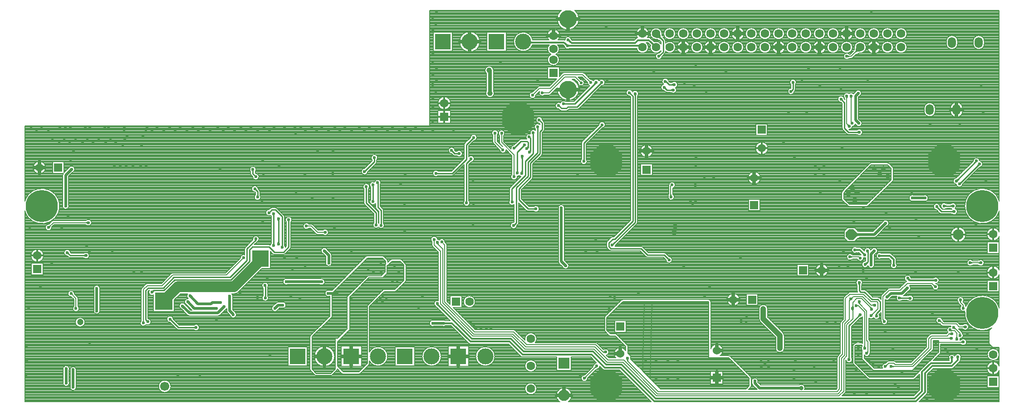
<source format=gbl>
G04*
G04 #@! TF.GenerationSoftware,Altium Limited,Altium Designer,19.1.6 (110)*
G04*
G04 Layer_Physical_Order=2*
G04 Layer_Color=16711680*
%FSLAX24Y24*%
%MOIN*%
G70*
G01*
G75*
%ADD11C,0.0118*%
%ADD14C,0.0079*%
%ADD15C,0.0098*%
%ADD17C,0.0236*%
%ADD21C,0.0138*%
%ADD104C,0.0669*%
%ADD113C,0.0827*%
%ADD141C,0.0472*%
%ADD142C,0.0276*%
%ADD143C,0.0197*%
%ADD144C,0.0787*%
%ADD146C,0.0394*%
%ADD159C,0.0630*%
%ADD160R,0.0630X0.0630*%
%ADD161C,0.1299*%
%ADD162O,0.0591X0.0787*%
%ADD163C,0.0600*%
%ADD164R,0.0600X0.0600*%
%ADD165C,0.1181*%
%ADD166R,0.1181X0.1181*%
%ADD167R,0.0600X0.0600*%
%ADD168C,0.0787*%
%ADD169P,0.0852X8X202.5*%
%ADD170R,0.0630X0.0630*%
%ADD171R,0.0827X0.0827*%
%ADD172P,0.2557X8X292.5*%
%ADD173C,0.2362*%
%ADD174C,0.0236*%
%ADD175C,0.0315*%
%ADD176C,0.0394*%
%ADD177R,0.1299X0.1299*%
%ADD178R,0.1240X0.1230*%
G36*
X55622Y46108D02*
X55628Y46025D01*
X55633Y45989D01*
X55639Y45956D01*
X55647Y45926D01*
X55657Y45899D01*
X55668Y45876D01*
X55681Y45855D01*
X55695Y45839D01*
X55626Y45769D01*
X55609Y45783D01*
X55589Y45796D01*
X55566Y45808D01*
X55539Y45817D01*
X55509Y45825D01*
X55476Y45832D01*
X55439Y45837D01*
X55357Y45842D01*
X55310Y45843D01*
X55622Y46154D01*
X55622Y46108D01*
D02*
G37*
G36*
X70304Y44843D02*
X70255Y44842D01*
X70130Y44833D01*
X70096Y44827D01*
X70066Y44819D01*
X70039Y44811D01*
X70016Y44800D01*
X69996Y44788D01*
X69980Y44775D01*
X69925Y44831D01*
X69938Y44847D01*
X69950Y44866D01*
X69960Y44889D01*
X69969Y44916D01*
X69977Y44947D01*
X69983Y44981D01*
X69987Y45019D01*
X69992Y45105D01*
X69992Y45154D01*
X70304Y44843D01*
D02*
G37*
G36*
X55673Y44579D02*
X55664Y44571D01*
X55657Y44562D01*
X55651Y44553D01*
X55645Y44544D01*
X55640Y44535D01*
X55637Y44526D01*
X55634Y44517D01*
X55631Y44508D01*
X55630Y44499D01*
X55630Y44489D01*
X55513Y44606D01*
X55522Y44607D01*
X55532Y44608D01*
X55541Y44610D01*
X55550Y44613D01*
X55559Y44617D01*
X55568Y44621D01*
X55577Y44627D01*
X55586Y44633D01*
X55594Y44641D01*
X55603Y44649D01*
X55673Y44579D01*
D02*
G37*
G36*
X69414Y44563D02*
X69423Y44555D01*
X69432Y44549D01*
X69441Y44543D01*
X69451Y44538D01*
X69461Y44534D01*
X69471Y44531D01*
X69481Y44529D01*
X69492Y44528D01*
X69503Y44528D01*
Y44449D01*
X69492Y44448D01*
X69481Y44447D01*
X69471Y44445D01*
X69461Y44442D01*
X69451Y44438D01*
X69441Y44433D01*
X69432Y44428D01*
X69423Y44421D01*
X69414Y44414D01*
X69405Y44406D01*
Y44571D01*
X69414Y44563D01*
D02*
G37*
G36*
X56102Y42656D02*
X56105Y42647D01*
X56108Y42639D01*
X56113Y42630D01*
X56117Y42622D01*
X56123Y42613D01*
X56136Y42596D01*
X56144Y42587D01*
X56152Y42579D01*
X56101Y42490D01*
X56093Y42499D01*
X56084Y42506D01*
X56075Y42512D01*
X56066Y42517D01*
X56057Y42521D01*
X56049Y42523D01*
X56040Y42525D01*
X56031Y42526D01*
X56022Y42525D01*
X56013Y42523D01*
X56099Y42664D01*
X56102Y42656D01*
D02*
G37*
G36*
X50904Y42463D02*
X50895Y42462D01*
X50886Y42461D01*
X50877Y42459D01*
X50867Y42456D01*
X50858Y42452D01*
X50849Y42448D01*
X50841Y42442D01*
X50832Y42436D01*
X50823Y42428D01*
X50814Y42420D01*
X50745Y42490D01*
X50753Y42498D01*
X50760Y42507D01*
X50767Y42516D01*
X50772Y42525D01*
X50777Y42534D01*
X50781Y42543D01*
X50784Y42552D01*
X50786Y42561D01*
X50787Y42570D01*
X50787Y42580D01*
X50904Y42463D01*
D02*
G37*
G36*
X56569Y42319D02*
X56562Y42325D01*
X56555Y42331D01*
X56547Y42336D01*
X56538Y42340D01*
X56529Y42344D01*
X56520Y42347D01*
X56509Y42349D01*
X56499Y42351D01*
X56487Y42352D01*
X56475Y42352D01*
Y42451D01*
X56487Y42451D01*
X56499Y42452D01*
X56509Y42454D01*
X56520Y42456D01*
X56529Y42459D01*
X56538Y42463D01*
X56547Y42467D01*
X56555Y42472D01*
X56562Y42478D01*
X56569Y42484D01*
Y42319D01*
D02*
G37*
G36*
X56024Y42194D02*
X56025Y42185D01*
X56027Y42176D01*
X56030Y42167D01*
X56034Y42158D01*
X56039Y42149D01*
X56044Y42140D01*
X56051Y42131D01*
X56058Y42122D01*
X56066Y42113D01*
X55997Y42044D01*
X55988Y42052D01*
X55979Y42059D01*
X55971Y42066D01*
X55962Y42071D01*
X55953Y42076D01*
X55944Y42080D01*
X55934Y42083D01*
X55925Y42085D01*
X55916Y42086D01*
X55907Y42087D01*
X56024Y42204D01*
X56024Y42194D01*
D02*
G37*
G36*
X56490Y41925D02*
X56484Y41932D01*
X56476Y41937D01*
X56468Y41942D01*
X56460Y41947D01*
X56451Y41950D01*
X56441Y41953D01*
X56431Y41956D01*
X56420Y41957D01*
X56409Y41958D01*
X56397Y41959D01*
Y42057D01*
X56409Y42057D01*
X56420Y42058D01*
X56431Y42060D01*
X56441Y42062D01*
X56451Y42065D01*
X56460Y42069D01*
X56468Y42073D01*
X56476Y42078D01*
X56484Y42084D01*
X56490Y42091D01*
Y41925D01*
D02*
G37*
G36*
X53465Y41801D02*
X53466Y41791D01*
X53468Y41782D01*
X53471Y41773D01*
X53475Y41764D01*
X53480Y41755D01*
X53485Y41746D01*
X53492Y41737D01*
X53499Y41728D01*
X53507Y41720D01*
X53438Y41650D01*
X53429Y41658D01*
X53420Y41666D01*
X53411Y41672D01*
X53403Y41678D01*
X53394Y41682D01*
X53385Y41686D01*
X53375Y41689D01*
X53366Y41691D01*
X53357Y41693D01*
X53348Y41693D01*
X53465Y41810D01*
X53465Y41801D01*
D02*
G37*
G36*
X53856Y41652D02*
X53850Y41645D01*
X53845Y41637D01*
X53841Y41628D01*
X53837Y41619D01*
X53834Y41609D01*
X53832Y41599D01*
X53830Y41588D01*
X53829Y41577D01*
X53829Y41565D01*
X53730D01*
X53730Y41577D01*
X53729Y41588D01*
X53727Y41599D01*
X53725Y41609D01*
X53722Y41619D01*
X53718Y41628D01*
X53714Y41637D01*
X53709Y41645D01*
X53703Y41652D01*
X53697Y41659D01*
X53862D01*
X53856Y41652D01*
D02*
G37*
G36*
X69710Y41482D02*
X69703Y41473D01*
X69696Y41464D01*
X69691Y41454D01*
X69686Y41445D01*
X69682Y41435D01*
X69679Y41425D01*
X69677Y41414D01*
X69676Y41404D01*
X69675Y41393D01*
X69596D01*
X69596Y41404D01*
X69595Y41414D01*
X69593Y41425D01*
X69590Y41435D01*
X69586Y41445D01*
X69581Y41454D01*
X69575Y41464D01*
X69569Y41473D01*
X69561Y41482D01*
X69553Y41490D01*
X69718D01*
X69710Y41482D01*
D02*
G37*
G36*
X69395D02*
X69388Y41473D01*
X69381Y41464D01*
X69376Y41454D01*
X69371Y41445D01*
X69367Y41435D01*
X69364Y41425D01*
X69362Y41414D01*
X69361Y41404D01*
X69360Y41393D01*
X69282D01*
X69281Y41404D01*
X69280Y41414D01*
X69278Y41425D01*
X69275Y41435D01*
X69271Y41445D01*
X69266Y41454D01*
X69260Y41464D01*
X69254Y41473D01*
X69246Y41482D01*
X69238Y41490D01*
X69404D01*
X69395Y41482D01*
D02*
G37*
G36*
X69016Y41328D02*
X69017Y41319D01*
X69019Y41310D01*
X69022Y41301D01*
X69026Y41291D01*
X69031Y41282D01*
X69036Y41274D01*
X69043Y41265D01*
X69050Y41256D01*
X69058Y41247D01*
X68989Y41178D01*
X68980Y41186D01*
X68971Y41193D01*
X68963Y41200D01*
X68954Y41205D01*
X68945Y41210D01*
X68936Y41214D01*
X68927Y41217D01*
X68917Y41219D01*
X68908Y41220D01*
X68899Y41220D01*
X69016Y41337D01*
X69016Y41328D01*
D02*
G37*
G36*
X69406Y39491D02*
X69415Y39484D01*
X69424Y39479D01*
X69433Y39473D01*
X69443Y39469D01*
X69453Y39466D01*
X69464Y39463D01*
X69475Y39461D01*
X69486Y39460D01*
X69498Y39460D01*
X69381Y39343D01*
X69381Y39355D01*
X69380Y39366D01*
X69378Y39377D01*
X69375Y39388D01*
X69372Y39398D01*
X69368Y39408D01*
X69362Y39417D01*
X69357Y39426D01*
X69350Y39435D01*
X69343Y39443D01*
X69398Y39498D01*
X69406Y39491D01*
D02*
G37*
G36*
X70152Y38815D02*
X70145Y38821D01*
X70138Y38827D01*
X70130Y38832D01*
X70121Y38836D01*
X70112Y38840D01*
X70102Y38843D01*
X70092Y38845D01*
X70081Y38847D01*
X70070Y38848D01*
X70058Y38848D01*
Y38947D01*
X70070Y38947D01*
X70081Y38948D01*
X70092Y38950D01*
X70102Y38952D01*
X70112Y38955D01*
X70121Y38959D01*
X70130Y38963D01*
X70138Y38968D01*
X70145Y38974D01*
X70152Y38980D01*
Y38815D01*
D02*
G37*
G36*
X46366Y38767D02*
X46360Y38760D01*
X46355Y38752D01*
X46351Y38743D01*
X46347Y38734D01*
X46344Y38724D01*
X46342Y38714D01*
X46340Y38703D01*
X46339Y38692D01*
X46339Y38680D01*
X46240D01*
X46240Y38692D01*
X46239Y38703D01*
X46237Y38714D01*
X46235Y38724D01*
X46232Y38734D01*
X46228Y38743D01*
X46224Y38752D01*
X46219Y38760D01*
X46213Y38767D01*
X46207Y38774D01*
X46372D01*
X46366Y38767D01*
D02*
G37*
G36*
X45629Y37835D02*
X45619Y37834D01*
X45610Y37833D01*
X45601Y37831D01*
X45592Y37828D01*
X45583Y37824D01*
X45574Y37819D01*
X45565Y37814D01*
X45556Y37807D01*
X45547Y37800D01*
X45539Y37792D01*
X45469Y37862D01*
X45477Y37870D01*
X45485Y37879D01*
X45491Y37888D01*
X45497Y37897D01*
X45501Y37906D01*
X45505Y37915D01*
X45508Y37924D01*
X45510Y37933D01*
X45511Y37942D01*
X45512Y37952D01*
X45629Y37835D01*
D02*
G37*
G36*
X45945Y37846D02*
X45933Y37709D01*
X45812Y37805D01*
X45818Y37806D01*
X45824Y37808D01*
X45829Y37812D01*
X45834Y37817D01*
X45838Y37823D01*
X45841Y37830D01*
X45843Y37839D01*
X45845Y37849D01*
X45846Y37860D01*
X45846Y37872D01*
X45945Y37846D01*
D02*
G37*
G36*
X46122Y37580D02*
X46110Y37443D01*
X45989Y37539D01*
X45995Y37540D01*
X46001Y37542D01*
X46007Y37546D01*
X46011Y37551D01*
X46015Y37557D01*
X46018Y37564D01*
X46020Y37573D01*
X46022Y37583D01*
X46023Y37594D01*
X46024Y37606D01*
X46122Y37580D01*
D02*
G37*
G36*
X45534Y37035D02*
X45528Y37027D01*
X45523Y37019D01*
X45519Y37011D01*
X45515Y37002D01*
X45512Y36992D01*
X45510Y36982D01*
X45508Y36971D01*
X45507Y36960D01*
X45507Y36948D01*
X45409D01*
X45408Y36960D01*
X45407Y36971D01*
X45406Y36982D01*
X45403Y36992D01*
X45400Y37002D01*
X45396Y37011D01*
X45392Y37019D01*
X45387Y37027D01*
X45381Y37035D01*
X45375Y37042D01*
X45540D01*
X45534Y37035D01*
D02*
G37*
G36*
X78843Y36667D02*
X78834Y36667D01*
X78825Y36666D01*
X78815Y36664D01*
X78806Y36661D01*
X78797Y36657D01*
X78788Y36652D01*
X78779Y36647D01*
X78771Y36640D01*
X78762Y36633D01*
X78753Y36625D01*
X78684Y36694D01*
X78692Y36703D01*
X78699Y36712D01*
X78706Y36721D01*
X78711Y36729D01*
X78716Y36738D01*
X78720Y36747D01*
X78723Y36757D01*
X78725Y36766D01*
X78726Y36775D01*
X78726Y36784D01*
X78843Y36667D01*
D02*
G37*
G36*
X79066Y36445D02*
X79057Y36444D01*
X79047Y36443D01*
X79038Y36441D01*
X79029Y36438D01*
X79020Y36434D01*
X79011Y36430D01*
X79002Y36424D01*
X78993Y36418D01*
X78984Y36410D01*
X78976Y36402D01*
X78906Y36472D01*
X78914Y36480D01*
X78922Y36489D01*
X78928Y36498D01*
X78934Y36507D01*
X78939Y36516D01*
X78942Y36525D01*
X78945Y36534D01*
X78947Y36543D01*
X78949Y36552D01*
X78949Y36562D01*
X79066Y36445D01*
D02*
G37*
G36*
X45168Y36062D02*
X45169Y36051D01*
X45170Y36040D01*
X45173Y36030D01*
X45176Y36020D01*
X45179Y36011D01*
X45184Y36002D01*
X45189Y35994D01*
X45194Y35987D01*
X45201Y35980D01*
X45035D01*
X45042Y35987D01*
X45047Y35994D01*
X45052Y36002D01*
X45057Y36011D01*
X45061Y36020D01*
X45064Y36030D01*
X45066Y36040D01*
X45068Y36051D01*
X45069Y36062D01*
X45069Y36074D01*
X45167D01*
X45168Y36062D01*
D02*
G37*
G36*
X45507Y36029D02*
X45507Y36017D01*
X45509Y35995D01*
X45511Y35984D01*
X45513Y35974D01*
X45516Y35965D01*
X45519Y35956D01*
X45523Y35947D01*
X45527Y35939D01*
X45532Y35931D01*
X45370Y35966D01*
X45377Y35971D01*
X45384Y35977D01*
X45390Y35984D01*
X45395Y35992D01*
X45399Y36000D01*
X45402Y36009D01*
X45405Y36019D01*
X45407Y36029D01*
X45408Y36040D01*
X45409Y36053D01*
X45507Y36029D01*
D02*
G37*
G36*
X77529Y35400D02*
X77521Y35392D01*
X77513Y35383D01*
X77507Y35374D01*
X77501Y35365D01*
X77497Y35356D01*
X77493Y35347D01*
X77490Y35338D01*
X77488Y35329D01*
X77486Y35320D01*
X77486Y35310D01*
X77369Y35427D01*
X77378Y35428D01*
X77388Y35429D01*
X77397Y35431D01*
X77406Y35434D01*
X77415Y35438D01*
X77424Y35442D01*
X77433Y35448D01*
X77442Y35454D01*
X77451Y35462D01*
X77459Y35470D01*
X77529Y35400D01*
D02*
G37*
G36*
X77752Y35178D02*
X77743Y35169D01*
X77736Y35160D01*
X77730Y35151D01*
X77724Y35143D01*
X77719Y35134D01*
X77715Y35125D01*
X77712Y35115D01*
X77710Y35106D01*
X77709Y35097D01*
X77709Y35088D01*
X77592Y35205D01*
X77601Y35205D01*
X77610Y35206D01*
X77620Y35208D01*
X77629Y35211D01*
X77638Y35215D01*
X77647Y35220D01*
X77656Y35225D01*
X77664Y35232D01*
X77673Y35239D01*
X77682Y35247D01*
X77752Y35178D01*
D02*
G37*
G36*
X56428Y34311D02*
X56429Y34301D01*
X56432Y34290D01*
X56435Y34281D01*
X56439Y34272D01*
X56445Y34264D01*
X56451Y34256D01*
X56459Y34249D01*
X56467Y34243D01*
X56476Y34237D01*
X56317Y34193D01*
X56323Y34204D01*
X56333Y34226D01*
X56337Y34236D01*
X56343Y34258D01*
X56346Y34268D01*
X56347Y34279D01*
X56348Y34289D01*
X56348Y34300D01*
X56427Y34323D01*
X56428Y34311D01*
D02*
G37*
G36*
X77042Y33386D02*
X77035Y33392D01*
X77027Y33398D01*
X77019Y33403D01*
X77011Y33407D01*
X77002Y33411D01*
X76992Y33414D01*
X76982Y33416D01*
X76971Y33418D01*
X76960Y33419D01*
X76948Y33419D01*
Y33518D01*
X76960Y33518D01*
X76971Y33519D01*
X76982Y33521D01*
X76992Y33523D01*
X77002Y33526D01*
X77011Y33530D01*
X77019Y33534D01*
X77027Y33539D01*
X77035Y33545D01*
X77042Y33551D01*
Y33386D01*
D02*
G37*
G36*
X76558Y33545D02*
X76565Y33539D01*
X76573Y33534D01*
X76582Y33530D01*
X76591Y33526D01*
X76600Y33523D01*
X76611Y33521D01*
X76621Y33519D01*
X76633Y33518D01*
X76645Y33518D01*
Y33419D01*
X76633Y33419D01*
X76621Y33418D01*
X76611Y33416D01*
X76600Y33414D01*
X76591Y33411D01*
X76582Y33407D01*
X76573Y33403D01*
X76565Y33398D01*
X76558Y33392D01*
X76551Y33386D01*
Y33551D01*
X76558Y33545D01*
D02*
G37*
G36*
X76041Y33402D02*
X76041Y33392D01*
X76043Y33383D01*
X76045Y33374D01*
X76048Y33365D01*
X76052Y33356D01*
X76058Y33347D01*
X76064Y33338D01*
X76071Y33330D01*
X76079Y33321D01*
X76001Y33260D01*
X75992Y33268D01*
X75975Y33282D01*
X75966Y33288D01*
X75957Y33293D01*
X75948Y33298D01*
X75939Y33301D01*
X75930Y33304D01*
X75921Y33306D01*
X75912Y33308D01*
X76042Y33411D01*
X76041Y33402D01*
D02*
G37*
G36*
X77120Y32980D02*
X77114Y32986D01*
X77106Y32992D01*
X77098Y32997D01*
X77090Y33001D01*
X77080Y33005D01*
X77071Y33008D01*
X77061Y33010D01*
X77050Y33012D01*
X77038Y33013D01*
X77026Y33013D01*
Y33112D01*
X77038Y33112D01*
X77050Y33113D01*
X77061Y33115D01*
X77071Y33117D01*
X77080Y33120D01*
X77090Y33124D01*
X77098Y33128D01*
X77106Y33133D01*
X77114Y33139D01*
X77120Y33145D01*
Y32980D01*
D02*
G37*
G36*
X27645Y32448D02*
X27640Y32441D01*
X27635Y32433D01*
X27630Y32424D01*
X27626Y32415D01*
X27623Y32406D01*
X27621Y32395D01*
X27619Y32385D01*
X27618Y32373D01*
X27618Y32361D01*
X27520D01*
X27519Y32373D01*
X27518Y32385D01*
X27517Y32395D01*
X27514Y32406D01*
X27511Y32415D01*
X27508Y32424D01*
X27503Y32433D01*
X27498Y32441D01*
X27493Y32448D01*
X27486Y32455D01*
X27652D01*
X27645Y32448D01*
D02*
G37*
G36*
X13518Y32161D02*
X13509Y32170D01*
X13500Y32177D01*
X13491Y32183D01*
X13482Y32189D01*
X13472Y32194D01*
X13462Y32198D01*
X13452Y32201D01*
X13442Y32203D01*
X13431Y32204D01*
X13420Y32205D01*
Y32283D01*
X13431Y32284D01*
X13442Y32285D01*
X13452Y32287D01*
X13462Y32290D01*
X13472Y32294D01*
X13482Y32299D01*
X13491Y32305D01*
X13500Y32311D01*
X13509Y32319D01*
X13518Y32327D01*
Y32161D01*
D02*
G37*
G36*
X10826Y31991D02*
X10819Y31983D01*
X10812Y31974D01*
X10806Y31965D01*
X10801Y31956D01*
X10797Y31946D01*
X10793Y31936D01*
X10791Y31925D01*
X10789Y31914D01*
X10788Y31903D01*
X10787Y31891D01*
X10670Y32008D01*
X10682Y32008D01*
X10694Y32009D01*
X10705Y32011D01*
X10716Y32014D01*
X10726Y32017D01*
X10736Y32021D01*
X10745Y32027D01*
X10754Y32032D01*
X10762Y32039D01*
X10770Y32046D01*
X10826Y31991D01*
D02*
G37*
G36*
X70030Y31546D02*
X70036Y31529D01*
X70045Y31514D01*
X70059Y31502D01*
X70077Y31491D01*
X70099Y31482D01*
X70124Y31475D01*
X70154Y31470D01*
X70188Y31467D01*
X70225Y31466D01*
Y31269D01*
X70188Y31268D01*
X70154Y31265D01*
X70124Y31260D01*
X70099Y31254D01*
X70077Y31245D01*
X70059Y31234D01*
X70045Y31221D01*
X70036Y31206D01*
X70030Y31190D01*
X70028Y31171D01*
Y31565D01*
X70030Y31546D01*
D02*
G37*
G36*
X27618Y30816D02*
X27619Y30805D01*
X27621Y30794D01*
X27623Y30784D01*
X27626Y30774D01*
X27630Y30765D01*
X27635Y30756D01*
X27640Y30748D01*
X27645Y30741D01*
X27652Y30734D01*
X27486D01*
X27493Y30741D01*
X27498Y30748D01*
X27503Y30756D01*
X27508Y30765D01*
X27511Y30774D01*
X27514Y30784D01*
X27517Y30794D01*
X27518Y30805D01*
X27519Y30816D01*
X27520Y30828D01*
X27618D01*
X27618Y30816D01*
D02*
G37*
G36*
X39332Y30722D02*
X39329Y30713D01*
X39327Y30704D01*
X39327Y30695D01*
X39328Y30686D01*
X39330Y30677D01*
X39334Y30669D01*
X39339Y30660D01*
X39346Y30652D01*
X39354Y30643D01*
X39265Y30621D01*
X39257Y30628D01*
X39233Y30649D01*
X39224Y30655D01*
X39199Y30672D01*
X39190Y30676D01*
X39181Y30681D01*
X39336Y30731D01*
X39332Y30722D01*
D02*
G37*
G36*
X52247Y30682D02*
X52239Y30673D01*
X52232Y30664D01*
X52225Y30656D01*
X52220Y30647D01*
X52215Y30638D01*
X52211Y30629D01*
X52208Y30620D01*
X52206Y30610D01*
X52205Y30601D01*
X52205Y30592D01*
X52088Y30709D01*
X52097Y30709D01*
X52106Y30710D01*
X52116Y30712D01*
X52125Y30715D01*
X52134Y30719D01*
X52143Y30724D01*
X52152Y30729D01*
X52160Y30736D01*
X52169Y30743D01*
X52178Y30751D01*
X52247Y30682D01*
D02*
G37*
G36*
X70003Y30316D02*
X70008Y30314D01*
X70013Y30312D01*
X70020Y30310D01*
X70028Y30309D01*
X70036Y30307D01*
X70057Y30306D01*
X70083Y30305D01*
Y30167D01*
X70069Y30167D01*
X70028Y30164D01*
X70020Y30162D01*
X70013Y30161D01*
X70008Y30159D01*
X70003Y30156D01*
X70000Y30154D01*
Y30319D01*
X70003Y30316D01*
D02*
G37*
G36*
X70943Y30108D02*
X70940Y30100D01*
X70936Y30091D01*
X70933Y30082D01*
X70931Y30073D01*
X70929Y30063D01*
X70926Y30041D01*
X70925Y30030D01*
X70925Y30018D01*
X70827Y29989D01*
X70826Y30002D01*
X70825Y30013D01*
X70823Y30023D01*
X70820Y30033D01*
X70817Y30042D01*
X70813Y30050D01*
X70808Y30057D01*
X70802Y30064D01*
X70795Y30070D01*
X70787Y30074D01*
X70948Y30116D01*
X70943Y30108D01*
D02*
G37*
G36*
X70570Y30039D02*
X70602Y30012D01*
X70609Y30008D01*
X70615Y30004D01*
X70620Y30002D01*
X70625Y30000D01*
X70629Y30000D01*
X70512Y29883D01*
X70511Y29887D01*
X70510Y29892D01*
X70508Y29897D01*
X70504Y29903D01*
X70500Y29910D01*
X70494Y29917D01*
X70481Y29933D01*
X70463Y29951D01*
X70561Y30049D01*
X70570Y30039D01*
D02*
G37*
G36*
X12166Y30029D02*
X12167Y30020D01*
X12169Y30010D01*
X12172Y30001D01*
X12176Y29992D01*
X12181Y29983D01*
X12186Y29974D01*
X12193Y29966D01*
X12200Y29957D01*
X12208Y29948D01*
X12138Y29879D01*
X12130Y29887D01*
X12121Y29894D01*
X12112Y29901D01*
X12103Y29906D01*
X12094Y29911D01*
X12085Y29915D01*
X12076Y29918D01*
X12067Y29920D01*
X12058Y29921D01*
X12048Y29921D01*
X12165Y30038D01*
X12166Y30029D01*
D02*
G37*
G36*
X13341Y29736D02*
X13334Y29743D01*
X13327Y29748D01*
X13319Y29753D01*
X13310Y29758D01*
X13301Y29761D01*
X13291Y29764D01*
X13281Y29767D01*
X13270Y29768D01*
X13259Y29769D01*
X13247Y29770D01*
Y29868D01*
X13259Y29868D01*
X13270Y29869D01*
X13281Y29871D01*
X13291Y29873D01*
X13301Y29876D01*
X13310Y29880D01*
X13319Y29885D01*
X13327Y29890D01*
X13334Y29895D01*
X13341Y29902D01*
Y29736D01*
D02*
G37*
G36*
X69640Y29799D02*
X69649Y29791D01*
X69658Y29785D01*
X69668Y29779D01*
X69677Y29775D01*
X69687Y29771D01*
X69697Y29768D01*
X69708Y29766D01*
X69718Y29764D01*
X69729Y29764D01*
Y29685D01*
X69718Y29685D01*
X69708Y29683D01*
X69697Y29681D01*
X69687Y29678D01*
X69677Y29674D01*
X69668Y29669D01*
X69658Y29664D01*
X69649Y29657D01*
X69640Y29650D01*
X69631Y29642D01*
Y29807D01*
X69640Y29799D01*
D02*
G37*
G36*
X79089Y29209D02*
X79080Y29217D01*
X79071Y29224D01*
X79062Y29231D01*
X79053Y29236D01*
X79043Y29241D01*
X79033Y29245D01*
X79023Y29248D01*
X79013Y29250D01*
X79002Y29252D01*
X78991Y29252D01*
Y29331D01*
X79002Y29331D01*
X79013Y29332D01*
X79023Y29335D01*
X79033Y29338D01*
X79043Y29342D01*
X79053Y29346D01*
X79062Y29352D01*
X79071Y29358D01*
X79080Y29366D01*
X79089Y29374D01*
Y29209D01*
D02*
G37*
G36*
X78479Y29366D02*
X78488Y29358D01*
X78497Y29352D01*
X78506Y29346D01*
X78516Y29342D01*
X78526Y29338D01*
X78536Y29335D01*
X78546Y29332D01*
X78557Y29331D01*
X78568Y29331D01*
Y29252D01*
X78557Y29252D01*
X78546Y29250D01*
X78536Y29248D01*
X78526Y29245D01*
X78516Y29241D01*
X78506Y29236D01*
X78497Y29231D01*
X78488Y29224D01*
X78479Y29217D01*
X78470Y29209D01*
Y29374D01*
X78479Y29366D01*
D02*
G37*
G36*
X70830Y29264D02*
X70822Y29256D01*
X70815Y29247D01*
X70808Y29238D01*
X70803Y29229D01*
X70798Y29220D01*
X70794Y29211D01*
X70791Y29202D01*
X70789Y29193D01*
X70788Y29184D01*
X70787Y29174D01*
X70670Y29291D01*
X70680Y29292D01*
X70689Y29293D01*
X70698Y29295D01*
X70707Y29298D01*
X70716Y29302D01*
X70725Y29306D01*
X70734Y29312D01*
X70743Y29319D01*
X70752Y29326D01*
X70761Y29334D01*
X70830Y29264D01*
D02*
G37*
G36*
X73913Y28144D02*
X73915Y28140D01*
X73917Y28134D01*
X73920Y28128D01*
X73925Y28122D01*
X73930Y28115D01*
X73944Y28099D01*
X73961Y28080D01*
X73864Y27983D01*
X73854Y27992D01*
X73822Y28019D01*
X73816Y28024D01*
X73810Y28027D01*
X73805Y28030D01*
X73800Y28031D01*
X73796Y28031D01*
X73913Y28148D01*
X73913Y28144D01*
D02*
G37*
G36*
X75782Y27909D02*
X75779Y27912D01*
X75774Y27914D01*
X75769Y27916D01*
X75762Y27918D01*
X75754Y27920D01*
X75746Y27921D01*
X75725Y27923D01*
X75699Y27923D01*
Y28061D01*
X75713Y28061D01*
X75754Y28064D01*
X75762Y28066D01*
X75769Y28068D01*
X75774Y28070D01*
X75779Y28072D01*
X75782Y28075D01*
Y27909D01*
D02*
G37*
G36*
X70313Y27743D02*
X70307Y27736D01*
X70302Y27728D01*
X70297Y27720D01*
X70294Y27710D01*
X70291Y27701D01*
X70288Y27691D01*
X70287Y27680D01*
X70286Y27668D01*
X70285Y27656D01*
X70187D01*
X70187Y27668D01*
X70186Y27680D01*
X70184Y27691D01*
X70182Y27701D01*
X70179Y27710D01*
X70175Y27720D01*
X70171Y27728D01*
X70166Y27736D01*
X70160Y27743D01*
X70154Y27750D01*
X70319D01*
X70313Y27743D01*
D02*
G37*
G36*
X75744Y27669D02*
X75752Y27662D01*
X75761Y27656D01*
X75770Y27651D01*
X75780Y27647D01*
X75790Y27644D01*
X75801Y27641D01*
X75812Y27639D01*
X75824Y27638D01*
X75835Y27638D01*
X75719Y27521D01*
X75718Y27533D01*
X75717Y27544D01*
X75715Y27555D01*
X75713Y27566D01*
X75709Y27576D01*
X75705Y27586D01*
X75700Y27595D01*
X75694Y27604D01*
X75687Y27613D01*
X75680Y27621D01*
X75736Y27676D01*
X75744Y27669D01*
D02*
G37*
G36*
X18429Y27217D02*
X18420Y27208D01*
X18405Y27190D01*
X18399Y27182D01*
X18394Y27174D01*
X18390Y27167D01*
X18387Y27159D01*
X18386Y27152D01*
X18385Y27146D01*
X18385Y27140D01*
X18281Y27243D01*
X18288Y27243D01*
X18294Y27244D01*
X18301Y27246D01*
X18308Y27249D01*
X18316Y27252D01*
X18324Y27257D01*
X18332Y27263D01*
X18341Y27270D01*
X18359Y27287D01*
X18429Y27217D01*
D02*
G37*
G36*
X69769Y26711D02*
X69761Y26703D01*
X69755Y26695D01*
X69749Y26686D01*
X69743Y26677D01*
X69738Y26667D01*
X69734Y26657D01*
X69731Y26646D01*
X69728Y26635D01*
X69725Y26623D01*
X69724Y26611D01*
X69601Y26594D01*
X69621Y26741D01*
X69633Y26740D01*
X69644Y26740D01*
X69655Y26741D01*
X69665Y26743D01*
X69675Y26746D01*
X69685Y26749D01*
X69694Y26754D01*
X69703Y26760D01*
X69712Y26766D01*
X69720Y26774D01*
X69769Y26711D01*
D02*
G37*
G36*
X73280Y26763D02*
X73288Y26757D01*
X73296Y26752D01*
X73304Y26748D01*
X73313Y26744D01*
X73323Y26741D01*
X73333Y26739D01*
X73344Y26737D01*
X73355Y26736D01*
X73367Y26736D01*
Y26637D01*
X73355Y26637D01*
X73344Y26636D01*
X73333Y26634D01*
X73323Y26632D01*
X73313Y26629D01*
X73304Y26625D01*
X73296Y26621D01*
X73288Y26616D01*
X73280Y26610D01*
X73273Y26604D01*
Y26769D01*
X73280Y26763D01*
D02*
G37*
G36*
X73887Y26602D02*
X73881Y26609D01*
X73874Y26615D01*
X73866Y26620D01*
X73858Y26625D01*
X73849Y26629D01*
X73840Y26632D01*
X73829Y26634D01*
X73819Y26636D01*
X73807Y26637D01*
X73795Y26637D01*
X73801Y26736D01*
X73813Y26736D01*
X73825Y26737D01*
X73836Y26739D01*
X73846Y26741D01*
X73856Y26744D01*
X73865Y26747D01*
X73874Y26751D01*
X73882Y26756D01*
X73890Y26761D01*
X73897Y26767D01*
X73887Y26602D01*
D02*
G37*
G36*
X69588Y26507D02*
X69584Y26507D01*
X69579Y26507D01*
X69574Y26505D01*
X69569Y26503D01*
X69563Y26499D01*
X69556Y26495D01*
X69534Y26476D01*
X69526Y26468D01*
X69470Y26524D01*
X69477Y26531D01*
X69483Y26537D01*
X69487Y26544D01*
X69491Y26550D01*
X69494Y26555D01*
X69497Y26561D01*
X69498Y26566D01*
X69499Y26570D01*
X69498Y26575D01*
X69497Y26579D01*
X69601Y26594D01*
X69588Y26507D01*
D02*
G37*
G36*
X77740Y26455D02*
X77735Y26449D01*
X77731Y26443D01*
X77727Y26436D01*
X77724Y26428D01*
X77721Y26420D01*
X77719Y26410D01*
X77718Y26400D01*
X77717Y26390D01*
X77717Y26378D01*
X77638D01*
X77638Y26390D01*
X77637Y26400D01*
X77635Y26410D01*
X77633Y26420D01*
X77630Y26428D01*
X77627Y26436D01*
X77623Y26443D01*
X77619Y26449D01*
X77614Y26455D01*
X77608Y26459D01*
X77746D01*
X77740Y26455D01*
D02*
G37*
G36*
X70314Y26327D02*
X70310Y26320D01*
X70307Y26314D01*
X70306Y26307D01*
X70307Y26299D01*
X70309Y26292D01*
X70313Y26284D01*
X70318Y26276D01*
X70324Y26267D01*
X70333Y26259D01*
X70258Y26221D01*
X70166Y26322D01*
X70319Y26333D01*
X70314Y26327D01*
D02*
G37*
G36*
X39342Y26243D02*
X39342Y26238D01*
X39343Y26232D01*
X39345Y26226D01*
X39349Y26220D01*
X39353Y26212D01*
X39359Y26205D01*
X39366Y26196D01*
X39383Y26178D01*
X39235Y26131D01*
X39192Y26178D01*
X39343Y26247D01*
X39342Y26243D01*
D02*
G37*
G36*
X71294Y26098D02*
X71285Y26107D01*
X71276Y26114D01*
X71267Y26121D01*
X71258Y26126D01*
X71248Y26131D01*
X71238Y26135D01*
X71228Y26138D01*
X71217Y26140D01*
X71207Y26141D01*
X71196Y26142D01*
Y26220D01*
X71207Y26221D01*
X71217Y26222D01*
X71228Y26224D01*
X71238Y26227D01*
X71248Y26231D01*
X71258Y26236D01*
X71267Y26242D01*
X71276Y26248D01*
X71285Y26256D01*
X71294Y26264D01*
Y26098D01*
D02*
G37*
G36*
X70110Y26186D02*
X70112Y26185D01*
X70114Y26184D01*
X70118Y26183D01*
X70122Y26183D01*
X70134Y26182D01*
X70149Y26181D01*
X70157Y26181D01*
Y26102D01*
X70149Y26102D01*
X70118Y26100D01*
X70114Y26099D01*
X70112Y26098D01*
X70110Y26097D01*
X70109Y26096D01*
Y26188D01*
X70110Y26186D01*
D02*
G37*
G36*
X77914Y26116D02*
X77915Y26105D01*
X77917Y26095D01*
X77920Y26085D01*
X77924Y26075D01*
X77929Y26065D01*
X77935Y26056D01*
X77941Y26047D01*
X77948Y26038D01*
X77957Y26029D01*
X77791D01*
X77800Y26038D01*
X77807Y26047D01*
X77813Y26056D01*
X77819Y26065D01*
X77824Y26075D01*
X77828Y26085D01*
X77831Y26095D01*
X77833Y26105D01*
X77834Y26116D01*
X77835Y26127D01*
X77913D01*
X77914Y26116D01*
D02*
G37*
G36*
X69803Y26123D02*
X69804Y26112D01*
X69805Y26102D01*
X69807Y26091D01*
X69810Y26081D01*
X69813Y26071D01*
X69818Y26061D01*
X69823Y26051D01*
X69829Y26041D01*
X69836Y26031D01*
X69843Y26022D01*
X69768Y25945D01*
X69679Y26036D01*
X69687Y26044D01*
X69695Y26052D01*
X69702Y26060D01*
X69708Y26069D01*
X69713Y26078D01*
X69717Y26088D01*
X69720Y26098D01*
X69723Y26108D01*
X69724Y26119D01*
X69724Y26130D01*
X69803Y26123D01*
D02*
G37*
G36*
X71096Y26027D02*
X71104Y26020D01*
X71112Y26014D01*
X71131Y26002D01*
X71140Y25997D01*
X71161Y25987D01*
X71173Y25983D01*
X71184Y25979D01*
X71036Y25905D01*
X71039Y25915D01*
X71041Y25925D01*
X71042Y25935D01*
X71041Y25945D01*
X71040Y25954D01*
X71037Y25963D01*
X71032Y25972D01*
X71027Y25981D01*
X71021Y25990D01*
X71013Y25998D01*
X71089Y26034D01*
X71096Y26027D01*
D02*
G37*
G36*
X69843Y25868D02*
X69836Y25858D01*
X69829Y25849D01*
X69823Y25839D01*
X69818Y25829D01*
X69813Y25819D01*
X69810Y25809D01*
X69807Y25799D01*
X69805Y25788D01*
X69804Y25777D01*
X69803Y25767D01*
X69724Y25760D01*
X69724Y25771D01*
X69723Y25781D01*
X69720Y25792D01*
X69717Y25802D01*
X69713Y25811D01*
X69708Y25821D01*
X69702Y25830D01*
X69695Y25838D01*
X69687Y25846D01*
X69679Y25854D01*
X69768Y25945D01*
X69843Y25868D01*
D02*
G37*
G36*
X71546Y25521D02*
X71547Y25509D01*
X71548Y25498D01*
X71551Y25488D01*
X71554Y25479D01*
X71557Y25469D01*
X71562Y25461D01*
X71567Y25453D01*
X71572Y25446D01*
X71579Y25439D01*
X71413D01*
X71420Y25446D01*
X71425Y25453D01*
X71430Y25461D01*
X71435Y25469D01*
X71438Y25479D01*
X71441Y25488D01*
X71444Y25498D01*
X71446Y25509D01*
X71447Y25521D01*
X71447Y25533D01*
X71545D01*
X71546Y25521D01*
D02*
G37*
G36*
X71259Y25495D02*
X71252Y25487D01*
X71245Y25478D01*
X71239Y25469D01*
X71234Y25460D01*
X71230Y25450D01*
X71226Y25440D01*
X71224Y25429D01*
X71222Y25418D01*
X71221Y25407D01*
X71220Y25395D01*
X71103Y25512D01*
X71115Y25512D01*
X71127Y25513D01*
X71138Y25515D01*
X71149Y25518D01*
X71159Y25521D01*
X71169Y25525D01*
X71178Y25530D01*
X71187Y25536D01*
X71195Y25543D01*
X71203Y25550D01*
X71259Y25495D01*
D02*
G37*
G36*
X70306Y25354D02*
X70297Y25354D01*
X70287Y25353D01*
X70278Y25351D01*
X70269Y25348D01*
X70260Y25344D01*
X70251Y25339D01*
X70242Y25334D01*
X70233Y25327D01*
X70225Y25320D01*
X70216Y25312D01*
X70146Y25381D01*
X70154Y25390D01*
X70162Y25399D01*
X70168Y25407D01*
X70174Y25416D01*
X70179Y25425D01*
X70182Y25434D01*
X70185Y25443D01*
X70187Y25453D01*
X70189Y25462D01*
X70189Y25471D01*
X70306Y25354D01*
D02*
G37*
G36*
X72025Y25127D02*
X72050Y25106D01*
X72057Y25100D01*
X72064Y25096D01*
X72070Y25093D01*
X72076Y25090D01*
X72081Y25089D01*
X72086Y25089D01*
X71982Y25025D01*
X71984Y25030D01*
X71985Y25034D01*
X71985Y25039D01*
X71984Y25045D01*
X71982Y25050D01*
X71980Y25056D01*
X71976Y25062D01*
X71972Y25068D01*
X71967Y25074D01*
X71960Y25080D01*
X72016Y25136D01*
X72025Y25127D01*
D02*
G37*
G36*
X17880Y25103D02*
X17889Y25096D01*
X17898Y25090D01*
X17907Y25084D01*
X17915Y25079D01*
X17925Y25076D01*
X17934Y25073D01*
X17943Y25070D01*
X17952Y25069D01*
X17961Y25069D01*
X17844Y24952D01*
X17844Y24961D01*
X17843Y24971D01*
X17841Y24980D01*
X17838Y24989D01*
X17834Y24998D01*
X17829Y25007D01*
X17824Y25016D01*
X17817Y25025D01*
X17810Y25033D01*
X17802Y25042D01*
X17871Y25112D01*
X17880Y25103D01*
D02*
G37*
G36*
X76231Y25047D02*
X76234Y25035D01*
X76237Y25024D01*
X76241Y25014D01*
X76246Y25004D01*
X76251Y24994D01*
X76257Y24985D01*
X76263Y24976D01*
X76269Y24968D01*
X76277Y24960D01*
X76232Y24894D01*
X76223Y24901D01*
X76215Y24908D01*
X76206Y24913D01*
X76197Y24918D01*
X76187Y24921D01*
X76177Y24924D01*
X76167Y24925D01*
X76156Y24926D01*
X76145Y24925D01*
X76134Y24923D01*
X76229Y25059D01*
X76231Y25047D01*
D02*
G37*
G36*
X77947Y24494D02*
X77939Y24502D01*
X77930Y24510D01*
X77921Y24516D01*
X77911Y24522D01*
X77901Y24527D01*
X77892Y24530D01*
X77881Y24534D01*
X77871Y24536D01*
X77860Y24537D01*
X77849Y24537D01*
Y24616D01*
X77860Y24617D01*
X77871Y24618D01*
X77881Y24620D01*
X77892Y24623D01*
X77901Y24627D01*
X77911Y24632D01*
X77921Y24637D01*
X77930Y24644D01*
X77939Y24651D01*
X77947Y24659D01*
Y24494D01*
D02*
G37*
G36*
X77304Y24533D02*
X77307Y24521D01*
X77310Y24510D01*
X77314Y24499D01*
X77318Y24489D01*
X77323Y24479D01*
X77329Y24470D01*
X77335Y24461D01*
X77342Y24453D01*
X77349Y24445D01*
X77302Y24380D01*
X77294Y24388D01*
X77286Y24394D01*
X77277Y24400D01*
X77267Y24405D01*
X77258Y24408D01*
X77248Y24411D01*
X77238Y24412D01*
X77227Y24413D01*
X77216Y24412D01*
X77204Y24411D01*
X77302Y24545D01*
X77304Y24533D01*
D02*
G37*
G36*
X77027Y24370D02*
X77031Y24362D01*
X77036Y24355D01*
X77042Y24348D01*
X77048Y24343D01*
X77056Y24339D01*
X77065Y24335D01*
X77075Y24333D01*
X77085Y24331D01*
X77097Y24331D01*
X77046Y24252D01*
X77034Y24252D01*
X76992Y24249D01*
X76982Y24247D01*
X76955Y24241D01*
X76946Y24238D01*
X77024Y24380D01*
X77027Y24370D01*
D02*
G37*
G36*
X76963Y23972D02*
X76954Y23981D01*
X76945Y23988D01*
X76936Y23995D01*
X76927Y24000D01*
X76917Y24005D01*
X76907Y24009D01*
X76897Y24012D01*
X76887Y24014D01*
X76876Y24015D01*
X76865Y24016D01*
Y24094D01*
X76876Y24095D01*
X76887Y24096D01*
X76897Y24098D01*
X76907Y24101D01*
X76917Y24105D01*
X76927Y24110D01*
X76936Y24116D01*
X76945Y24122D01*
X76954Y24130D01*
X76963Y24138D01*
Y23972D01*
D02*
G37*
G36*
X77441Y23852D02*
X77443Y23842D01*
X77445Y23831D01*
X77448Y23821D01*
X77452Y23811D01*
X77457Y23801D01*
X77462Y23792D01*
X77469Y23783D01*
X77476Y23774D01*
X77484Y23765D01*
X77319D01*
X77327Y23774D01*
X77334Y23783D01*
X77341Y23792D01*
X77347Y23801D01*
X77351Y23811D01*
X77355Y23821D01*
X77358Y23831D01*
X77360Y23842D01*
X77362Y23852D01*
X77362Y23863D01*
X77441D01*
X77441Y23852D01*
D02*
G37*
G36*
X76924Y23657D02*
X76915Y23666D01*
X76906Y23673D01*
X76897Y23680D01*
X76887Y23685D01*
X76878Y23690D01*
X76868Y23694D01*
X76858Y23697D01*
X76847Y23699D01*
X76837Y23700D01*
X76826Y23701D01*
Y23780D01*
X76837Y23780D01*
X76847Y23781D01*
X76858Y23783D01*
X76868Y23786D01*
X76878Y23790D01*
X76887Y23795D01*
X76897Y23801D01*
X76906Y23807D01*
X76915Y23815D01*
X76924Y23823D01*
Y23657D01*
D02*
G37*
G36*
X77807Y23365D02*
X77797Y23373D01*
X77788Y23380D01*
X77778Y23386D01*
X77768Y23391D01*
X77758Y23395D01*
X77748Y23399D01*
X77738Y23402D01*
X77727Y23404D01*
X77716Y23405D01*
X77706Y23406D01*
X77699Y23484D01*
X77710Y23485D01*
X77720Y23486D01*
X77731Y23488D01*
X77741Y23492D01*
X77750Y23496D01*
X77760Y23501D01*
X77768Y23507D01*
X77777Y23514D01*
X77785Y23521D01*
X77793Y23530D01*
X77807Y23365D01*
D02*
G37*
G36*
X70670Y23163D02*
X70671Y23153D01*
X70673Y23142D01*
X70676Y23132D01*
X70680Y23122D01*
X70685Y23112D01*
X70690Y23103D01*
X70697Y23094D01*
X70704Y23085D01*
X70713Y23076D01*
X70547D01*
X70555Y23085D01*
X70563Y23094D01*
X70569Y23103D01*
X70575Y23112D01*
X70580Y23122D01*
X70584Y23132D01*
X70587Y23142D01*
X70589Y23153D01*
X70590Y23163D01*
X70591Y23174D01*
X70669D01*
X70670Y23163D01*
D02*
G37*
G36*
X70906Y22797D02*
X70903Y22660D01*
X70782Y22756D01*
X70791Y22757D01*
X70798Y22759D01*
X70805Y22762D01*
X70811Y22767D01*
X70816Y22773D01*
X70820Y22780D01*
X70823Y22788D01*
X70825Y22798D01*
X70826Y22808D01*
X70827Y22820D01*
X70906Y22797D01*
D02*
G37*
G36*
X51519Y22634D02*
X51510Y22642D01*
X51501Y22649D01*
X51492Y22656D01*
X51483Y22662D01*
X51473Y22666D01*
X51463Y22670D01*
X51453Y22673D01*
X51443Y22675D01*
X51432Y22677D01*
X51421Y22677D01*
Y22756D01*
X51432Y22756D01*
X51443Y22758D01*
X51453Y22760D01*
X51463Y22763D01*
X51473Y22767D01*
X51483Y22771D01*
X51492Y22777D01*
X51501Y22784D01*
X51510Y22791D01*
X51519Y22799D01*
Y22634D01*
D02*
G37*
G36*
X69538Y22332D02*
X69539Y22320D01*
X69540Y22309D01*
X69543Y22299D01*
X69546Y22290D01*
X69549Y22280D01*
X69554Y22272D01*
X69559Y22264D01*
X69565Y22257D01*
X69571Y22250D01*
X69406D01*
X69412Y22257D01*
X69418Y22264D01*
X69423Y22272D01*
X69427Y22280D01*
X69431Y22290D01*
X69434Y22299D01*
X69436Y22309D01*
X69438Y22320D01*
X69439Y22332D01*
X69439Y22344D01*
X69537D01*
X69538Y22332D01*
D02*
G37*
G36*
X77560Y22275D02*
X77558Y22270D01*
X77556Y22265D01*
X77554Y22258D01*
X77553Y22250D01*
X77551Y22242D01*
X77550Y22221D01*
X77549Y22195D01*
X77411D01*
X77411Y22209D01*
X77408Y22250D01*
X77406Y22258D01*
X77405Y22265D01*
X77403Y22270D01*
X77400Y22275D01*
X77398Y22278D01*
X77563D01*
X77560Y22275D01*
D02*
G37*
G36*
X77119Y22235D02*
X77116Y22231D01*
X77114Y22225D01*
X77112Y22219D01*
X77111Y22211D01*
X77110Y22202D01*
X77108Y22181D01*
X77107Y22156D01*
X76970D01*
X76969Y22169D01*
X76966Y22211D01*
X76965Y22219D01*
X76963Y22225D01*
X76961Y22231D01*
X76958Y22235D01*
X76956Y22238D01*
X77121D01*
X77119Y22235D01*
D02*
G37*
G36*
X53293Y22171D02*
X53286Y22162D01*
X53279Y22153D01*
X53273Y22143D01*
X53269Y22134D01*
X53265Y22124D01*
X53262Y22114D01*
X53260Y22103D01*
X53258Y22093D01*
X53258Y22082D01*
X53179D01*
X53179Y22093D01*
X53177Y22103D01*
X53175Y22114D01*
X53172Y22124D01*
X53168Y22134D01*
X53164Y22143D01*
X53158Y22153D01*
X53151Y22162D01*
X53144Y22171D01*
X53136Y22179D01*
X53301D01*
X53293Y22171D01*
D02*
G37*
G36*
X72302Y21755D02*
X72295Y21746D01*
X72288Y21738D01*
X72282Y21729D01*
X72277Y21720D01*
X72273Y21710D01*
X72270Y21700D01*
X72267Y21689D01*
X72265Y21678D01*
X72264Y21667D01*
X72264Y21655D01*
X72147Y21772D01*
X72159Y21772D01*
X72170Y21773D01*
X72181Y21775D01*
X72192Y21778D01*
X72202Y21781D01*
X72212Y21785D01*
X72221Y21790D01*
X72230Y21796D01*
X72239Y21803D01*
X72247Y21810D01*
X72302Y21755D01*
D02*
G37*
G36*
X72672Y21728D02*
X72681Y21721D01*
X72690Y21714D01*
X72699Y21709D01*
X72709Y21704D01*
X72719Y21700D01*
X72729Y21697D01*
X72739Y21695D01*
X72750Y21693D01*
X72761Y21693D01*
Y21614D01*
X72750Y21614D01*
X72739Y21612D01*
X72729Y21610D01*
X72719Y21607D01*
X72709Y21603D01*
X72699Y21599D01*
X72690Y21593D01*
X72681Y21586D01*
X72672Y21579D01*
X72663Y21571D01*
Y21736D01*
X72672Y21728D01*
D02*
G37*
G36*
X50944Y21575D02*
X50932Y21575D01*
X50920Y21573D01*
X50909Y21572D01*
X50899Y21569D01*
X50888Y21565D01*
X50879Y21561D01*
X50869Y21556D01*
X50860Y21550D01*
X50852Y21544D01*
X50844Y21536D01*
X50788Y21592D01*
X50796Y21600D01*
X50802Y21608D01*
X50808Y21617D01*
X50813Y21627D01*
X50817Y21636D01*
X50821Y21647D01*
X50824Y21657D01*
X50825Y21668D01*
X50827Y21680D01*
X50827Y21692D01*
X50944Y21575D01*
D02*
G37*
G36*
X50196Y20888D02*
X50189Y20880D01*
X50182Y20872D01*
X50176Y20863D01*
X50171Y20854D01*
X50167Y20844D01*
X50163Y20834D01*
X50161Y20823D01*
X50159Y20812D01*
X50158Y20800D01*
X50157Y20789D01*
X50041Y20905D01*
X50052Y20906D01*
X50064Y20907D01*
X50075Y20909D01*
X50086Y20911D01*
X50096Y20915D01*
X50106Y20919D01*
X50115Y20924D01*
X50124Y20930D01*
X50132Y20937D01*
X50140Y20944D01*
X50196Y20888D01*
D02*
G37*
G36*
X65852Y19968D02*
X65849Y19971D01*
X65844Y19973D01*
X65838Y19974D01*
X65830Y19976D01*
X65820Y19977D01*
X65796Y19979D01*
X65747Y19980D01*
X65747Y20177D01*
X65765Y20177D01*
X65830Y20181D01*
X65838Y20183D01*
X65844Y20185D01*
X65849Y20187D01*
X65852Y20189D01*
X65852Y19968D01*
D02*
G37*
D11*
X63071Y37717D02*
X63489D01*
X63071D02*
Y38135D01*
X62653Y37717D02*
X63071D01*
Y37298D02*
Y37717D01*
X80079Y31394D02*
Y31827D01*
X79646Y31394D02*
X80079D01*
Y30961D02*
Y31394D01*
X77510Y31368D02*
Y31880D01*
Y31368D02*
X78022D01*
X77510Y30856D02*
Y31368D01*
X76998D02*
X77510D01*
X80079Y28583D02*
Y29016D01*
Y28150D02*
Y28583D01*
X79646D02*
X80079D01*
Y21102D02*
Y21535D01*
X79646D02*
X80079D01*
Y21969D01*
X39744Y41039D02*
X40177D01*
X39744D02*
Y41472D01*
X39311Y41039D02*
X39744D01*
Y40606D02*
Y41039D01*
Y40039D02*
Y40472D01*
Y40039D02*
X40177D01*
X39311D02*
X39744D01*
Y39606D02*
Y40039D01*
X9843Y29386D02*
Y29819D01*
X10276D01*
X9409D02*
X9843D01*
Y30252D01*
X54209Y45256D02*
X54307Y45157D01*
X48809Y45256D02*
X54209D01*
X45551Y45561D02*
X45600Y45512D01*
X48553D01*
X48809Y45256D01*
D14*
X79429Y45610D02*
G03*
X78602Y45610I-413J0D01*
G01*
X77461D02*
G03*
X76634Y45610I-413J0D01*
G01*
X73740Y46157D02*
G03*
X73740Y46157I-433J0D01*
G01*
X72740D02*
G03*
X72740Y46157I-433J0D01*
G01*
X71740D02*
G03*
X71740Y46157I-433J0D01*
G01*
X70740D02*
G03*
X70740Y46157I-433J0D01*
G01*
X78602Y45413D02*
G03*
X79429Y45413I413J0D01*
G01*
X76634D02*
G03*
X77461Y45413I413J0D01*
G01*
X73740Y45157D02*
G03*
X73740Y45157I-433J0D01*
G01*
X72740D02*
G03*
X72740Y45157I-433J0D01*
G01*
X70740D02*
G03*
X69874Y45167I-433J0D01*
G01*
X71780Y45157D02*
G03*
X71780Y45157I-472J0D01*
G01*
X70316Y44725D02*
G03*
X70740Y45157I-9J433D01*
G01*
X70394Y41772D02*
G03*
X69938Y41858I-236J0D01*
G01*
X70244Y41552D02*
G03*
X70394Y41772I-86J220D01*
G01*
X69780Y46157D02*
G03*
X69780Y46157I-472J0D01*
G01*
X68740D02*
G03*
X68740Y46157I-433J0D01*
G01*
X67740D02*
G03*
X67740Y46157I-433J0D01*
G01*
X69638Y44331D02*
G03*
X69749Y44377I0J157D01*
G01*
X69638Y44331D02*
G03*
X69749Y44377I0J157D01*
G01*
X69740Y45157D02*
G03*
X69740Y45157I-433J0D01*
G01*
X69478Y44665D02*
G03*
X69478Y44312I-157J-176D01*
G01*
X69812Y41732D02*
G03*
X69478Y41751I-176J-157D01*
G01*
D02*
G03*
X69145Y41418I-157J-176D01*
G01*
X68740Y45157D02*
G03*
X68740Y45157I-433J0D01*
G01*
X67780D02*
G03*
X67780Y45157I-472J0D01*
G01*
X77835Y40659D02*
G03*
X76929Y40659I-453J0D01*
G01*
Y40463D02*
G03*
X77835Y40463I453J0D01*
G01*
X75827Y40659D02*
G03*
X75000Y40659I-413J0D01*
G01*
Y40463D02*
G03*
X75827Y40463I413J0D01*
G01*
X79303Y36563D02*
G03*
X79080Y36799I-236J0D01*
G01*
D02*
G03*
X78609Y36800I-236J-13D01*
G01*
X72424Y36607D02*
G03*
X72313Y36654I-111J-111D01*
G01*
X70433Y39552D02*
G03*
X70283Y39772I-236J0D01*
G01*
X71122Y36654D02*
G03*
X71011Y36607I0J-157D01*
G01*
X71122Y36654D02*
G03*
X71010Y36607I0J-157D01*
G01*
X72425D02*
G03*
X72313Y36654I-112J-111D01*
G01*
X79082Y36327D02*
G03*
X79303Y36563I-14J236D01*
G01*
X77353Y35545D02*
G03*
X77355Y35073I14J-236D01*
G01*
X72746Y36220D02*
G03*
X72700Y36332I-157J0D01*
G01*
X72746Y36220D02*
G03*
X72700Y36332I-157J0D01*
G01*
Y35292D02*
G03*
X72746Y35404I-111J111D01*
G01*
X72700Y35292D02*
G03*
X72746Y35404I-111J112D01*
G01*
X77355Y35073D02*
G03*
X77826Y35072I236J13D01*
G01*
X75295Y34055D02*
G03*
X74965Y34272I-236J0D01*
G01*
X69133Y41353D02*
G03*
X68883Y41103I-236J-14D01*
G01*
X69977Y39466D02*
G03*
X70433Y39552I220J86D01*
G01*
X70472Y38898D02*
G03*
X70080Y39075I-236J0D01*
G01*
X69735Y39329D02*
G03*
X69948Y39495I-13J236D01*
G01*
X69479Y39106D02*
G03*
X69735Y39329I20J235D01*
G01*
X68986Y39195D02*
G03*
X69035Y39077I167J0D01*
G01*
X68986Y39195D02*
G03*
X69035Y39077I167J0D01*
G01*
X70080Y38721D02*
G03*
X70472Y38898I156J177D01*
G01*
X69315Y38797D02*
G03*
X69449Y38730I134J100D01*
G01*
X69315Y38797D02*
G03*
X69449Y38730I134J100D01*
G01*
X69082Y34678D02*
G03*
X69059Y34650I111J-111D01*
G01*
X69082Y34678D02*
G03*
X69059Y34650I111J-112D01*
G01*
X68961Y34493D02*
G03*
X68937Y34409I134J-83D01*
G01*
X68961Y34493D02*
G03*
X68937Y34409I134J-83D01*
G01*
Y34016D02*
G03*
X68983Y33904I157J0D01*
G01*
X68937Y34016D02*
G03*
X68983Y33904I157J0D01*
G01*
X64740Y46157D02*
G03*
X64740Y46157I-433J0D01*
G01*
X60740D02*
G03*
X60740Y46157I-433J0D01*
G01*
X66740D02*
G03*
X66740Y46157I-433J0D01*
G01*
X65740D02*
G03*
X65740Y46157I-433J0D01*
G01*
X66740Y45157D02*
G03*
X66740Y45157I-433J0D01*
G01*
X65740D02*
G03*
X65740Y45157I-433J0D01*
G01*
X63740Y46157D02*
G03*
X63740Y46157I-433J0D01*
G01*
X64780Y45157D02*
G03*
X64780Y45157I-472J0D01*
G01*
X63740D02*
G03*
X63740Y45157I-433J0D01*
G01*
X62740Y46157D02*
G03*
X62740Y46157I-433J0D01*
G01*
Y45157D02*
G03*
X62740Y45157I-433J0D01*
G01*
X61780Y46157D02*
G03*
X61780Y46157I-472J0D01*
G01*
X61740Y45157D02*
G03*
X61740Y45157I-433J0D01*
G01*
X60740D02*
G03*
X60740Y45157I-433J0D01*
G01*
X55740Y46167D02*
G03*
X55298Y45725I-433J-9D01*
G01*
X49646Y47234D02*
G03*
X49325Y47878I-807J0D01*
G01*
X54780Y46157D02*
G03*
X53938Y45862I-472J0D01*
G01*
X54679Y45866D02*
G03*
X54780Y46157I-372J291D01*
G01*
X54918Y45811D02*
G03*
X54785Y45866I-132J-132D01*
G01*
X54918Y45811D02*
G03*
X54785Y45866I-132J-132D01*
G01*
X53938Y45862D02*
G03*
X53844Y45811I38J-183D01*
G01*
X53938Y45862D02*
G03*
X53844Y45811I38J-183D01*
G01*
X59740Y46157D02*
G03*
X59740Y46157I-433J0D01*
G01*
X59780Y45157D02*
G03*
X59780Y45157I-472J0D01*
G01*
X58740D02*
G03*
X58740Y45157I-433J0D01*
G01*
Y46157D02*
G03*
X58740Y46157I-433J0D01*
G01*
X57740D02*
G03*
X57740Y46157I-433J0D01*
G01*
X57780Y45157D02*
G03*
X57780Y45157I-472J0D01*
G01*
X55994Y45638D02*
G03*
X55945Y45756I-167J0D01*
G01*
X56740Y46157D02*
G03*
X56740Y46157I-433J0D01*
G01*
X55994Y45638D02*
G03*
X55945Y45756I-167J0D01*
G01*
X56740Y45157D02*
G03*
X55994Y45457I-433J0D01*
G01*
X55659Y45409D02*
G03*
X55163Y45566I-352J-252D01*
G01*
X55994Y44858D02*
G03*
X56740Y45157I313J299D01*
G01*
X54899Y45301D02*
G03*
X55659Y44906I408J-144D01*
G01*
X54740Y45157D02*
G03*
X54582Y45492I-433J0D01*
G01*
X53881Y45079D02*
G03*
X54740Y45157I426J79D01*
G01*
X65541Y42402D02*
G03*
X65610Y42569I-167J167D01*
G01*
D02*
G03*
X65207Y42402I-236J0D01*
G01*
X65492Y41949D02*
G03*
X65541Y42067I-118J118D01*
G01*
X65492Y41949D02*
G03*
X65541Y42067I-118J118D01*
G01*
X65207Y42149D02*
G03*
X65457Y41913I14J-236D01*
G01*
X55945Y44685D02*
G03*
X55994Y44803I-118J118D01*
G01*
X55945Y44685D02*
G03*
X55994Y44803I-118J118D01*
G01*
X56890Y42402D02*
G03*
X56497Y42579I-236J0D01*
G01*
X56811Y42008D02*
G03*
X56736Y42180I-236J0D01*
G01*
Y42180D02*
G03*
X56890Y42402I-83J221D01*
G01*
X56418Y41831D02*
G03*
X56811Y42008I156J177D01*
G01*
X55984Y41890D02*
G03*
X56102Y41841I118J118D01*
G01*
X56210Y42707D02*
G03*
X55860Y42437I-226J-69D01*
G01*
X55497Y44724D02*
G03*
X55748Y44474I14J-236D01*
G01*
X55860Y42437D02*
G03*
X55891Y41969I45J-232D01*
G01*
X55984Y41890D02*
G03*
X56102Y41841I118J118D01*
G01*
X53956Y41587D02*
G03*
X54016Y41743I-177J156D01*
G01*
X63528Y37717D02*
G03*
X63528Y37717I-457J0D01*
G01*
X62977Y35543D02*
G03*
X62977Y35543I-457J0D01*
G01*
X56545Y34791D02*
G03*
X56722Y35020I-59J229D01*
G01*
X56655Y34134D02*
G03*
X56548Y34331I-236J0D01*
G01*
X56722Y35020D02*
G03*
X56251Y34999I-236J0D01*
G01*
X56208Y34240D02*
G03*
X56655Y34134I211J-106D01*
G01*
X55064Y37520D02*
G03*
X55064Y37520I-457J0D01*
G01*
X56251Y34999D02*
G03*
X56230Y34921I137J-78D01*
G01*
X56251Y34999D02*
G03*
X56230Y34921I137J-78D01*
G01*
X51319Y42323D02*
G03*
X51555Y42559I-0J236D01*
G01*
X53577Y41864D02*
G03*
X53332Y41575I-230J-53D01*
G01*
X50697Y42692D02*
G03*
X50489Y42795I-195J-133D01*
G01*
X51118Y42684D02*
G03*
X50697Y42692I-213J-103D01*
G01*
X51555Y42559D02*
G03*
X51118Y42684I-236J0D01*
G01*
X54016Y41743D02*
G03*
X53577Y41864I-236J0D01*
G01*
X50033Y43251D02*
G03*
X49921Y43297I-112J-111D01*
G01*
X50033Y43251D02*
G03*
X49921Y43297I-111J-111D01*
G01*
X50266Y42572D02*
G03*
X50424Y42336I236J-13D01*
G01*
X50030Y42539D02*
G03*
X49780Y42775I-236J0D01*
G01*
X49646Y42047D02*
G03*
X49142Y42795I-807J0D01*
G01*
X49557Y42553D02*
G03*
X50030Y42539I236J-13D01*
G01*
X51575Y39449D02*
G03*
X51102Y39449I-236J0D01*
G01*
X51339Y39213D02*
G03*
X51575Y39449I-0J236D01*
G01*
X49518Y40591D02*
G03*
X49636Y40640I0J167D01*
G01*
X49882Y38229D02*
G03*
X49833Y38110I118J-118D01*
G01*
X49882Y38229D02*
G03*
X49833Y38110I118J-118D01*
G01*
X49518Y40591D02*
G03*
X49636Y40640I0J167D01*
G01*
X49833Y36929D02*
G03*
X50236Y36762I167J-167D01*
G01*
D02*
G03*
X50167Y36929I-236J0D01*
G01*
X80520Y33849D02*
G03*
X80520Y33088I-1242J-381D01*
G01*
Y31561D02*
G03*
X80520Y31226I-442J-168D01*
G01*
X77362Y33468D02*
G03*
X76970Y33645I-236J0D01*
G01*
X77277Y33287D02*
G03*
X77362Y33468I-151J181D01*
G01*
X74965Y33839D02*
G03*
X75295Y34055I94J217D01*
G01*
X76623Y33645D02*
G03*
X76623Y33292I-156J-177D01*
G01*
X76161Y33425D02*
G03*
X75884Y33192I-236J0D01*
G01*
X77441Y33063D02*
G03*
X77277Y33287I-236J0D01*
G01*
X77048Y32886D02*
G03*
X77441Y33063I156J177D01*
G01*
X76970Y33292D02*
G03*
X77053Y33244I156J177D01*
G01*
X76150Y32944D02*
G03*
X76268Y32895I118J118D01*
G01*
X76150Y32944D02*
G03*
X76268Y32895I118J118D01*
G01*
X80520Y28750D02*
G03*
X80520Y28415I-442J-168D01*
G01*
Y25975D02*
G03*
X78071Y26075I-1242J-381D01*
G01*
X79409Y29291D02*
G03*
X79016Y29468I-236J0D01*
G01*
X78061Y31368D02*
G03*
X78061Y31368I-551J0D01*
G01*
X79016Y29115D02*
G03*
X79409Y29291I157J176D01*
G01*
X78543Y29468D02*
G03*
X78543Y29115I-157J-176D01*
G01*
X75844Y27757D02*
G03*
X76102Y27992I23J235D01*
G01*
D02*
G03*
X75727Y28183I-236J0D01*
G01*
X76073Y27520D02*
G03*
X75850Y27756I-236J0D01*
G01*
X75601Y27506D02*
G03*
X76073Y27520I236J14D01*
G01*
X77913Y26555D02*
G03*
X77517Y26381I-236J0D01*
G01*
X77865Y26412D02*
G03*
X77913Y26555I-188J143D01*
G01*
X74228Y34272D02*
G03*
X74228Y33839I-94J-217D01*
G01*
X72404Y32205D02*
G03*
X71948Y32291I-236J0D01*
G01*
X72613Y29935D02*
G03*
X72480Y29990I-132J-132D01*
G01*
X72613Y29935D02*
G03*
X72480Y29990I-132J-132D01*
G01*
X72254Y31985D02*
G03*
X72404Y32205I-86J220D01*
G01*
X72953Y29518D02*
G03*
X72898Y29650I-187J0D01*
G01*
X72953Y29518D02*
G03*
X72898Y29650I-187J0D01*
G01*
X71867Y29990D02*
G03*
X71867Y29616I-144J-187D01*
G01*
X74028Y28185D02*
G03*
X73716Y27927I-234J-36D01*
G01*
Y27927D02*
G03*
X73648Y27887I44J-151D01*
G01*
X73716Y27927D02*
G03*
X73648Y27887I44J-151D01*
G01*
X74016Y27441D02*
G03*
X73936Y27618I-236J0D01*
G01*
X73866Y27221D02*
G03*
X74016Y27441I-86J220D01*
G01*
X74213Y26680D02*
G03*
X73830Y26865I-236J0D01*
G01*
X73810Y26512D02*
G03*
X74213Y26680I166J168D01*
G01*
X73483Y26854D02*
G03*
X73539Y26894I-98J193D01*
G01*
X73483Y26854D02*
G03*
X73539Y26894I-98J193D01*
G01*
X73002Y29102D02*
G03*
X72953Y29247I-236J0D01*
G01*
X72579D02*
G03*
X73002Y29102I187J-144D01*
G01*
X72442Y27421D02*
G03*
X72330Y27375I0J-157D01*
G01*
X72442Y27421D02*
G03*
X72330Y27375I0J-157D01*
G01*
X71877Y26922D02*
G03*
X71831Y26810I111J-111D01*
G01*
X73002Y26831D02*
G03*
X73345Y26510I187J-144D01*
G01*
X72146Y26580D02*
G03*
X72503Y26685I138J192D01*
G01*
X71877Y26922D02*
G03*
X71831Y26810I111J-112D01*
G01*
X77987Y25737D02*
G03*
X79965Y24492I1291J-143D01*
G01*
X78268Y24577D02*
G03*
X77874Y24753I-236J0D01*
G01*
X77874Y24400D02*
G03*
X78268Y24577I157J176D01*
G01*
X78120Y23455D02*
G03*
X77713Y23618I-236J0D01*
G01*
X78032Y26181D02*
G03*
X77985Y26293I-157J0D01*
G01*
X78032Y26181D02*
G03*
X77985Y26292I-157J0D01*
G01*
X77527Y26332D02*
G03*
X77566Y26267I151J46D01*
G01*
X77527Y26332D02*
G03*
X77566Y26266I151J46D01*
G01*
X77698Y26102D02*
G03*
X77987Y25737I176J-157D01*
G01*
X78071Y26075D02*
G03*
X78050Y26102I-197J-130D01*
G01*
X77479Y24899D02*
G03*
X77367Y24946I-112J-111D01*
G01*
X77479Y24899D02*
G03*
X77367Y24946I-111J-111D01*
G01*
X76342Y25094D02*
G03*
X76140Y24805I-230J-54D01*
G01*
X77801Y24127D02*
G03*
X77759Y24202I-153J-36D01*
G01*
X77801Y24127D02*
G03*
X77759Y24202I-153J-36D01*
G01*
X77884Y23947D02*
G03*
X77801Y24127I-236J0D01*
G01*
X77636Y23711D02*
G03*
X77884Y23947I12J236D01*
G01*
X77624Y23602D02*
G03*
X77638Y23681I-223J79D01*
G01*
X76972Y24631D02*
G03*
X76955Y24582I213J-103D01*
G01*
X77536Y24425D02*
G03*
X77579Y24419I43J152D01*
G01*
X76281Y24677D02*
G03*
X76393Y24631I112J111D01*
G01*
X76282Y24677D02*
G03*
X76393Y24631I111J111D01*
G01*
X77536Y24425D02*
G03*
X77579Y24419I43J152D01*
G01*
X76955Y24582D02*
G03*
X76750Y24176I-46J-232D01*
G01*
X80512Y22535D02*
G03*
X80512Y22535I-433J0D01*
G01*
X80520Y21703D02*
G03*
X80520Y21368I-442J-168D01*
G01*
X77742Y23266D02*
G03*
X78120Y23455I142J189D01*
G01*
X77717Y22362D02*
G03*
X77252Y22424I-236J0D01*
G01*
X77252D02*
G03*
X76848Y22184I-214J-101D01*
G01*
X77671Y22222D02*
G03*
X77717Y22362I-190J140D01*
G01*
X76174Y22605D02*
G03*
X76220Y22717I-111J111D01*
G01*
X76174Y22605D02*
G03*
X76220Y22717I-111J112D01*
G01*
X77613Y22002D02*
G03*
X77667Y22135I-132J132D01*
G01*
X77613Y22002D02*
G03*
X77667Y22135I-132J132D01*
G01*
X77039Y21506D02*
G03*
X77171Y21561I0J187D01*
G01*
X77039Y21506D02*
G03*
X77171Y21561I0J187D01*
G01*
X75525Y24055D02*
G03*
X75414Y24009I0J-157D01*
G01*
X75525Y24055D02*
G03*
X75414Y24009I0J-157D01*
G01*
X75232Y23827D02*
G03*
X75186Y23716I111J-112D01*
G01*
X75232Y23827D02*
G03*
X75186Y23716I111J-111D01*
G01*
X71831Y25108D02*
G03*
X71849Y25034I157J0D01*
G01*
X71856Y25022D02*
G03*
X72323Y24970I230J-52D01*
G01*
D02*
G03*
X72146Y25199I-236J0D01*
G01*
X71831Y25108D02*
G03*
X71849Y25034I157J0D01*
G01*
X72402Y22067D02*
G03*
X72290Y22021I0J-157D01*
G01*
X75191Y19621D02*
G03*
X75246Y19753I-132J132D01*
G01*
X75191Y19621D02*
G03*
X75246Y19753I-132J132D01*
G01*
X72887Y22021D02*
G03*
X72776Y22067I-111J-111D01*
G01*
X72887Y22021D02*
G03*
X72776Y22067I-112J-111D01*
G01*
X74213Y20709D02*
G03*
X74324Y20755I0J157D01*
G01*
X72402Y22067D02*
G03*
X72290Y22021I0J-157D01*
G01*
X72132Y21889D02*
G03*
X71941Y21535I14J-236D01*
G01*
X74213Y20709D02*
G03*
X74324Y20755I0J157D01*
G01*
X71331Y31151D02*
G03*
X71484Y31215I0J217D01*
G01*
X71331Y31151D02*
G03*
X71485Y31215I0J217D01*
G01*
X70787Y33445D02*
G03*
X70899Y33491I0J157D01*
G01*
X70787Y33445D02*
G03*
X70899Y33491I0J157D01*
G01*
X71575Y30177D02*
G03*
X71119Y30263I-236J0D01*
G01*
X71425Y29957D02*
G03*
X71575Y30177I-86J220D01*
G01*
X71078Y30223D02*
G03*
X70610Y30166I-232J-46D01*
G01*
X70881Y29069D02*
G03*
X71345Y29134I227J65D01*
G01*
D02*
G03*
X71325Y29228I-236J0D01*
G01*
X70551Y29659D02*
G03*
X70709Y29659I79J223D01*
G01*
X70655Y29409D02*
G03*
X70881Y29069I14J-236D01*
G01*
X70092Y29567D02*
G03*
X70551Y29646I223J79D01*
G01*
X70408Y30368D02*
G03*
X70276Y30423I-132J-132D01*
G01*
X70408Y30368D02*
G03*
X70276Y30423I-132J-132D01*
G01*
X69396Y33491D02*
G03*
X69508Y33445I112J111D01*
G01*
X69397Y33491D02*
G03*
X69508Y33445I111J111D01*
G01*
X70056Y30427D02*
G03*
X70055Y30045I-140J-190D01*
G01*
X70372Y29875D02*
G03*
X70250Y29873I-57J-229D01*
G01*
X70250Y29873D02*
G03*
X70197Y29882I-53J-148D01*
G01*
X70250Y29873D02*
G03*
X70197Y29882I-53J-148D01*
G01*
X69704Y29901D02*
G03*
X69704Y29548I-157J-176D01*
G01*
X70731Y27254D02*
G03*
X70613Y27303I-118J-118D01*
G01*
X70731Y27254D02*
G03*
X70613Y27303I-118J-118D01*
G01*
X71723Y26703D02*
G03*
X71605Y26752I-118J-118D01*
G01*
X71723Y26703D02*
G03*
X71605Y26752I-118J-118D01*
G01*
X70413Y27678D02*
G03*
X70472Y27835I-177J156D01*
G01*
D02*
G03*
X70059Y27678I-236J0D01*
G01*
X70069Y27244D02*
G03*
X70118Y27126I167J0D01*
G01*
X70069Y27244D02*
G03*
X70118Y27126I167J0D01*
G01*
X69537D02*
G03*
X69426Y27080I0J-157D01*
G01*
X69537Y27126D02*
G03*
X69426Y27080I0J-157D01*
G01*
X71732Y25354D02*
G03*
X71682Y25500I-236J0D01*
G01*
X71286Y25246D02*
G03*
X71732Y25354I210J109D01*
G01*
X70945Y25218D02*
G03*
X71286Y25246I157J176D01*
G01*
X70322Y25237D02*
G03*
X70472Y25304I-14J236D01*
G01*
X67938Y28740D02*
G03*
X67938Y28740I-457J0D01*
G01*
X69111Y26765D02*
G03*
X69065Y26654I111J-112D01*
G01*
X69111Y26765D02*
G03*
X69065Y26654I111J-111D01*
G01*
X68895Y24965D02*
G03*
X68848Y24853I111J-112D01*
G01*
X68895Y24965D02*
G03*
X68848Y24853I111J-111D01*
G01*
X53898Y32165D02*
G03*
X53947Y32283I-118J118D01*
G01*
X53898Y32165D02*
G03*
X53947Y32283I-118J118D01*
G01*
X52126Y31211D02*
G03*
X52008Y31162I0J-167D01*
G01*
X52126Y31211D02*
G03*
X52008Y31162I0J-167D01*
G01*
X51722Y30876D02*
G03*
X51673Y30758I118J-118D01*
G01*
X51722Y30876D02*
G03*
X51673Y30758I118J-118D01*
G01*
X56014Y29990D02*
G03*
X55896Y30039I-118J-118D01*
G01*
X54311Y30463D02*
G03*
X54193Y30512I-118J-118D01*
G01*
X54311Y30463D02*
G03*
X54193Y30512I-118J-118D01*
G01*
X56014Y29990D02*
G03*
X55896Y30039I-118J-118D01*
G01*
X54547Y29754D02*
G03*
X54665Y29705I118J118D01*
G01*
X54547Y29754D02*
G03*
X54665Y29705I118J118D01*
G01*
X52309Y30512D02*
G03*
X52322Y30576I-223J79D01*
G01*
X51673Y30489D02*
G03*
X51722Y30370I167J0D01*
G01*
X51673Y30489D02*
G03*
X51722Y30370I167J0D01*
G01*
X51866Y30226D02*
G03*
X51985Y30177I118J118D01*
G01*
X51866Y30226D02*
G03*
X51985Y30177I118J118D01*
G01*
X63504Y25906D02*
G03*
X62874Y25906I-315J0D01*
G01*
Y25157D02*
G03*
X62967Y24934I315J0D01*
G01*
X62874Y25157D02*
G03*
X62966Y24935I315J0D01*
G01*
X56496Y29508D02*
G03*
X56260Y29744I-236J0D01*
G01*
X56024Y29507D02*
G03*
X56496Y29508I236J0D01*
G01*
X61442Y26575D02*
G03*
X61442Y26575I-457J0D01*
G01*
X59331Y26427D02*
G03*
X59173Y26585I-157J0D01*
G01*
X52864D02*
G03*
X52753Y26538I0J-157D01*
G01*
X59331Y26427D02*
G03*
X59173Y26585I-157J0D01*
G01*
X52864D02*
G03*
X52753Y26539I0J-157D01*
G01*
X51572Y25358D02*
G03*
X51526Y25246I111J-112D01*
G01*
X51572Y25357D02*
G03*
X51526Y25246I111J-111D01*
G01*
X71024Y23504D02*
G03*
X70977Y23615I-157J0D01*
G01*
X71024Y23504D02*
G03*
X70978Y23615I-157J0D01*
G01*
X70472Y23365D02*
G03*
X70394Y23386I-79J-136D01*
G01*
X70252D02*
G03*
X70063Y23386I-94J-217D01*
G01*
X70000D02*
G03*
X69889Y23340I0J-157D01*
G01*
X70472Y23365D02*
G03*
X70394Y23386I-79J-136D01*
G01*
X70000D02*
G03*
X69888Y23340I0J-157D01*
G01*
X69810Y23261D02*
G03*
X69764Y23150I111J-112D01*
G01*
X69810Y23261D02*
G03*
X69764Y23150I111J-111D01*
G01*
X64724Y23937D02*
G03*
X64632Y24160I-315J0D01*
G01*
X64724Y23937D02*
G03*
X64632Y24160I-315J0D01*
G01*
X64094Y22992D02*
G03*
X64724Y22992I315J0D01*
G01*
X70591Y22507D02*
G03*
X71024Y22638I197J131D01*
G01*
X69764Y21929D02*
G03*
X69810Y21818I157J0D01*
G01*
X69724Y22165D02*
G03*
X69665Y22322I-236J0D01*
G01*
X69253Y22141D02*
G03*
X69724Y22165I235J25D01*
G01*
X69764Y21929D02*
G03*
X69810Y21818I157J0D01*
G01*
X70873Y20755D02*
G03*
X70984Y20709I112J111D01*
G01*
X70873Y20755D02*
G03*
X70984Y20709I111J111D01*
G01*
X68668Y22447D02*
G03*
X68622Y22335I111J-112D01*
G01*
X68668Y22447D02*
G03*
X68622Y22335I111J-111D01*
G01*
X62783Y20515D02*
G03*
X62795Y20591I-224J75D01*
G01*
D02*
G03*
X62343Y20496I-236J0D01*
G01*
Y20433D02*
G03*
X62406Y20280I217J0D01*
G01*
X69206Y19731D02*
G03*
X69252Y19843I-111J111D01*
G01*
X69206Y19731D02*
G03*
X69252Y19843I-111J112D01*
G01*
X66214Y19961D02*
G03*
X66240Y20079I-249J118D01*
G01*
D02*
G03*
X65801Y20300I-276J0D01*
G01*
X62343Y20433D02*
G03*
X62406Y20280I217J0D01*
G01*
X60761Y22405D02*
G03*
X60650Y22451I-111J-111D01*
G01*
X60761Y22404D02*
G03*
X60650Y22451I-112J-111D01*
G01*
X60221Y22835D02*
G03*
X59331Y22982I-457J0D01*
G01*
X60013Y22451D02*
G03*
X60221Y22835I-249J384D01*
G01*
X51847Y23944D02*
G03*
X51959Y23898I112J111D01*
G01*
X51847Y23944D02*
G03*
X51959Y23898I111J111D01*
G01*
X51526Y24395D02*
G03*
X51562Y24229I148J-55D01*
G01*
X50980Y23369D02*
G03*
X50868Y23415I-111J-111D01*
G01*
X50980Y23369D02*
G03*
X50868Y23415I-112J-111D01*
G01*
X53071Y22831D02*
G03*
X52336Y22293I-394J-233D01*
G01*
X51840Y22717D02*
G03*
X51452Y22898I-236J0D01*
G01*
X51643Y22484D02*
G03*
X51840Y22717I-39J233D01*
G01*
X62293Y20807D02*
G03*
X62247Y20919I-157J0D01*
G01*
X62293Y20807D02*
G03*
X62247Y20918I-157J0D01*
G01*
X62247Y20105D02*
G03*
X62293Y20217I-111J112D01*
G01*
X62247Y20105D02*
G03*
X62293Y20217I-111J111D01*
G01*
X50918Y21928D02*
G03*
X50709Y21706I27J-235D01*
G01*
X50958Y21457D02*
G03*
X51180Y21666I-14J236D01*
G01*
X51403Y21443D02*
G03*
X51535Y21388I132J132D01*
G01*
X51403Y21443D02*
G03*
X51535Y21388I132J132D01*
G01*
X50026Y21023D02*
G03*
X50275Y20774I14J-236D01*
G01*
X49083Y45739D02*
G03*
X48614Y45678I-234J-30D01*
G01*
X48573Y45241D02*
G03*
X48965Y45079I236J15D01*
G01*
X48352Y47878D02*
G03*
X49646Y47234I487J-644D01*
G01*
X48614Y45678D02*
G03*
X48553Y45689I-61J-166D01*
G01*
X48614Y45678D02*
G03*
X48553Y45689I-61J-166D01*
G01*
X48109D02*
G03*
X48238Y46014I-343J325D01*
G01*
D02*
G03*
X47423Y45689I-472J0D01*
G01*
X48199Y45030D02*
G03*
X48073Y45335I-433J0D01*
G01*
X48547Y43297D02*
G03*
X48436Y43251I0J-157D01*
G01*
X48547Y43297D02*
G03*
X48435Y43251I0J-157D01*
G01*
X47946Y44636D02*
G03*
X48199Y45030I-180J394D01*
G01*
Y44242D02*
G03*
X47946Y44636I-433J0D01*
G01*
X47585D02*
G03*
X48199Y44242I180J-394D01*
G01*
X47458Y45335D02*
G03*
X47585Y44636I307J-305D01*
G01*
X48625Y41181D02*
G03*
X48270Y41059I-131J-197D01*
G01*
X48720Y40482D02*
G03*
X48839Y40531I0J167D01*
G01*
X48041Y42168D02*
G03*
X49646Y42047I798J-121D01*
G01*
X48270Y41059D02*
G03*
X48149Y40620I-121J-203D01*
G01*
X48720Y40482D02*
G03*
X48839Y40531I0J167D01*
G01*
X48238D02*
G03*
X48356Y40482I118J118D01*
G01*
X48238Y40531D02*
G03*
X48356Y40482I118J118D01*
G01*
X47451Y41644D02*
G03*
X47562Y41690I0J157D01*
G01*
X46742Y42293D02*
G03*
X46631Y42247I0J-157D01*
G01*
X46742Y42293D02*
G03*
X46631Y42247I0J-157D01*
G01*
X46739Y41910D02*
G03*
X47125Y41644I210J-109D01*
G01*
X46243Y41860D02*
G03*
X46467Y41624I-13J-236D01*
G01*
X47451Y41644D02*
G03*
X47562Y41690I0J157D01*
G01*
X47096Y39596D02*
G03*
X47047Y39715I-167J0D01*
G01*
X47096Y39596D02*
G03*
X47047Y39715I-167J0D01*
G01*
Y38966D02*
G03*
X47096Y39085I-118J118D01*
G01*
X47047Y38966D02*
G03*
X47096Y39085I-118J118D01*
G01*
X46959Y39804D02*
G03*
X46722Y39567I-236J-0D01*
G01*
X46762Y39477D02*
G03*
X46437Y39134I-157J-176D01*
G01*
Y39043D02*
G03*
X46069Y38774I-148J-184D01*
G01*
X46248Y45689D02*
G03*
X46223Y45335I-697J-128D01*
G01*
X43356Y43375D02*
G03*
X43366Y43455I-305J79D01*
G01*
X43415Y41772D02*
G03*
X43356Y41955I-315J0D01*
G01*
X43366Y43455D02*
G03*
X42844Y43217I-315J0D01*
G01*
Y41955D02*
G03*
X43415Y41772I256J-184D01*
G01*
X44193Y38829D02*
G03*
X43799Y38653I-236J0D01*
G01*
X43711Y38848D02*
G03*
X43317Y38672I-236J0D01*
G01*
X46069Y38774D02*
G03*
X45808Y38396I-85J-221D01*
G01*
X45384D02*
G03*
X45266Y38347I0J-167D01*
G01*
X45384Y38396D02*
G03*
X45266Y38347I0J-167D01*
G01*
X46900Y37215D02*
G03*
X46949Y37334I-118J118D01*
G01*
X46900Y37215D02*
G03*
X46949Y37334I-118J118D01*
G01*
X45259Y35706D02*
G03*
X45380Y35636I174J160D01*
G01*
X45105Y35660D02*
G03*
X45259Y35706I13J236D01*
G01*
X45108Y35620D02*
G03*
X45105Y35660I-236J0D01*
G01*
X46191Y35473D02*
G03*
X46240Y35591I-118J118D01*
G01*
X46191Y35473D02*
G03*
X46240Y35591I-118J118D01*
G01*
X48558Y33247D02*
G03*
X48578Y33342I-217J94D01*
G01*
D02*
G03*
X48125Y33247I-236J0D01*
G01*
X46722Y33256D02*
G03*
X46319Y33423I-236J0D01*
G01*
Y33089D02*
G03*
X46722Y33256I167J167D01*
G01*
X45789Y33138D02*
G03*
X45907Y33089I118J118D01*
G01*
X45789Y33138D02*
G03*
X45907Y33089I118J118D01*
G01*
X45168Y32123D02*
G03*
X45217Y32242I-118J118D01*
G01*
X45168Y32123D02*
G03*
X45217Y32242I-118J118D01*
G01*
X44881Y37963D02*
G03*
X44651Y37678I0J-236D01*
G01*
X44114Y38653D02*
G03*
X44193Y38829I-157J176D01*
G01*
X43819Y37612D02*
G03*
X44291Y37592I236J-13D01*
G01*
X43632Y38672D02*
G03*
X43711Y38848I-157J176D01*
G01*
X43317Y38179D02*
G03*
X43363Y38068I157J0D01*
G01*
X43799Y38150D02*
G03*
X43846Y38038I157J0D01*
G01*
X43799Y38150D02*
G03*
X43845Y38038I157J0D01*
G01*
X43317Y38179D02*
G03*
X43363Y38068I157J0D01*
G01*
X44715Y35796D02*
G03*
X45108Y35620I157J-176D01*
G01*
X44547Y33909D02*
G03*
X44882Y33576I177J-156D01*
G01*
X44844Y32274D02*
G03*
X45081Y32037I0J-236D01*
G01*
X44596Y34853D02*
G03*
X44547Y34734I118J-118D01*
G01*
X44596Y34853D02*
G03*
X44547Y34734I118J-118D01*
G01*
X42362Y45561D02*
G03*
X42362Y45561I-748J0D01*
G01*
X42146Y38514D02*
G03*
X41673Y38514I-236J0D01*
G01*
X41910Y38278D02*
G03*
X42146Y38514I-0J236D01*
G01*
X41250Y38091D02*
G03*
X41201Y37972I118J-118D01*
G01*
X41250Y38091D02*
G03*
X41201Y37972I118J-118D01*
G01*
X41949Y36939D02*
G03*
X41535Y37095I-236J0D01*
G01*
X41073Y37333D02*
G03*
X40670Y37500I-236J0D01*
G01*
Y37165D02*
G03*
X41073Y37333I167J167D01*
G01*
X41734Y36704D02*
G03*
X41949Y36939I-21J235D01*
G01*
X40217Y41039D02*
G03*
X40217Y41039I-472J0D01*
G01*
X40522Y37559D02*
G03*
X40285Y37323I-236J-0D01*
G01*
X40394Y37214D02*
G03*
X40512Y37165I118J118D01*
G01*
X40394Y37214D02*
G03*
X40512Y37165I118J118D01*
G01*
X40335Y35709D02*
G03*
X40453Y35758I0J167D01*
G01*
X40335Y35709D02*
G03*
X40453Y35758I0J167D01*
G01*
X39301Y36043D02*
G03*
X39301Y35709I-167J-167D01*
G01*
X34783Y36861D02*
G03*
X34852Y37028I-167J167D01*
G01*
D02*
G03*
X34449Y36861I-236J0D01*
G01*
X34734Y36614D02*
G03*
X34783Y36732I-118J118D01*
G01*
X34734Y36614D02*
G03*
X34783Y36732I-118J118D01*
G01*
X33887Y36240D02*
G03*
X34124Y36004I0J-236D01*
G01*
X25856Y35985D02*
G03*
X25925Y36152I-167J167D01*
G01*
D02*
G03*
X25522Y35985I-236J0D01*
G01*
X26132Y35630D02*
G03*
X25896Y35866I-236J0D01*
G01*
X25659Y35630D02*
G03*
X26132Y35630I236J0D01*
G01*
X35089Y35187D02*
G03*
X34620Y35229I-236J0D01*
G01*
X25522Y35837D02*
G03*
X25571Y35718I167J0D01*
G01*
X25522Y35837D02*
G03*
X25571Y35718I167J0D01*
G01*
X12598Y36181D02*
G03*
X12142Y36267I-236J0D01*
G01*
X12449Y35961D02*
G03*
X12598Y36181I-86J220D01*
G01*
X10457Y36299D02*
G03*
X10457Y36299I-457J0D01*
G01*
X11758Y35881D02*
G03*
X11713Y35748I171J-133D01*
G01*
X11758Y35881D02*
G03*
X11713Y35748I171J-133D01*
G01*
X35030Y35031D02*
G03*
X35089Y35187I-177J156D01*
G01*
X41624Y33701D02*
G03*
X41555Y33868I-236J0D01*
G01*
X41220D02*
G03*
X41624Y33701I167J-167D01*
G01*
X35276Y33140D02*
G03*
X35227Y33258I-167J0D01*
G01*
X35276Y33140D02*
G03*
X35227Y33258I-167J0D01*
G01*
X34902Y32972D02*
G03*
X34853Y33091I-167J0D01*
G01*
X34902Y32972D02*
G03*
X34853Y33091I-167J0D01*
G01*
X34620Y35229D02*
G03*
X34331Y34860I-122J-202D01*
G01*
X34183Y34725D02*
G03*
X34252Y34892I-167J167D01*
G01*
D02*
G03*
X33848Y34725I-236J0D01*
G01*
X34331Y33946D02*
G03*
X34695Y33645I177J-156D01*
G01*
Y33386D02*
G03*
X34744Y33268I167J0D01*
G01*
X34695Y33386D02*
G03*
X34744Y33268I167J0D01*
G01*
X33848Y33691D02*
G03*
X33897Y33573I167J0D01*
G01*
X33848Y33691D02*
G03*
X33897Y33573I167J0D01*
G01*
X34933Y32205D02*
G03*
X34902Y32244I-198J-128D01*
G01*
X35344Y32047D02*
G03*
X35276Y32214I-236J0D01*
G01*
X34567Y32244D02*
G03*
X34910Y31919I167J-167D01*
G01*
X34910D02*
G03*
X35344Y32047I198J128D01*
G01*
X31230Y31535D02*
G03*
X30818Y31693I-236J0D01*
G01*
X30312Y31424D02*
G03*
X30423Y31378I112J111D01*
G01*
X30312Y31424D02*
G03*
X30423Y31378I111J111D01*
G01*
X28553Y32451D02*
G03*
X28150Y32284I-236J0D01*
G01*
X28484D02*
G03*
X28553Y32451I-167J167D01*
G01*
X30082Y32100D02*
G03*
X29970Y32146I-111J-111D01*
G01*
X29792D02*
G03*
X29792Y31831I-176J-157D01*
G01*
X30082Y32099D02*
G03*
X29970Y32146I-112J-111D01*
G01*
X28002Y32687D02*
G03*
X27953Y32805I-167J0D01*
G01*
X28002Y32687D02*
G03*
X27953Y32805I-167J0D01*
G01*
X26191Y34537D02*
G03*
X26142Y34656I-167J0D01*
G01*
X26191Y34537D02*
G03*
X26142Y34656I-167J0D01*
G01*
X26063Y34735D02*
G03*
X25826Y34498I-236J-0D01*
G01*
X25856Y34291D02*
G03*
X26260Y34124I167J-167D01*
G01*
D02*
G03*
X26191Y34291I-236J0D01*
G01*
X27451Y33307D02*
G03*
X27333Y33356I-118J-118D01*
G01*
X27451Y33307D02*
G03*
X27333Y33356I-118J-118D01*
G01*
X27077D02*
G03*
X26958Y33307I0J-167D01*
G01*
X27077Y33356D02*
G03*
X26958Y33307I0J-167D01*
G01*
X26992Y32780D02*
G03*
X27037Y32717I212J104D01*
G01*
X26870Y33219D02*
G03*
X26992Y32780I0J-236D01*
G01*
X12165Y33465D02*
G03*
X12146Y33559I-236J0D01*
G01*
X13839Y32244D02*
G03*
X13445Y32420I-236J0D01*
G01*
X11713Y33559D02*
G03*
X12165Y33465I217J-94D01*
G01*
X11024Y32402D02*
G03*
X10912Y32355I0J-157D01*
G01*
X11483Y33468D02*
G03*
X8937Y33834I-1299J0D01*
G01*
Y33103D02*
G03*
X11483Y33468I1247J365D01*
G01*
X11024Y32402D02*
G03*
X10912Y32355I0J-157D01*
G01*
X13445Y32068D02*
G03*
X13839Y32244I157J176D01*
G01*
X10656Y32126D02*
G03*
X10905Y31876I14J-236D01*
G01*
X48898Y29075D02*
G03*
X48748Y29295I-236J0D01*
G01*
X48125Y29395D02*
G03*
X48188Y29242I217J0D01*
G01*
X48125Y29395D02*
G03*
X48189Y29241I217J0D01*
G01*
X39943Y30598D02*
G03*
X39897Y30710I-157J0D01*
G01*
X39943Y30598D02*
G03*
X39897Y30709I-157J0D01*
G01*
X39374Y30976D02*
G03*
X39242Y31023I-142J-189D01*
G01*
X39793Y30827D02*
G03*
X39374Y30976I-236J0D01*
G01*
X39242Y31023D02*
G03*
X38839Y30847I-236J-10D01*
G01*
Y30610D02*
G03*
X38885Y30499I157J0D01*
G01*
X38839Y30610D02*
G03*
X38885Y30499I157J0D01*
G01*
X48442Y28988D02*
G03*
X48898Y29075I220J86D01*
G01*
X42024Y26427D02*
G03*
X42024Y26427I-433J0D01*
G01*
X39313Y26511D02*
G03*
X39115Y26084I-81J-222D01*
G01*
X36929Y29134D02*
G03*
X36883Y29245I-157J0D01*
G01*
X36929Y29134D02*
G03*
X36883Y29245I-157J0D01*
G01*
X36607Y29521D02*
G03*
X36496Y29567I-111J-111D01*
G01*
X36608Y29521D02*
G03*
X36496Y29567I-112J-111D01*
G01*
X35906D02*
G03*
X35794Y29521I0J-157D01*
G01*
X35906Y29567D02*
G03*
X35794Y29521I0J-157D01*
G01*
X35308Y29757D02*
G03*
X35197Y29803I-111J-111D01*
G01*
X35308Y29757D02*
G03*
X35197Y29803I-112J-111D01*
G01*
X34094D02*
G03*
X33983Y29757I0J-157D01*
G01*
X34094Y29803D02*
G03*
X33983Y29757I0J-157D01*
G01*
X35591Y29409D02*
G03*
X35544Y29521I-157J0D01*
G01*
X35591Y29409D02*
G03*
X35544Y29521I-157J0D01*
G01*
X31476Y29843D02*
G03*
X31413Y29996I-217J0D01*
G01*
X31476Y29843D02*
G03*
X31413Y29996I-217J0D01*
G01*
X30818Y31378D02*
G03*
X31230Y31535I176J157D01*
G01*
X31160Y30249D02*
G03*
X30832Y29964I-225J-72D01*
G01*
X31496Y29272D02*
G03*
X31476Y29366I-236J0D01*
G01*
X31043D02*
G03*
X31496Y29272I217J-94D01*
G01*
X36883Y27881D02*
G03*
X36929Y27992I-111J111D01*
G01*
X36883Y27881D02*
G03*
X36929Y27992I-111J112D01*
G01*
X36102Y27165D02*
G03*
X36214Y27212I0J157D01*
G01*
X31315Y27264D02*
G03*
X31315Y26831I-94J-217D01*
G01*
X36102Y27165D02*
G03*
X36214Y27211I0J157D01*
G01*
X46428Y23415D02*
G03*
X46535Y23701I-326J285D01*
G01*
D02*
G03*
X45685Y23585I-433J0D01*
G01*
X44956Y24314D02*
G03*
X44845Y24360I-112J-111D01*
G01*
X44956Y24314D02*
G03*
X44845Y24360I-111J-111D01*
G01*
X41541Y23352D02*
G03*
X41673Y23297I132J132D01*
G01*
X41541Y23352D02*
G03*
X41673Y23297I132J132D01*
G01*
X39839Y25030D02*
G03*
X39600Y25059I-144J-187D01*
G01*
Y24626D02*
G03*
X39839Y24656I94J217D01*
G01*
X49114Y19528D02*
G03*
X48223Y19055I-571J0D01*
G01*
X48864D02*
G03*
X49114Y19528I-320J472D01*
G01*
X45360Y22407D02*
G03*
X45492Y22352I132J132D01*
G01*
X45360Y22407D02*
G03*
X45492Y22352I132J132D01*
G01*
X43465Y22402D02*
G03*
X43465Y22402I-709J0D01*
G01*
X46535Y21701D02*
G03*
X46535Y21701I-433J0D01*
G01*
Y20020D02*
G03*
X46535Y20020I-433J0D01*
G01*
X38992Y25059D02*
G03*
X38992Y24626I-94J-217D01*
G01*
X35591Y22402D02*
G03*
X34252Y22726I-709J0D01*
G01*
X39528Y22402D02*
G03*
X39528Y22402I-709J0D01*
G01*
X34252Y22077D02*
G03*
X35591Y22402I630J325D01*
G01*
X34206Y21778D02*
G03*
X34252Y21890I-111J111D01*
G01*
X34206Y21778D02*
G03*
X34252Y21890I-111J112D01*
G01*
X33465Y21102D02*
G03*
X33576Y21148I0J157D01*
G01*
X33465Y21102D02*
G03*
X33576Y21149I0J157D01*
G01*
X32211D02*
G03*
X32323Y21102I112J111D01*
G01*
X32211Y21148D02*
G03*
X32323Y21102I111J111D01*
G01*
X31844Y21365D02*
G03*
X31890Y21470I-111J111D01*
G01*
X31843Y21365D02*
G03*
X31890Y21470I-111J112D01*
G01*
X31398Y20984D02*
G03*
X31509Y21031I0J157D01*
G01*
X31398Y20984D02*
G03*
X31509Y21030I0J157D01*
G01*
X28435Y30334D02*
G03*
X28484Y30453I-118J118D01*
G01*
X28435Y30334D02*
G03*
X28484Y30453I-118J118D01*
G01*
X28070Y30443D02*
G03*
X28002Y30590I-235J-19D01*
G01*
X27037Y30738D02*
G03*
X26969Y30588I167J-167D01*
G01*
X26969D02*
G03*
X26870Y30620I-99J-135D01*
G01*
X26969Y30588D02*
G03*
X26870Y30620I-99J-135D01*
G01*
X26142Y31053D02*
G03*
X25678Y30988I-236J0D01*
G01*
X26000Y30837D02*
G03*
X26142Y31053I-94J217D01*
G01*
X25128Y30438D02*
G03*
X25079Y30319I118J-118D01*
G01*
X27923Y29892D02*
G03*
X28042Y29941I0J167D01*
G01*
X27145D02*
G03*
X27264Y29892I118J118D01*
G01*
X27923D02*
G03*
X28042Y29941I0J167D01*
G01*
X27145D02*
G03*
X27264Y29892I118J118D01*
G01*
X25128Y30438D02*
G03*
X25079Y30319I118J-118D01*
G01*
Y29878D02*
G03*
X24764Y29642I-79J-223D01*
G01*
X19799Y28543D02*
G03*
X19687Y28497I0J-157D01*
G01*
X19799Y28543D02*
G03*
X19687Y28497I0J-157D01*
G01*
X30974Y27884D02*
G03*
X30728Y28120I-236J0D01*
G01*
X28224Y28120D02*
G03*
X28224Y27687I-94J-217D01*
G01*
X30608D02*
G03*
X30974Y27884I131J197D01*
G01*
X26821Y27618D02*
G03*
X26427Y27442I-236J0D01*
G01*
X26762Y27462D02*
G03*
X26821Y27618I-177J156D01*
G01*
X28120Y26181D02*
G03*
X27789Y26398I-236J0D01*
G01*
X27549D02*
G03*
X27396Y26334I0J-217D01*
G01*
X26427Y26880D02*
G03*
X26831Y26713I167J-167D01*
G01*
D02*
G03*
X26762Y26880I-236J0D01*
G01*
X24291Y27008D02*
G03*
X24653Y27158I0J512D01*
G01*
X24291Y27008D02*
G03*
X24653Y27158I0J512D01*
G01*
X24222Y26821D02*
G03*
X24131Y27008I-236J0D01*
G01*
X20887D02*
G03*
X20935Y26652I176J-157D01*
G01*
X17923Y27766D02*
G03*
X17811Y27720I0J-157D01*
G01*
X17923Y27766D02*
G03*
X17811Y27719I0J-157D01*
G01*
X18083Y27274D02*
G03*
X18386Y26921I184J-148D01*
G01*
X24203Y26726D02*
G03*
X24222Y26821I-217J94D01*
G01*
X20935Y26652D02*
G03*
X20819Y26197I-30J-234D01*
G01*
X13661Y29819D02*
G03*
X13269Y29996I-236J0D01*
G01*
Y29642D02*
G03*
X13661Y29819I156J177D01*
G01*
X12283Y30054D02*
G03*
X12033Y29804I-236J-14D01*
G01*
X10315Y29819D02*
G03*
X10315Y29819I-472J0D01*
G01*
X12149Y29701D02*
G03*
X12268Y29652I118J118D01*
G01*
X12149Y29701D02*
G03*
X12268Y29652I118J118D01*
G01*
X14443Y27411D02*
G03*
X13990Y27317I-236J0D01*
G01*
X17527Y27435D02*
G03*
X17480Y27323I111J-112D01*
G01*
X17526Y27435D02*
G03*
X17480Y27323I111J-111D01*
G01*
X14424Y27317D02*
G03*
X14443Y27411I-217J94D01*
G01*
X12569Y27018D02*
G03*
X12346Y26782I-236J0D01*
G01*
X12844Y26663D02*
G03*
X12798Y26775I-157J0D01*
G01*
X12844Y26663D02*
G03*
X12798Y26775I-157J0D01*
G01*
X27549Y26398D02*
G03*
X27396Y26334I0J-217D01*
G01*
X27789Y25965D02*
G03*
X28120Y26181I94J217D01*
G01*
X27217Y26155D02*
G03*
X27523Y25849I86J-220D01*
G01*
X23669Y25843D02*
G03*
X23770Y25919I-86J220D01*
G01*
X24437Y25595D02*
G03*
X24395Y25655I-195J-93D01*
G01*
X24437Y25595D02*
G03*
X24395Y25655I-195J-93D01*
G01*
X24478Y25463D02*
G03*
X24437Y25595I-236J0D01*
G01*
X23770Y25758D02*
G03*
X23833Y25605I217J0D01*
G01*
X23770Y25758D02*
G03*
X23833Y25604I217J0D01*
G01*
X20732Y26199D02*
G03*
X20425Y25892I-220J-86D01*
G01*
X14449Y25748D02*
G03*
X14424Y25854I-236J0D01*
G01*
X13990Y25828D02*
G03*
X14449Y25748I222J-80D01*
G01*
X29928Y23970D02*
G03*
X29882Y23858I111J-111D01*
G01*
X29928Y23970D02*
G03*
X29882Y23858I111J-112D01*
G01*
X30243Y21031D02*
G03*
X30354Y20984I112J111D01*
G01*
X30243Y21030D02*
G03*
X30354Y20984I111J111D01*
G01*
X29882Y21457D02*
G03*
X29928Y21345I157J0D01*
G01*
X29882Y21457D02*
G03*
X29928Y21345I157J0D01*
G01*
X23114Y25378D02*
G03*
X23268Y25442I0J217D01*
G01*
X23114Y25378D02*
G03*
X23267Y25441I0J217D01*
G01*
X20876D02*
G03*
X21030Y25378I153J153D01*
G01*
X24008Y25430D02*
G03*
X24478Y25463I234J33D01*
G01*
X20876Y25442D02*
G03*
X21030Y25378I153J153D01*
G01*
X19833Y25148D02*
G03*
X19596Y24911I-236J-0D01*
G01*
X18199Y24951D02*
G03*
X17977Y25187I-236J0D01*
G01*
X17480Y25028D02*
G03*
X17848Y24744I157J-176D01*
G01*
X21752Y24528D02*
G03*
X21349Y24695I-236J0D01*
G01*
Y24360D02*
G03*
X21752Y24528I167J167D01*
G01*
X20098Y24409D02*
G03*
X20217Y24360I118J118D01*
G01*
X20098Y24409D02*
G03*
X20217Y24360I118J118D01*
G01*
X19665Y20197D02*
G03*
X19665Y20197I-453J0D01*
G01*
D02*
G03*
X19665Y20197I-453J0D01*
G01*
X17848Y24744D02*
G03*
X18199Y24951I115J206D01*
G01*
X12923Y25925D02*
G03*
X12844Y26101I-236J0D01*
G01*
X12530D02*
G03*
X12923Y25925I157J-176D01*
G01*
X13346Y24921D02*
G03*
X13346Y24921I-354J0D01*
G01*
D02*
G03*
X13346Y24921I-354J0D01*
G01*
X12697Y21323D02*
G03*
X12717Y21417I-217J94D01*
G01*
D02*
G03*
X12264Y21323I-236J0D01*
G01*
X12717Y20118D02*
G03*
X12697Y20213I-236J0D01*
G01*
X12264D02*
G03*
X12717Y20118I217J-94D01*
G01*
X12205Y21496D02*
G03*
X11752Y21402I-236J0D01*
G01*
X12185D02*
G03*
X12205Y21496I-217J94D01*
G01*
Y20433D02*
G03*
X12185Y20527I-236J0D01*
G01*
X11752D02*
G03*
X12205Y20433I217J-94D01*
G01*
X75428Y22082D02*
G03*
X75369Y22042I73J-172D01*
G01*
X75428Y22082D02*
G03*
X75369Y22042I73J-172D01*
G01*
X74710Y21383D02*
G03*
X74670Y21324I132J-132D01*
G01*
X74710Y21383D02*
G03*
X74670Y21324I132J-132D01*
G01*
X70433Y23123D02*
G03*
X70433Y22861I197J-131D01*
G01*
X35433Y29199D02*
G03*
X35394Y29094I118J-104D01*
G01*
X35433Y29199D02*
G03*
X35394Y29094I118J-104D01*
G01*
X34213Y28346D02*
G03*
X34108Y28307I0J-157D01*
G01*
X34213Y28346D02*
G03*
X34108Y28307I0J-157D01*
G01*
X31693Y22402D02*
G03*
X31693Y22402I-748J0D01*
G01*
X73740Y46142D02*
X80520D01*
X73730Y46063D02*
X80520D01*
X79192Y45984D02*
X80520D01*
X73716Y46299D02*
X80520D01*
X73736Y46220D02*
X80520D01*
X77224Y45984D02*
X78839D01*
X79305Y45905D02*
X80520D01*
X77337D02*
X78726D01*
X73620Y46457D02*
X80520D01*
X73519Y46535D02*
X80520D01*
X73680Y46378D02*
X80520D01*
X72519Y46535D02*
X73095D01*
X72620Y46457D02*
X72994D01*
X73704Y45984D02*
X76871D01*
X73659Y45905D02*
X76758D01*
X72680Y46378D02*
X72934D01*
X72659Y45905D02*
X72955D01*
X79406Y45748D02*
X80520D01*
X79368Y45827D02*
X80520D01*
X79425Y45669D02*
X80520D01*
X77437Y45748D02*
X78626D01*
X77456Y45669D02*
X78607D01*
X79429Y45590D02*
X80520D01*
X77461D02*
X78602D01*
X79429Y45512D02*
X80520D01*
X77461D02*
X78602D01*
X77461Y45433D02*
X78602D01*
X77399Y45827D02*
X78664D01*
X73587D02*
X76695D01*
X73448Y45748D02*
X76657D01*
X72587Y45827D02*
X73028D01*
X72448Y45748D02*
X73166D01*
X73316Y45590D02*
X76634D01*
X72316D02*
X73298D01*
X73556Y45512D02*
X76634D01*
X72556D02*
X73058D01*
X72641Y45433D02*
X72973D01*
X71620Y46457D02*
X71994D01*
X71519Y46535D02*
X72095D01*
X72716Y46299D02*
X72898D01*
X71680Y46378D02*
X71934D01*
X71716Y46299D02*
X71898D01*
X72736Y46220D02*
X72879D01*
X72740Y46142D02*
X72874D01*
X71736Y46220D02*
X71879D01*
X71740Y46142D02*
X71874D01*
X70620Y46457D02*
X70994D01*
X70519Y46535D02*
X71095D01*
X70680Y46378D02*
X70934D01*
X69758Y46299D02*
X69898D01*
X70716D02*
X70898D01*
X70736Y46220D02*
X70879D01*
X70740Y46142D02*
X70874D01*
X69775Y46220D02*
X69879D01*
X72730Y46063D02*
X72884D01*
X72704Y45984D02*
X72910D01*
X71659Y45905D02*
X71955D01*
X71730Y46063D02*
X71884D01*
X71704Y45984D02*
X71910D01*
X71496Y45590D02*
X72298D01*
X71448Y45748D02*
X72166D01*
X71620Y45512D02*
X72058D01*
X71587Y45827D02*
X72028D01*
X71691Y45433D02*
X71973D01*
X70730Y46063D02*
X70884D01*
X70704Y45984D02*
X70910D01*
X70659Y45905D02*
X70955D01*
X69779Y46142D02*
X69874D01*
X69770Y46063D02*
X69884D01*
X70448Y45748D02*
X71166D01*
X70316Y45590D02*
X71118D01*
X70587Y45827D02*
X71028D01*
X70556Y45512D02*
X70994D01*
X79429Y45433D02*
X80520D01*
X79429Y45413D02*
Y45610D01*
X79425Y45354D02*
X80520D01*
X77461Y45413D02*
Y45610D01*
X78602Y45413D02*
Y45610D01*
X79405Y45276D02*
X80520D01*
X79368Y45197D02*
X80520D01*
X77456Y45354D02*
X78607D01*
X77437Y45276D02*
X78626D01*
X73693Y45354D02*
X76638D01*
X73641Y45433D02*
X76634D01*
X73724Y45276D02*
X76658D01*
X76634Y45413D02*
Y45610D01*
X72693Y45354D02*
X72921D01*
X77399Y45197D02*
X78664D01*
X73738Y45118D02*
X76758D01*
X73738Y45197D02*
X76695D01*
X79305Y45118D02*
X80520D01*
X79192Y45039D02*
X80520D01*
X77223D02*
X78840D01*
X77336Y45118D02*
X78727D01*
X73724Y45039D02*
X76871D01*
X73693Y44961D02*
X80520D01*
X73641Y44882D02*
X80520D01*
X73556Y44803D02*
X80520D01*
X72693Y44961D02*
X72921D01*
X72641Y44882D02*
X72973D01*
X70018Y44646D02*
X80520D01*
X69939Y44567D02*
X80520D01*
X69860Y44488D02*
X80520D01*
X72556Y44803D02*
X73058D01*
X71496Y44724D02*
X80520D01*
X70362Y41890D02*
X80520D01*
X70390Y41811D02*
X80520D01*
X69782Y44409D02*
X80520D01*
X70288Y41968D02*
X80520D01*
X72724Y45276D02*
X72890D01*
X71737Y45354D02*
X71921D01*
X72738Y45197D02*
X72876D01*
X71765Y45276D02*
X71890D01*
X71778Y45197D02*
X71876D01*
X71778Y45118D02*
X71876D01*
X70693Y45354D02*
X70878D01*
X70641Y45433D02*
X70923D01*
X70724Y45276D02*
X70850D01*
X70738Y45197D02*
X70836D01*
X70738Y45118D02*
X70836D01*
X69872Y45109D02*
X69872Y45155D01*
X72738Y45118D02*
X72876D01*
X72724Y45039D02*
X72890D01*
X71737Y44961D02*
X71921D01*
X70724Y45039D02*
X70850D01*
X71764D02*
X71890D01*
X71691Y44882D02*
X71973D01*
X71619Y44803D02*
X72058D01*
X70556D02*
X70995D01*
X70693Y44961D02*
X70878D01*
X70641Y44882D02*
X70923D01*
X70315Y44724D02*
X71118D01*
X70260Y44722D02*
X70304Y44722D01*
X70145Y44713D02*
X70260Y44722D01*
X69867Y45029D02*
X69872Y45109D01*
X69863Y44999D02*
X69867Y45029D01*
X69749Y44377D02*
X70052Y44680D01*
X69812Y41732D02*
X69938Y41858D01*
X49646Y47244D02*
X80520D01*
X49641Y47323D02*
X80520D01*
X49643Y47165D02*
X80520D01*
X49607Y47480D02*
X80520D01*
X49628Y47401D02*
X80520D01*
X49632Y47087D02*
X80520D01*
X49613Y47008D02*
X80520D01*
X61428Y46614D02*
X69186D01*
X49486Y47716D02*
X80520D01*
X49419Y47795D02*
X80520D01*
X49538Y47638D02*
X80520D01*
X49325Y47878D02*
X80520D01*
X49331Y47874D02*
X80520D01*
X49548Y46850D02*
X80520D01*
X49500Y46772D02*
X80520D01*
X49437Y46693D02*
X80520D01*
X49577Y47559D02*
X80520D01*
X49586Y46929D02*
X80520D01*
X69591Y46535D02*
X70095D01*
X69428Y46614D02*
X80520D01*
X69673Y46457D02*
X69994D01*
X69725Y46378D02*
X69934D01*
X69747Y45984D02*
X69910D01*
X69644Y45827D02*
X70028D01*
X69543Y45748D02*
X70166D01*
X69556Y45512D02*
X70058D01*
X69707Y45905D02*
X69955D01*
X69641Y45433D02*
X69973D01*
X55991Y45669D02*
X76638D01*
X68519Y46535D02*
X69023D01*
X68448Y45748D02*
X69072D01*
X69316Y45590D02*
X70298D01*
X68316D02*
X69298D01*
X68556Y45512D02*
X69058D01*
X68680Y46378D02*
X68889D01*
X68620Y46457D02*
X68941D01*
X68716Y46299D02*
X68856D01*
X67716D02*
X67898D01*
X68736Y46220D02*
X68839D01*
X68740Y46142D02*
X68835D01*
X68730Y46063D02*
X68844D01*
X67736Y46220D02*
X67879D01*
X67740Y46142D02*
X67874D01*
X67620Y46457D02*
X67994D01*
X67519Y46535D02*
X68095D01*
X67680Y46378D02*
X67934D01*
X66519Y46535D02*
X67095D01*
X66620Y46457D02*
X66994D01*
X66680Y46378D02*
X66934D01*
X66716Y46299D02*
X66898D01*
X66736Y46220D02*
X66879D01*
X66740Y46142D02*
X66874D01*
X68704Y45984D02*
X68868D01*
X68659Y45905D02*
X68907D01*
X67659D02*
X67955D01*
X67730Y46063D02*
X67884D01*
X67704Y45984D02*
X67910D01*
X68587Y45827D02*
X68970D01*
X67496Y45590D02*
X68298D01*
X67620Y45512D02*
X68058D01*
X67587Y45827D02*
X68028D01*
X67691Y45433D02*
X67973D01*
X66659Y45905D02*
X66955D01*
X66587Y45827D02*
X67028D01*
X67448Y45748D02*
X68166D01*
X66730Y46063D02*
X66884D01*
X66704Y45984D02*
X66910D01*
X66448Y45748D02*
X67166D01*
X66316Y45590D02*
X67118D01*
X66556Y45512D02*
X66994D01*
X66641Y45433D02*
X66923D01*
X69724Y45276D02*
X69890D01*
X69693Y45354D02*
X69921D01*
X69738Y45197D02*
X69876D01*
X69738Y45118D02*
X69872D01*
X69724Y45039D02*
X69868D01*
X69693Y44961D02*
X69856D01*
X69573Y44646D02*
X69829Y44902D01*
X69641Y44882D02*
X69809D01*
X69556Y44803D02*
X69730D01*
X69327Y44724D02*
X69651D01*
X69517Y44646D02*
X69573D01*
X69517Y44331D02*
X69638D01*
X69517Y44331D02*
X80520D01*
X50055Y43228D02*
X80520D01*
X50213Y43071D02*
X80520D01*
X50134Y43150D02*
X80520D01*
X65605Y42520D02*
X80520D01*
X65573Y42441D02*
X80520D01*
X65541Y42362D02*
X80520D01*
X65584Y42677D02*
X80520D01*
X65608Y42598D02*
X80520D01*
X65541Y42283D02*
X80520D01*
X69642Y41811D02*
X69891D01*
X69327D02*
X69630D01*
X65518Y42756D02*
X80520D01*
X56115Y42835D02*
X80520D01*
X65541Y42205D02*
X80520D01*
X50292Y42992D02*
X80520D01*
X50370Y42913D02*
X80520D01*
X65541Y42126D02*
X80520D01*
X65540Y42047D02*
X80520D01*
X65509Y41968D02*
X70027D01*
X65456Y41890D02*
X69953D01*
X68693Y45354D02*
X68921D01*
X68641Y45433D02*
X68973D01*
X68724Y45276D02*
X68890D01*
X67765D02*
X67890D01*
X68738Y45197D02*
X68876D01*
X68738Y45118D02*
X68876D01*
X68724Y45039D02*
X68890D01*
X67778Y45197D02*
X67876D01*
X67778Y45118D02*
X67876D01*
X67737Y45354D02*
X67921D01*
X66693D02*
X66878D01*
X66724Y45276D02*
X66850D01*
X66738Y45197D02*
X66836D01*
X66738Y45118D02*
X66836D01*
X67765Y45039D02*
X67890D01*
X67737Y44961D02*
X67921D01*
X68693D02*
X68921D01*
X66724Y45039D02*
X66850D01*
X66693Y44961D02*
X66878D01*
X68641Y44882D02*
X68973D01*
X68556Y44803D02*
X69058D01*
X67496Y44724D02*
X69314D01*
X67691Y44882D02*
X67973D01*
X67619Y44803D02*
X68058D01*
X64496Y44724D02*
X67118D01*
X55906Y44646D02*
X69145D01*
X55827Y44567D02*
X69098D01*
X66641Y44882D02*
X66923D01*
X66556Y44803D02*
X66995D01*
X55688Y44331D02*
X69145D01*
X65433Y41811D02*
X69315D01*
X55752Y44488D02*
X69085D01*
X55734Y44409D02*
X69098D01*
X77832Y40709D02*
X80520D01*
X77816Y40787D02*
X80520D01*
X77835Y40630D02*
X80520D01*
X77733Y40945D02*
X80520D01*
X77785Y40866D02*
X80520D01*
X77829Y40394D02*
X80520D01*
X77810Y40315D02*
X80520D01*
X77774Y40236D02*
X80520D01*
X77835Y40551D02*
X80520D01*
X77835Y40472D02*
X80520D01*
X70288Y41575D02*
X80520D01*
X70188Y41496D02*
X80520D01*
X77476Y41102D02*
X80520D01*
X70390Y41732D02*
X80520D01*
X70362Y41653D02*
X80520D01*
X77622Y40079D02*
X80520D01*
X70213Y39842D02*
X80520D01*
X70302Y39764D02*
X80520D01*
X77651Y41024D02*
X80520D01*
X77716Y40157D02*
X80520D01*
X79032Y36929D02*
X80520D01*
X78924Y37008D02*
X80520D01*
X79072Y36850D02*
X80520D01*
X70459Y38976D02*
X80520D01*
X70472Y38898D02*
X80520D01*
X79302Y36535D02*
X80520D01*
X79298Y36614D02*
X80520D01*
X79278Y36457D02*
X80520D01*
X79178Y36772D02*
X80520D01*
X79264Y36693D02*
X80520D01*
X70432Y39527D02*
X80520D01*
X70409Y39449D02*
X80520D01*
X70347Y39370D02*
X80520D01*
X70392Y39685D02*
X80520D01*
X70427Y39606D02*
X80520D01*
X70459Y38819D02*
X80520D01*
X70412Y38740D02*
X80520D01*
X70242Y39134D02*
X80520D01*
X70412Y39055D02*
X80520D01*
X77835Y40463D02*
Y40659D01*
X75827Y40551D02*
X76929D01*
X75827Y40472D02*
X76929D01*
Y40463D02*
Y40659D01*
X75712Y40945D02*
X77030D01*
X75609Y41024D02*
X77113D01*
X75771Y40866D02*
X76979D01*
X75806Y40787D02*
X76948D01*
X75824Y40709D02*
X76932D01*
X75827Y40463D02*
Y40659D01*
Y40630D02*
X76929D01*
X75000Y40463D02*
Y40659D01*
X75759Y40236D02*
X76990D01*
X75692Y40157D02*
X77047D01*
X75567Y40079D02*
X77142D01*
X75821Y40394D02*
X76934D01*
X75799Y40315D02*
X76954D01*
X79214Y36378D02*
X80520D01*
X72575Y36457D02*
X78279D01*
X72654Y36378D02*
X78200D01*
X71122Y36654D02*
X72313D01*
X72417Y36614D02*
X78436D01*
X72425Y36607D02*
X72700Y36332D01*
X72496Y36535D02*
X78358D01*
X78961Y36220D02*
X80520D01*
X78882Y36142D02*
X80520D01*
X78804Y36063D02*
X80520D01*
X79040Y36299D02*
X80520D01*
X78568Y35827D02*
X80520D01*
X78489Y35748D02*
X80520D01*
X78410Y35669D02*
X80520D01*
X78725Y35984D02*
X80520D01*
X78646Y35905D02*
X80520D01*
X78331Y35590D02*
X80520D01*
X78253Y35512D02*
X80520D01*
X78095Y35354D02*
X80520D01*
X77385Y35563D02*
X78591Y36768D01*
X78174Y35433D02*
X80520D01*
X78016Y35276D02*
X80520D01*
X77938Y35197D02*
X80520D01*
X77859Y35118D02*
X80520D01*
X77844Y35104D02*
X79050Y36309D01*
X77822Y35039D02*
X80520D01*
X80174Y34409D02*
X80520D01*
X80084Y34488D02*
X80520D01*
X80250Y34331D02*
X80520D01*
X79828Y34646D02*
X80520D01*
X79972Y34567D02*
X80520D01*
X80457Y34016D02*
X80520D01*
X80417Y34094D02*
X80520D01*
X80490Y33937D02*
X80520D01*
X80315Y34252D02*
X80520D01*
X80370Y34173D02*
X80520D01*
X77791Y34961D02*
X80520D01*
X77709Y34882D02*
X80520D01*
X72211Y34803D02*
X80520D01*
X72132Y34724D02*
X78945D01*
X79611D02*
X80520D01*
X72053Y34646D02*
X78728D01*
X71975Y34567D02*
X78584D01*
X71896Y34488D02*
X78473D01*
X71817Y34409D02*
X78382D01*
X72746Y36142D02*
X77964D01*
X72746Y36220D02*
X78043D01*
X72746Y36063D02*
X77885D01*
X72746Y35984D02*
X77806D01*
X72746Y35905D02*
X77728D01*
X72746Y35748D02*
X77570D01*
X72746Y35827D02*
X77649D01*
X72746Y35404D02*
Y36220D01*
Y35512D02*
X77246D01*
X72746Y35669D02*
X77491D01*
X72725Y36299D02*
X78121D01*
X72746Y35590D02*
X77413D01*
X72746Y35433D02*
X77167D01*
X72738Y35354D02*
X77136D01*
X72683Y35276D02*
X77134D01*
X72526Y35118D02*
X77229D01*
X75190Y34252D02*
X78242D01*
X72605Y35197D02*
X77160D01*
X74228Y34272D02*
X74965D01*
X75292Y34094D02*
X78140D01*
X75264Y34173D02*
X78187D01*
X75292Y34016D02*
X78100D01*
X75264Y33937D02*
X78067D01*
X72368Y34961D02*
X77391D01*
X72290Y34882D02*
X77473D01*
X71738Y34331D02*
X78306D01*
X72447Y35039D02*
X77359D01*
X71660Y34252D02*
X74003D01*
X71581Y34173D02*
X73929D01*
X71345Y33937D02*
X73929D01*
X71502Y34094D02*
X73901D01*
X71423Y34016D02*
X73901D01*
X70177Y41260D02*
X80520D01*
X70177Y41339D02*
X80520D01*
X70177Y41181D02*
X80520D01*
X70177Y41485D02*
X70244Y41552D01*
X70177Y41417D02*
X80520D01*
X70177Y41024D02*
X75218D01*
X70177Y41102D02*
X77288D01*
X70177Y40945D02*
X75114D01*
X70177Y39878D02*
Y41485D01*
Y40315D02*
X75027D01*
X70177Y40866D02*
X75055D01*
X69163Y41309D02*
Y41379D01*
X70177Y40787D02*
X75020D01*
X65372Y41732D02*
X69145D01*
X70177Y40630D02*
X75000D01*
X70177Y40709D02*
X75003D01*
X70177Y40394D02*
X75006D01*
X70177Y40551D02*
X75000D01*
X70177Y40472D02*
X75000D01*
X70177Y40000D02*
X80520D01*
X70177Y40079D02*
X75260D01*
X70177Y39921D02*
X80520D01*
X70177Y40236D02*
X75068D01*
X70177Y40157D02*
X75135D01*
X70177Y39878D02*
X70283Y39772D01*
X69948Y39495D02*
X69977Y39466D01*
X69928Y39449D02*
X69984D01*
X69730Y39291D02*
X80520D01*
X69697Y39213D02*
X80520D01*
X69611Y39134D02*
X70230D01*
X69856Y39370D02*
X70046D01*
X69521Y39065D02*
X70045D01*
X69479Y39106D02*
X69521Y39065D01*
X63489Y38976D02*
X69136D01*
X68904Y41575D02*
X69085D01*
X53998Y41653D02*
X69098D01*
X53950Y41575D02*
X68891D01*
X53947Y41496D02*
X68721D01*
X53947Y41417D02*
X68675D01*
X68915Y41085D02*
X68986Y41013D01*
X53947Y41102D02*
X68885D01*
X68986Y39195D02*
Y41013D01*
X53947Y41260D02*
X68675D01*
X53947Y41181D02*
X68722D01*
X53947Y40866D02*
X68986D01*
X53947Y40945D02*
X68986D01*
X53947Y40787D02*
X68986D01*
X53947Y41339D02*
X68661D01*
X53947Y41024D02*
X68976D01*
X53947Y40472D02*
X68986D01*
X53947Y40551D02*
X68986D01*
X53947Y40394D02*
X68986D01*
X53947Y40709D02*
X68986D01*
X53947Y40630D02*
X68986D01*
X63489Y39370D02*
X68986D01*
X63489Y39449D02*
X68986D01*
X63489Y39291D02*
X68986D01*
X53947Y40079D02*
X68986D01*
X53947Y40000D02*
X68986D01*
X63489Y39055D02*
X69057D01*
X63489Y39213D02*
X68986D01*
X63489Y39134D02*
X68998D01*
X53947Y39921D02*
X68986D01*
X53947Y40157D02*
X68986D01*
X53947Y39842D02*
X68986D01*
X53947Y40315D02*
X68986D01*
X53947Y40236D02*
X68986D01*
X53947Y39606D02*
X68986D01*
X53947Y39527D02*
X68986D01*
X53947Y39764D02*
X68986D01*
X53947Y39685D02*
X68986D01*
X63500Y37874D02*
X80520D01*
X63463Y37953D02*
X80520D01*
X63522Y37795D02*
X80520D01*
X63403Y38031D02*
X80520D01*
X63500Y37559D02*
X80520D01*
X63463Y37480D02*
X80520D01*
X63403Y37401D02*
X80520D01*
X63528Y37716D02*
X80520D01*
X63522Y37638D02*
X80520D01*
X53947Y38425D02*
X80520D01*
X53947Y38504D02*
X80520D01*
X53947Y38346D02*
X80520D01*
X53947Y38661D02*
X80520D01*
X53947Y38583D02*
X80520D01*
X63304Y38110D02*
X80520D01*
X63304Y37323D02*
X80520D01*
X54971Y37244D02*
X80520D01*
X53947Y38268D02*
X80520D01*
X53947Y38189D02*
X80520D01*
X55024Y36457D02*
X70860D01*
X55024Y36535D02*
X70939D01*
X55024Y36378D02*
X70781D01*
X55024Y36299D02*
X70702D01*
X55024Y36142D02*
X70545D01*
X69082Y34678D02*
X71010Y36607D01*
X55024Y36063D02*
X70466D01*
X62642Y35984D02*
X70387D01*
X62799Y35905D02*
X70309D01*
X62879Y35827D02*
X70230D01*
X54896Y37165D02*
X80520D01*
X54754Y37087D02*
X80520D01*
X53947Y37008D02*
X78764D01*
X53947Y36929D02*
X78657D01*
X53947Y36850D02*
X78617D01*
X53947Y36772D02*
X78593D01*
X53947Y36693D02*
X78515D01*
X53947Y36614D02*
X71018D01*
X55024Y36220D02*
X70624D01*
X69035Y39077D02*
X69315Y38797D01*
X63489Y38740D02*
X69392D01*
X63489Y38898D02*
X69215D01*
X63489Y38819D02*
X69293D01*
X69449Y38730D02*
X70045D01*
X62975Y35590D02*
X69994D01*
X62976Y35512D02*
X69915D01*
X62964Y35433D02*
X69836D01*
X62959Y35669D02*
X70072D01*
X62929Y35748D02*
X70151D01*
X62936Y35354D02*
X69758D01*
X62891Y35276D02*
X69679D01*
X62818Y35197D02*
X69600D01*
X62688Y35118D02*
X69521D01*
X56722Y35039D02*
X69443D01*
X56715Y34961D02*
X69364D01*
X56678Y34882D02*
X69285D01*
X56580Y34803D02*
X69206D01*
X68961Y34493D02*
X69059Y34650D01*
X62938Y33937D02*
X68958D01*
X68937Y34016D02*
Y34409D01*
X56652Y34173D02*
X68937D01*
X56545Y34646D02*
X69056D01*
X56545Y34724D02*
X69128D01*
X56545Y34567D02*
X69007D01*
X56545Y34488D02*
X68958D01*
X56545Y34409D02*
X68937D01*
X56652Y34094D02*
X68937D01*
X56623Y34016D02*
X68937D01*
X56550Y34331D02*
X68937D01*
X56623Y34252D02*
X68937D01*
X65620Y46457D02*
X65994D01*
X65519Y46535D02*
X66095D01*
X65680Y46378D02*
X65934D01*
X64620Y46457D02*
X64994D01*
X64680Y46378D02*
X64934D01*
X65736Y46220D02*
X65879D01*
X65716Y46299D02*
X65898D01*
X65740Y46142D02*
X65874D01*
X64716Y46299D02*
X64898D01*
X64736Y46220D02*
X64879D01*
X64519Y46535D02*
X65095D01*
X63519D02*
X64095D01*
X63620Y46457D02*
X63994D01*
X62519Y46535D02*
X63095D01*
X62620Y46457D02*
X62994D01*
X63680Y46378D02*
X63934D01*
X63716Y46299D02*
X63898D01*
X63736Y46220D02*
X63879D01*
X63740Y46142D02*
X63874D01*
X65730Y46063D02*
X65884D01*
X65704Y45984D02*
X65910D01*
X64704D02*
X64910D01*
X64740Y46142D02*
X64874D01*
X64730Y46063D02*
X64884D01*
X65659Y45905D02*
X65955D01*
X65587Y45827D02*
X66028D01*
X65448Y45748D02*
X66166D01*
X64659Y45905D02*
X64955D01*
X64587Y45827D02*
X65028D01*
X63704Y45984D02*
X63910D01*
X63659Y45905D02*
X63955D01*
X63587Y45827D02*
X64028D01*
X63730Y46063D02*
X63884D01*
X62659Y45905D02*
X62955D01*
X63448Y45748D02*
X64166D01*
X64448D02*
X65166D01*
X62587Y45827D02*
X63028D01*
X62448Y45748D02*
X63166D01*
X62680Y46378D02*
X62934D01*
X61591Y46535D02*
X62095D01*
X62716Y46299D02*
X62898D01*
X61673Y46457D02*
X61994D01*
X61725Y46378D02*
X61934D01*
X62736Y46220D02*
X62879D01*
X61758Y46299D02*
X61898D01*
X61775Y46220D02*
X61879D01*
X60620Y46457D02*
X60941D01*
X60519Y46535D02*
X61024D01*
X60680Y46378D02*
X60889D01*
X59680D02*
X59934D01*
X60716Y46299D02*
X60856D01*
X60736Y46220D02*
X60839D01*
X59716Y46299D02*
X59898D01*
X59736Y46220D02*
X59879D01*
X62740Y46142D02*
X62874D01*
X62730Y46063D02*
X62884D01*
X61770D02*
X61884D01*
X60740Y46142D02*
X60835D01*
X61779D02*
X61874D01*
X62704Y45984D02*
X62910D01*
X61644Y45827D02*
X62028D01*
X61543Y45748D02*
X62166D01*
X61747Y45984D02*
X61910D01*
X61707Y45905D02*
X61955D01*
X60730Y46063D02*
X60844D01*
X60704Y45984D02*
X60868D01*
X59704D02*
X59910D01*
X59740Y46142D02*
X59874D01*
X59730Y46063D02*
X59884D01*
X60587Y45827D02*
X60970D01*
X60448Y45748D02*
X61072D01*
X59659Y45905D02*
X59955D01*
X60659D02*
X60908D01*
X65316Y45590D02*
X66298D01*
X65556Y45512D02*
X66058D01*
X64620D02*
X65058D01*
X65641Y45433D02*
X65973D01*
X64691D02*
X64973D01*
X64737Y45354D02*
X64921D01*
X64496Y45590D02*
X65298D01*
X63316D02*
X64118D01*
X63556Y45512D02*
X63994D01*
X62316Y45590D02*
X63298D01*
X63641Y45433D02*
X63923D01*
X63693Y45354D02*
X63878D01*
X65724Y45276D02*
X65890D01*
X65693Y45354D02*
X65921D01*
X65738Y45197D02*
X65876D01*
X64765Y45276D02*
X64890D01*
X64778Y45197D02*
X64876D01*
X65738Y45118D02*
X65876D01*
X65724Y45039D02*
X65890D01*
X65693Y44961D02*
X65921D01*
X64778Y45118D02*
X64876D01*
X64764Y45039D02*
X64890D01*
X63724Y45276D02*
X63850D01*
X63738Y45197D02*
X63836D01*
X63738Y45118D02*
X63836D01*
X64737Y44961D02*
X64921D01*
X63724Y45039D02*
X63850D01*
X63693Y44961D02*
X63878D01*
X61316Y45590D02*
X62298D01*
X62556Y45512D02*
X63058D01*
X61556D02*
X62058D01*
X62641Y45433D02*
X62973D01*
X62693Y45354D02*
X62921D01*
X61641Y45433D02*
X61973D01*
X61693Y45354D02*
X61921D01*
X60316Y45590D02*
X61298D01*
X60556Y45512D02*
X61058D01*
X59691Y45433D02*
X59973D01*
X60641D02*
X60973D01*
X60693Y45354D02*
X60921D01*
X59737D02*
X59921D01*
X59765Y45276D02*
X59890D01*
X62738Y45197D02*
X62876D01*
X62724Y45276D02*
X62890D01*
X62738Y45118D02*
X62876D01*
X61724Y45276D02*
X61890D01*
X61738Y45197D02*
X61876D01*
X62724Y45039D02*
X62890D01*
X62693Y44961D02*
X62921D01*
X61693D02*
X61921D01*
X61738Y45118D02*
X61876D01*
X61724Y45039D02*
X61890D01*
X60738Y45197D02*
X60876D01*
X60724Y45276D02*
X60890D01*
X60738Y45118D02*
X60876D01*
X59778Y45197D02*
X59876D01*
X59778Y45118D02*
X59876D01*
X60724Y45039D02*
X60890D01*
X60693Y44961D02*
X60921D01*
X59764Y45039D02*
X59890D01*
X59737Y44961D02*
X59921D01*
X59519Y46535D02*
X60095D01*
X58519D02*
X59095D01*
X59620Y46457D02*
X59994D01*
X58620D02*
X58994D01*
X58680Y46378D02*
X58934D01*
X58736Y46220D02*
X58879D01*
X58716Y46299D02*
X58898D01*
X58740Y46142D02*
X58874D01*
X57716Y46299D02*
X57898D01*
X57736Y46220D02*
X57879D01*
X57519Y46535D02*
X58095D01*
X54428Y46614D02*
X61186D01*
X57620Y46457D02*
X57994D01*
X56519Y46535D02*
X57095D01*
X56620Y46457D02*
X56994D01*
X57680Y46378D02*
X57934D01*
X56680D02*
X56934D01*
X56716Y46299D02*
X56898D01*
X56736Y46220D02*
X56879D01*
X56740Y46142D02*
X56874D01*
X58730Y46063D02*
X58884D01*
X58704Y45984D02*
X58910D01*
X57704D02*
X57910D01*
X57740Y46142D02*
X57874D01*
X57730Y46063D02*
X57884D01*
X59587Y45827D02*
X60028D01*
X59448Y45748D02*
X60166D01*
X58448D02*
X59166D01*
X58659Y45905D02*
X58955D01*
X58587Y45827D02*
X59028D01*
X57659Y45905D02*
X57955D01*
X56659D02*
X56955D01*
X57587Y45827D02*
X58028D01*
X56730Y46063D02*
X56884D01*
X56704Y45984D02*
X56910D01*
X56448Y45748D02*
X57166D01*
X57448D02*
X58166D01*
X56587Y45827D02*
X57028D01*
X55953Y45748D02*
X56166D01*
X55620Y46457D02*
X55994D01*
X55519Y46535D02*
X56095D01*
X55680Y46378D02*
X55934D01*
X54725D02*
X54934D01*
X55716Y46299D02*
X55898D01*
X55736Y46220D02*
X55879D01*
X55742Y46155D02*
X55743Y46112D01*
X54758Y46299D02*
X54898D01*
X54775Y46220D02*
X54879D01*
X54591Y46535D02*
X55095D01*
X49355Y46614D02*
X54186D01*
X54673Y46457D02*
X54994D01*
X49242Y46535D02*
X54023D01*
X55756Y45984D02*
X55910D01*
X55746Y46063D02*
X55884D01*
X55796Y45905D02*
X55955D01*
X55743Y46142D02*
X55874D01*
X55743Y46112D02*
X55748Y46037D01*
X55875Y45827D02*
X56028D01*
X55791Y45911D02*
X55945Y45756D01*
X54981Y45748D02*
X55166D01*
X54900Y45827D02*
X55028D01*
X54770Y46063D02*
X54884D01*
X54747Y45984D02*
X54910D01*
X54707Y45905D02*
X54955D01*
X54779Y46142D02*
X54874D01*
X54679Y45866D02*
X54785D01*
X49081Y45748D02*
X53781D01*
X59496Y45590D02*
X60298D01*
X59620Y45512D02*
X60058D01*
X58316Y45590D02*
X59118D01*
X58556Y45512D02*
X58994D01*
X58641Y45433D02*
X58923D01*
X58693Y45354D02*
X58878D01*
X57496Y45590D02*
X58298D01*
X57620Y45512D02*
X58058D01*
X56316Y45590D02*
X57118D01*
X57691Y45433D02*
X57973D01*
X56556Y45512D02*
X56994D01*
X56641Y45433D02*
X56923D01*
X58738Y45197D02*
X58836D01*
X58724Y45276D02*
X58850D01*
X58738Y45118D02*
X58836D01*
X57778Y45197D02*
X57876D01*
X57778Y45118D02*
X57876D01*
X58724Y45039D02*
X58850D01*
X58693Y44961D02*
X58878D01*
X57765Y45276D02*
X57890D01*
X57737Y45354D02*
X57921D01*
X56693D02*
X56878D01*
X57765Y45039D02*
X57890D01*
X57737Y44961D02*
X57921D01*
X56693D02*
X56878D01*
X55994Y45590D02*
X56298D01*
X55352Y45722D02*
X55427Y45717D01*
X55994Y45457D02*
Y45638D01*
Y45512D02*
X56058D01*
X55554Y45674D02*
X55659Y45568D01*
Y45409D02*
Y45568D01*
X55309Y45722D02*
X55352Y45722D01*
X55060Y45669D02*
X55559D01*
X49152D02*
X53702D01*
X49083Y45739D02*
X49172Y45650D01*
X53682D01*
X55316Y45590D02*
X55637D01*
X55139D02*
X55298D01*
X53682Y45650D02*
X53844Y45811D01*
X54918D02*
X55163Y45566D01*
X56738Y45197D02*
X56836D01*
X56724Y45276D02*
X56850D01*
X56738Y45118D02*
X56836D01*
X55556Y45512D02*
X55659D01*
X54738Y45197D02*
X54876D01*
X56724Y45039D02*
X56850D01*
X55659Y44872D02*
Y44906D01*
X54738Y45118D02*
X54876D01*
X54708Y45492D02*
X54899Y45301D01*
X54693Y45354D02*
X54846D01*
X54724Y45276D02*
X54890D01*
X54582Y45492D02*
X54708D01*
X54641Y45433D02*
X54767D01*
X54724Y45039D02*
X54890D01*
X54693Y44961D02*
X54921D01*
X65641Y44882D02*
X65973D01*
X64691D02*
X64973D01*
X65556Y44803D02*
X66058D01*
X63641Y44882D02*
X63923D01*
X63556Y44803D02*
X63995D01*
X65541Y42067D02*
Y42402D01*
X64619Y44803D02*
X65058D01*
X65207Y42149D02*
Y42402D01*
X62556Y44803D02*
X63058D01*
X59496Y44724D02*
X64118D01*
X56189Y42756D02*
X65230D01*
X62641Y44882D02*
X62973D01*
X61556Y44803D02*
X62058D01*
X56886Y42441D02*
X65176D01*
X56226Y42677D02*
X65164D01*
X56886Y42362D02*
X65207D01*
X56784Y42598D02*
X65140D01*
X56858Y42520D02*
X65143D01*
X65457Y41913D02*
X65492Y41949D01*
X56858Y42283D02*
X65207D01*
X56808Y42047D02*
X65026D01*
X62653Y39513D02*
X63489D01*
Y38676D02*
Y39513D01*
X62653Y38676D02*
Y39513D01*
Y38676D02*
X63489D01*
X56784Y42205D02*
X65207D01*
X56779Y42126D02*
X65117D01*
X56705Y41811D02*
X65008D01*
X56808Y41968D02*
X64991D01*
X56779Y41890D02*
X64986D01*
X54015Y41732D02*
X65069D01*
X53947Y38110D02*
X62838D01*
X53947Y39449D02*
X62653D01*
X53947Y39370D02*
X62653D01*
X60641Y44882D02*
X60973D01*
X59691D02*
X59973D01*
X61641D02*
X61973D01*
X56641D02*
X56923D01*
X58641D02*
X58923D01*
X59619Y44803D02*
X60058D01*
X58556D02*
X58995D01*
X60556D02*
X61058D01*
X57691Y44882D02*
X57973D01*
X57619Y44803D02*
X58058D01*
X55994D02*
X56058D01*
X55994Y44803D02*
Y44858D01*
X56556Y44803D02*
X56995D01*
X54641Y44882D02*
X54973D01*
X54556Y44803D02*
X55058D01*
X55974Y44724D02*
X57118D01*
X55529Y44742D02*
X55659Y44872D01*
X55556Y44803D02*
X55590D01*
X57496Y44724D02*
X59118D01*
X56300Y42598D02*
X56523D01*
X56249Y42649D02*
X56329Y42569D01*
X56462D01*
X56102Y41841D02*
X56383D01*
X55766Y44505D02*
X55945Y44685D01*
X53965Y41890D02*
X55984D01*
X54006Y41811D02*
X56444D01*
X55923Y41951D02*
X55984Y41890D01*
X55048Y37638D02*
X62620D01*
X55062Y37559D02*
X62641D01*
X55062Y37480D02*
X62679D01*
X54754Y37953D02*
X62679D01*
X53947Y38031D02*
X62739D01*
X54896Y37874D02*
X62641D01*
X54972Y37795D02*
X62620D01*
X55019Y37716D02*
X62613D01*
X55048Y37401D02*
X62739D01*
X55019Y37323D02*
X62838D01*
X55024Y35984D02*
X62398D01*
X55024Y35905D02*
X62240D01*
X55024Y35827D02*
X62161D01*
X56643Y35197D02*
X62221D01*
X56701Y35118D02*
X62351D01*
X62102Y33961D02*
X62938D01*
X56549Y33937D02*
X62102D01*
X56545Y34337D02*
Y34791D01*
X55024Y35748D02*
X62111D01*
X53947Y35354D02*
X62103D01*
X53947Y35276D02*
X62149D01*
X53947Y35669D02*
X62080D01*
X53947Y35433D02*
X62076D01*
X53947Y35197D02*
X56330D01*
X53947Y33937D02*
X56288D01*
X53947Y37716D02*
X54193D01*
X53947Y37165D02*
X54317D01*
X54188Y36560D02*
X55024D01*
Y35724D02*
Y36560D01*
X54188Y35724D02*
Y36560D01*
X53947Y37087D02*
X54459D01*
X53947Y37244D02*
X54241D01*
X53947Y36535D02*
X54188D01*
X53947Y36457D02*
X54188D01*
X53947Y36378D02*
X54188D01*
X53947Y36063D02*
X54188D01*
X53947Y36142D02*
X54188D01*
X53947Y35984D02*
X54188D01*
X53947Y36299D02*
X54188D01*
X53947Y36220D02*
X54188D01*
Y35724D02*
X55024D01*
X53947Y35748D02*
X54188D01*
X53947Y35118D02*
X56271D01*
X53947Y35905D02*
X54188D01*
X53947Y35827D02*
X54188D01*
X53947Y34882D02*
X56230D01*
Y34318D02*
Y34921D01*
X53947Y34803D02*
X56230D01*
X53947Y34409D02*
X56230D01*
X53947Y34567D02*
X56230D01*
X53947Y34331D02*
X56230D01*
X53947Y34724D02*
X56230D01*
X53947Y34646D02*
X56230D01*
X53947Y34252D02*
X56212D01*
X53947Y34016D02*
X56214D01*
X53947Y34173D02*
X56186D01*
X53947Y34094D02*
X56186D01*
X51552Y42520D02*
X55780D01*
X51450Y42756D02*
X55780D01*
X51523Y42441D02*
X55854D01*
X51524Y42677D02*
X55751D01*
X51552Y42598D02*
X55751D01*
X51449Y42362D02*
X55729D01*
X51280Y42283D02*
X55683D01*
X53353Y42047D02*
X55730D01*
X51064Y42756D02*
X51188D01*
X50449Y42835D02*
X55854D01*
X50633Y42756D02*
X50747D01*
X50033Y43251D02*
X50489Y42795D01*
X51201Y42205D02*
X55669D01*
X51122Y42126D02*
X55683D01*
X51044Y42047D02*
X53340D01*
X53523Y41968D02*
X53709D01*
X50965D02*
X53170D01*
X53850D02*
X55893D01*
X50886Y41890D02*
X53124D01*
X50807Y41811D02*
X53110D01*
X50571Y41575D02*
X53334D01*
X53364Y41557D02*
X53435Y41486D01*
X50729Y41732D02*
X53124D01*
X50650Y41653D02*
X53170D01*
X50335Y41339D02*
X53435D01*
X50256Y41260D02*
X53435D01*
X50177Y41181D02*
X53435D01*
X50492Y41496D02*
X53425D01*
X50414Y41417D02*
X53435D01*
X49941Y40945D02*
X53435D01*
X49863Y40866D02*
X53435D01*
X50099Y41102D02*
X53435D01*
X50020Y41024D02*
X53435D01*
X49888Y42756D02*
X50082D01*
X49985Y42677D02*
X50161D01*
X49721Y42835D02*
X50004D01*
X49856Y42982D02*
X50266Y42572D01*
X50029Y42520D02*
X50269D01*
X50022Y42598D02*
X50240D01*
X49573Y42982D02*
X49856D01*
X49573D02*
X49780Y42775D01*
X49642Y42913D02*
X49925D01*
X49142Y42795D02*
X49315D01*
X49225Y42756D02*
X49354D01*
X49315Y42795D02*
X49557Y42553D01*
X49343Y42677D02*
X49433D01*
X49428Y42598D02*
X49512D01*
X50008Y42441D02*
X50297D01*
X49949Y42362D02*
X50372D01*
X49610Y42283D02*
X50371D01*
X49582Y42362D02*
X49637D01*
X49630Y42205D02*
X50293D01*
X49646Y42047D02*
X50135D01*
X49642Y42126D02*
X50214D01*
X49642Y41968D02*
X50056D01*
X49630Y41890D02*
X49978D01*
X49610Y41811D02*
X49899D01*
X49582Y41732D02*
X49820D01*
X49543Y41653D02*
X49741D01*
X49493Y41575D02*
X49663D01*
X49493Y42520D02*
X49558D01*
X49543Y42441D02*
X49579D01*
X49269Y41181D02*
X50424Y42336D01*
X49428Y41496D02*
X49584D01*
X49343Y41417D02*
X49505D01*
X49225Y41339D02*
X49426D01*
X53947Y39213D02*
X62653D01*
X53947Y39291D02*
X62653D01*
X53947Y39134D02*
X62653D01*
X51561Y39527D02*
X53435D01*
X51575Y39449D02*
X53435D01*
X53947Y38819D02*
X62653D01*
X53947Y38898D02*
X62653D01*
X53947Y38740D02*
X62653D01*
X53947Y39055D02*
X62653D01*
X53947Y38976D02*
X62653D01*
X51561Y39370D02*
X53435D01*
X51515Y39291D02*
X53435D01*
X51339Y39213D02*
X53435D01*
X51345Y39685D02*
X53435D01*
X51515Y39606D02*
X53435D01*
X51024Y38898D02*
X53435D01*
X50945Y38819D02*
X53435D01*
X50866Y38740D02*
X53435D01*
X51260Y39134D02*
X53435D01*
X51103Y38976D02*
X53435D01*
X53947Y37874D02*
X54317D01*
X53947Y37953D02*
X54459D01*
X53947Y37795D02*
X54241D01*
X53947Y37638D02*
X54164D01*
X53947Y37559D02*
X54151D01*
X53947Y34961D02*
X56235D01*
X53947Y35039D02*
X56251D01*
X53947Y34488D02*
X56230D01*
X53947Y37480D02*
X54151D01*
X53947Y37401D02*
X54164D01*
X50630Y38504D02*
X53435D01*
X50552Y38425D02*
X53435D01*
X50473Y38346D02*
X53435D01*
X50788Y38661D02*
X53435D01*
X50709Y38583D02*
X53435D01*
X53947Y35590D02*
X62065D01*
X53947Y35512D02*
X62063D01*
X50394Y38268D02*
X53435D01*
X53947Y37323D02*
X54193D01*
X51181Y39055D02*
X53435D01*
X50315Y38189D02*
X53435D01*
X50237Y38110D02*
X53435D01*
X50167Y37953D02*
X53435D01*
X50167Y38031D02*
X53435D01*
X50167Y37874D02*
X53435D01*
X50167Y38041D02*
X51339Y39213D01*
X50167Y36929D02*
Y38041D01*
X49784Y40787D02*
X53435D01*
X49705Y40709D02*
X53435D01*
X49625Y40630D02*
X53435D01*
X49636Y40640D02*
X51319Y42323D01*
X49882Y38229D02*
X51102Y39449D01*
X49833Y36929D02*
Y38110D01*
X50167Y37480D02*
X53435D01*
X50167Y37559D02*
X53435D01*
X50167Y37401D02*
X53435D01*
X50167Y37795D02*
X53435D01*
X50167Y37716D02*
X53435D01*
X50236Y36772D02*
X53435D01*
X50226Y36693D02*
X53435D01*
X50184Y36614D02*
X53435D01*
X50167Y37323D02*
X53435D01*
X50219Y36850D02*
X53435D01*
X50167Y37087D02*
X53435D01*
X50167Y37165D02*
X53435D01*
X50167Y37008D02*
X53435D01*
X50167Y37638D02*
X53435D01*
X50167Y37244D02*
X53435D01*
X50167Y36929D02*
X53435D01*
X50067Y36535D02*
X53435D01*
X80453Y32913D02*
X80520D01*
X80412Y32835D02*
X80520D01*
X80365Y32756D02*
X80520D01*
Y33849D02*
Y47878D01*
X80487Y32992D02*
X80520D01*
Y31561D02*
Y33088D01*
X80166Y32520D02*
X80520D01*
X80300Y31811D02*
X80520D01*
X80309Y32677D02*
X80520D01*
X80243Y32598D02*
X80520D01*
X79959Y32362D02*
X80520D01*
X79811Y32283D02*
X80520D01*
X79579Y32205D02*
X80520D01*
X77267Y32835D02*
X78144D01*
X80073Y32441D02*
X80520D01*
X77687Y31890D02*
X80520D01*
X77837Y31811D02*
X79857D01*
X80473Y31653D02*
X80520D01*
X80408Y31732D02*
X80520D01*
X78059Y31417D02*
X79607D01*
X78060Y31339D02*
X79610D01*
X80451Y31102D02*
X80520D01*
X80372Y31024D02*
X80520D01*
X80226Y30945D02*
X80520D01*
X79646Y30827D02*
X80512D01*
X77981Y31653D02*
X79684D01*
X77923Y31732D02*
X79749D01*
X78021Y31575D02*
X79642D01*
X78046Y31496D02*
X79618D01*
X78050Y31260D02*
X79626D01*
X77940Y31024D02*
X79785D01*
X77863Y30945D02*
X79931D01*
X77738Y30866D02*
X80520D01*
X78028Y31181D02*
X79657D01*
X77993Y31102D02*
X79707D01*
X77306Y33622D02*
X77988D01*
X77169Y33701D02*
X78000D01*
X77350Y33543D02*
X77981D01*
X76510Y33701D02*
X77083D01*
X76658Y33636D02*
X76934D01*
X77362Y33465D02*
X77979D01*
X77347Y33386D02*
X77982D01*
X77298Y33307D02*
X77989D01*
X76055Y33622D02*
X76287D01*
X75189Y33858D02*
X78039D01*
X76129Y33543D02*
X76242D01*
X74228Y33839D02*
X74965D01*
X76176Y33391D02*
X76337Y33230D01*
X76182Y33386D02*
X76245D01*
X76157Y33465D02*
X76230D01*
X77441Y33071D02*
X78042D01*
X77424Y33150D02*
X78019D01*
X77430Y32992D02*
X78070D01*
X77373Y33228D02*
X78002D01*
X77388Y32913D02*
X78104D01*
X76658Y33301D02*
X76934D01*
X76337Y33230D02*
X77013D01*
X76260Y33307D02*
X76294D01*
X75927Y33167D02*
X76150Y32944D01*
X76268Y32895D02*
X77013D01*
X80431Y28898D02*
X80520D01*
X80340Y28976D02*
X80520D01*
X80488Y28819D02*
X80520D01*
X80512Y29961D02*
Y30827D01*
X80086Y29055D02*
X80520D01*
Y25975D02*
Y28415D01*
Y28750D02*
Y31226D01*
X80488Y28346D02*
X80520D01*
X79349Y29449D02*
X80520D01*
X79179Y29527D02*
X80520D01*
X79396Y29370D02*
X80520D01*
X79646Y29961D02*
Y30827D01*
Y29961D02*
X80512D01*
X79409Y29291D02*
X80520D01*
X79396Y29213D02*
X80520D01*
X79349Y29134D02*
X80520D01*
X80431Y28268D02*
X80520D01*
X80340Y28189D02*
X80520D01*
X79646Y28016D02*
X80512D01*
Y27150D02*
Y28016D01*
X79646Y27150D02*
X80512D01*
X80174Y26535D02*
X80520D01*
X80084Y26614D02*
X80520D01*
X80250Y26457D02*
X80520D01*
X79828Y26772D02*
X80520D01*
X79972Y26693D02*
X80520D01*
X76071Y28110D02*
X80520D01*
X75997Y28189D02*
X79818D01*
X76099Y28031D02*
X80520D01*
X73999Y28268D02*
X79727D01*
X76099Y27953D02*
X79646D01*
X79611Y26850D02*
X80520D01*
X76071Y27874D02*
X79646D01*
X75997Y27795D02*
X79646D01*
X78391Y29527D02*
X79168D01*
X78582Y29134D02*
X78977D01*
X78582Y29449D02*
X78977D01*
X79646Y27150D02*
Y28016D01*
X76070Y27559D02*
X79646D01*
X78582Y29134D02*
X78977D01*
X75967Y27716D02*
X79646D01*
X74027Y28189D02*
X75735D01*
X74033Y28179D02*
X75687D01*
X76041Y27638D02*
X79646D01*
X75515Y27618D02*
X75587Y27547D01*
X73984Y27559D02*
X75575D01*
X76070Y27480D02*
X79646D01*
X76041Y27402D02*
X79646D01*
X75967Y27323D02*
X79646D01*
X77772Y26772D02*
X78728D01*
X77869Y26693D02*
X78584D01*
X77913Y26535D02*
X78382D01*
X77906Y26614D02*
X78473D01*
X77892Y26457D02*
X78306D01*
X74140Y26850D02*
X78945D01*
X73984Y27323D02*
X75706D01*
X74194Y26772D02*
X77583D01*
X74012Y27480D02*
X75604D01*
X74012Y27402D02*
X75632D01*
X74212Y26693D02*
X77485D01*
X74053Y26457D02*
X77462D01*
X74203Y26614D02*
X77448D01*
X74163Y26535D02*
X77442D01*
X72404Y32205D02*
X78977D01*
X72391Y32283D02*
X78746D01*
X72391Y32126D02*
X80520D01*
X72168Y32441D02*
X78483D01*
X72344Y32362D02*
X78597D01*
X72344Y32047D02*
X80520D01*
X72238Y31968D02*
X80520D01*
X72159Y31890D02*
X77333D01*
X72081Y31811D02*
X77182D01*
X72002Y31732D02*
X77096D01*
X53947Y32677D02*
X78248D01*
X53947Y32756D02*
X78192D01*
X53947Y32598D02*
X78314D01*
X71187Y33779D02*
X78017D01*
X53947Y32835D02*
X77143D01*
X70059Y31024D02*
X77079D01*
X53947Y32520D02*
X78391D01*
X69981Y30945D02*
X77156D01*
X71923Y31653D02*
X77039D01*
X70138Y31102D02*
X77027D01*
X72627Y29921D02*
X80520D01*
X71853Y30000D02*
X79646D01*
X72705Y29842D02*
X80520D01*
X71567Y30236D02*
X79646D01*
X71574Y30157D02*
X79646D01*
X72863Y29685D02*
X80520D01*
X72784Y29764D02*
X80520D01*
X72930Y29606D02*
X80520D01*
X72952Y29527D02*
X78381D01*
X72953Y29449D02*
X78210D01*
X52441Y30709D02*
X79646D01*
X52363Y30630D02*
X79646D01*
X52320Y30551D02*
X79646D01*
X69902Y30866D02*
X77281D01*
X52520Y30787D02*
X79646D01*
X71530Y30315D02*
X79646D01*
X71553Y30079D02*
X79646D01*
X69921Y30472D02*
X79646D01*
X71432Y30394D02*
X79646D01*
X71108Y33701D02*
X76423D01*
X71030Y33622D02*
X75794D01*
X70951Y33543D02*
X75720D01*
X71266Y33858D02*
X74003D01*
X70899Y33491D02*
X72700Y35292D01*
X70864Y33465D02*
X75691D01*
X62938Y33307D02*
X75720D01*
X71241Y31584D02*
X71948Y32291D01*
X62938Y33150D02*
X75945D01*
X53947Y33071D02*
X76023D01*
X53947Y32992D02*
X76102D01*
X62938Y33386D02*
X75691D01*
X62938Y33228D02*
X75794D01*
X53947Y32441D02*
X72168D01*
X53947Y32913D02*
X76192D01*
X53947Y32362D02*
X71992D01*
X53947Y32283D02*
X71941D01*
X53927Y32205D02*
X71862D01*
X71844Y31575D02*
X76999D01*
X71867Y29990D02*
X72480D01*
X72613Y29935D02*
X72898Y29650D01*
X71867Y29616D02*
X72403D01*
X71853Y29606D02*
X72413D01*
X71766Y31496D02*
X76974D01*
X71687Y31417D02*
X76961D01*
X71529Y31260D02*
X76969D01*
X71485Y31215D02*
X72254Y31985D01*
X71608Y31339D02*
X76959D01*
X71441Y31181D02*
X76991D01*
X71325Y29449D02*
X72570D01*
X71325Y29527D02*
X72491D01*
X73000Y29134D02*
X78210D01*
X72975Y29213D02*
X78163D01*
X72997Y29055D02*
X80071D01*
X72953Y29370D02*
X78163D01*
X72953Y29291D02*
X78150D01*
X72966Y28976D02*
X79818D01*
X73925Y28346D02*
X79670D01*
X72884Y28898D02*
X79727D01*
X67931Y28819D02*
X79670D01*
X67938Y28740D02*
X79633D01*
X67931Y28661D02*
X79613D01*
X67910Y28583D02*
X79606D01*
X67872Y28504D02*
X79613D01*
X67812Y28425D02*
X79633D01*
X70441Y27953D02*
X73664D01*
X67713Y28346D02*
X73664D01*
X70367Y28031D02*
X73590D01*
X73936Y27618D02*
X75515D01*
X73910Y27244D02*
X79646D01*
X73810Y27165D02*
X79646D01*
X73731Y27087D02*
X80520D01*
X73653Y27008D02*
X80520D01*
X73574Y26929D02*
X80520D01*
X73183Y27421D02*
X73648Y27887D01*
X70469Y27874D02*
X73636D01*
X73539Y26894D02*
X73866Y27221D01*
X70469Y27795D02*
X73557D01*
X70441Y27716D02*
X73478D01*
X73483Y26854D02*
X73788D01*
X73381Y26519D02*
X73780D01*
X72953Y29247D02*
Y29518D01*
X72403Y29616D02*
X72579Y29440D01*
Y29247D02*
Y29440D01*
X71345Y29134D02*
X72532D01*
X72442Y27421D02*
X73183D01*
X71877Y26922D02*
X72330Y27375D01*
X71325Y29291D02*
X72579D01*
X71325Y29370D02*
X72579D01*
X71285Y28976D02*
X72566D01*
X71331Y29213D02*
X72557D01*
X71331Y29055D02*
X72534D01*
X70404Y27559D02*
X73321D01*
X70404Y27638D02*
X73399D01*
X70404Y27480D02*
X73242D01*
X67910Y28898D02*
X72648D01*
X70404Y27402D02*
X72365D01*
X72649Y26831D02*
X73002D01*
X72590Y26772D02*
X72969D01*
X72511Y26693D02*
X72953D01*
X72503Y26685D02*
X72649Y26831D01*
X72459Y26614D02*
X72964D01*
X72146Y26535D02*
X73008D01*
X72146Y25199D02*
Y26580D01*
X70742Y27244D02*
X72199D01*
X70404Y27323D02*
X72278D01*
X70820Y27165D02*
X72120D01*
X70899Y27087D02*
X72042D01*
X70978Y27008D02*
X71963D01*
X71057Y26929D02*
X71884D01*
X71135Y26850D02*
X71836D01*
X71733Y26693D02*
X71831D01*
X80457Y26142D02*
X80520D01*
X80417Y26220D02*
X80520D01*
X80490Y26063D02*
X80520D01*
X80315Y26378D02*
X80520D01*
X80370Y26299D02*
X80520D01*
X78268Y24567D02*
X78483D01*
X78257Y24646D02*
X78391D01*
X79775Y24301D02*
X79965Y24492D01*
X78099Y24803D02*
X78248D01*
X78216Y24724D02*
X78314D01*
X77979Y26299D02*
X78187D01*
X77900Y26378D02*
X78242D01*
X78027Y26220D02*
X78140D01*
X78032Y26142D02*
X78100D01*
X76367Y25039D02*
X78104D01*
X76443Y24961D02*
X78144D01*
X77496Y24882D02*
X78192D01*
X79811Y24409D02*
X79883D01*
X79580Y24331D02*
X79804D01*
X77884Y23937D02*
X79775D01*
X78250Y24488D02*
X78597D01*
X78198Y24409D02*
X78746D01*
X79775Y23346D02*
Y24301D01*
X78120Y23465D02*
X79775D01*
X78110Y23386D02*
X79775D01*
X78051Y23622D02*
X79775D01*
X78103Y23543D02*
X79775D01*
X77832Y24094D02*
X79775D01*
X77782Y24173D02*
X79775D01*
X77874Y24016D02*
X79775D01*
X77631Y24331D02*
X78977D01*
X77709Y24252D02*
X79775D01*
X77867Y23858D02*
X79775D01*
X77814Y23779D02*
X79775D01*
X77637Y23701D02*
X79775D01*
X77865Y26412D02*
X77985Y26293D01*
X78032Y26141D02*
Y26181D01*
X77566Y26266D02*
X77712Y26121D01*
X77575Y24803D02*
X77964D01*
X76288Y25197D02*
X78042D01*
X76117Y25276D02*
X78019D01*
X76335Y25118D02*
X78070D01*
X76370Y25034D02*
X76458Y24946D01*
X77367D01*
X77479Y24899D02*
X77644Y24734D01*
X76165Y24794D02*
X76281Y24677D01*
X77644Y24734D02*
X77835D01*
X77579Y24419D02*
X77835D01*
X77552Y24409D02*
X77861D01*
X77630Y23622D02*
X77717D01*
X77624Y23602D02*
X77682D01*
X76393Y24631D02*
X76972D01*
X77536Y24425D02*
X77759Y24202D01*
X76628Y24055D02*
X76739Y24166D01*
X80290Y22913D02*
X80520D01*
X80050Y23071D02*
X80520D01*
X80452Y22756D02*
X80520D01*
X79775Y23346D02*
X80050Y23071D01*
X80392Y22835D02*
X80520D01*
Y21703D02*
Y23071D01*
X80431Y22283D02*
X80520D01*
X80358Y22205D02*
X80520D01*
X80488Y22677D02*
X80520D01*
X80476Y22362D02*
X80520D01*
X76220Y23071D02*
X80520D01*
X76220Y23150D02*
X79972D01*
X76220Y22992D02*
X80520D01*
X78068Y23307D02*
X79814D01*
X77951Y23228D02*
X79893D01*
X76220Y22913D02*
X79867D01*
X77670Y22205D02*
X79799D01*
X76220Y22835D02*
X79766D01*
X77703Y22283D02*
X79727D01*
X80463Y21811D02*
X80520D01*
X80391Y21890D02*
X80520D01*
X80462Y21260D02*
X80520D01*
X80220Y22126D02*
X80520D01*
X80268Y21968D02*
X80520D01*
Y19055D02*
Y21368D01*
X80391Y21181D02*
X80520D01*
X80267Y21102D02*
X80520D01*
X80512Y20102D02*
Y20968D01*
X77667Y22126D02*
X79938D01*
X77646Y22047D02*
X80520D01*
X77579Y21968D02*
X79890D01*
X77500Y21890D02*
X79766D01*
X79646Y20102D02*
X80512D01*
X79646Y20968D02*
X80512D01*
X77485Y22598D02*
X79650D01*
X76220Y22756D02*
X79706D01*
X77656Y22520D02*
X79646D01*
X77169D02*
X77304D01*
X77703Y22441D02*
X79656D01*
X77717Y22362D02*
X79682D01*
X76220Y23228D02*
X77817D01*
X76220Y23287D02*
X77692D01*
X76215Y22677D02*
X79669D01*
X76220Y23268D02*
X76220Y22717D01*
X76168Y22598D02*
X77476D01*
X76089Y22520D02*
X76908D01*
X76010Y22441D02*
X76834D01*
X75666Y22096D02*
X76174Y22605D01*
X77667Y22135D02*
Y22182D01*
X77421Y21811D02*
X79695D01*
X77342Y21732D02*
X79649D01*
X77264Y21653D02*
X79621D01*
X77185Y21575D02*
X79608D01*
X79646Y20102D02*
Y20968D01*
X77171Y21561D02*
X77613Y22002D01*
X76852Y22096D02*
Y22144D01*
X75774Y22205D02*
X76834D01*
X75695Y22126D02*
X76852D01*
X75931Y22362D02*
X76806D01*
X75853Y22283D02*
X76806D01*
X75658Y21496D02*
X79608D01*
X75666Y22096D02*
X76852D01*
X75668Y21506D02*
X77039D01*
X72146Y26063D02*
X77669D01*
X72146Y26142D02*
X77691D01*
X72146Y25905D02*
X77641D01*
X72146Y26378D02*
X77517D01*
X72146Y25984D02*
X77641D01*
X72323Y24961D02*
X75890D01*
X72154Y25197D02*
X75936D01*
X72306Y24882D02*
X75936D01*
X72271Y25118D02*
X75889D01*
X72313Y25039D02*
X75876D01*
X72146Y25748D02*
X77744D01*
X72146Y25827D02*
X77669D01*
X72146Y25669D02*
X77981D01*
X72146Y26299D02*
X77541D01*
X72146Y26220D02*
X77612D01*
X72146Y25433D02*
X77989D01*
X72146Y25512D02*
X77982D01*
X72146Y25354D02*
X78002D01*
X72146Y25591D02*
X77979D01*
X72146Y25276D02*
X76107D01*
X70945Y24488D02*
X76718D01*
X70945Y24567D02*
X76815D01*
X70945Y24409D02*
X76681D01*
X72253Y24803D02*
X76153D01*
X75525Y24055D02*
X76628D01*
X75232Y23827D02*
X75414Y24009D01*
X70945Y24252D02*
X76695D01*
X70945Y24331D02*
X76674D01*
X70945Y24173D02*
X76746D01*
X70945Y24724D02*
X76234D01*
X70945Y24646D02*
X76326D01*
X70945Y24094D02*
X76667D01*
X70945Y24016D02*
X75421D01*
X70945Y23937D02*
X75342D01*
X70945Y23858D02*
X75263D01*
X73243Y26457D02*
X73899D01*
X72146D02*
X73135D01*
X71772Y25591D02*
X71831D01*
X71732Y25354D02*
X71831D01*
X75186Y23112D02*
Y23716D01*
X71024Y23465D02*
X75186D01*
X70945Y24803D02*
X71920D01*
X70945Y24882D02*
X71868D01*
X70945Y23779D02*
X75199D01*
X70945Y25039D02*
X71847D01*
X70945Y24961D02*
X71851D01*
X71024Y23386D02*
X75186D01*
X71019Y23543D02*
X75186D01*
X71024Y23307D02*
X75186D01*
X70945Y23701D02*
X75186D01*
X70971Y23622D02*
X75186D01*
X71024Y23150D02*
X75186D01*
X71024Y23228D02*
X75186D01*
X71024Y22992D02*
X75066D01*
X71024Y22913D02*
X74988D01*
X71024Y22835D02*
X74909D01*
X71025Y22756D02*
X74830D01*
X71024Y22677D02*
X74751D01*
X72852Y22047D02*
X74121D01*
X72402Y22067D02*
X72776D01*
X71024Y23071D02*
X75145D01*
X71020Y22598D02*
X74673D01*
X70992Y22520D02*
X74594D01*
X70918Y22441D02*
X74515D01*
X70591Y22362D02*
X74436D01*
X70591Y22283D02*
X74358D01*
X70656Y22205D02*
X74279D01*
X70735Y22126D02*
X74200D01*
X70813Y22047D02*
X72325D01*
X75422Y21260D02*
X79695D01*
X75343Y21181D02*
X79766D01*
X75264Y21102D02*
X79890D01*
X75579Y21417D02*
X79621D01*
X75501Y21339D02*
X79649D01*
X75246Y20945D02*
X79646D01*
X75246Y21024D02*
X80520D01*
X75246Y20866D02*
X79646D01*
X75246Y21084D02*
X75668Y21506D01*
X75246Y19753D02*
Y21084D01*
Y20787D02*
X79646D01*
X74043Y21969D02*
X75186Y23112D01*
X75246Y20709D02*
X79646D01*
X74435Y20866D02*
X74656D01*
X69252Y20709D02*
X74656D01*
X75246Y20394D02*
X79646D01*
X75246Y20472D02*
X79646D01*
X75246Y20315D02*
X79646D01*
X75246Y20630D02*
X79646D01*
X75246Y20551D02*
X79646D01*
X75246Y20000D02*
X80520D01*
X75246Y20079D02*
X80520D01*
X75246Y19921D02*
X80520D01*
X75246Y20236D02*
X79646D01*
X75246Y20157D02*
X79646D01*
X75246Y19764D02*
X80520D01*
X75246Y19842D02*
X80520D01*
X75233Y19685D02*
X80520D01*
X75019Y19449D02*
X80520D01*
X74941Y19370D02*
X80520D01*
X74862Y19291D02*
X80520D01*
X75177Y19606D02*
X80520D01*
X75098Y19528D02*
X80520D01*
X74783Y19213D02*
X80520D01*
X74705Y19134D02*
X80520D01*
X74626Y19055D02*
X75191Y19621D01*
X74626Y19055D02*
X80520D01*
X72939Y21969D02*
X74043D01*
X72887Y22021D02*
X72939Y21969D01*
X74593Y21024D02*
X74656D01*
X74514Y20945D02*
X74656D01*
X74324Y20755D02*
X74656Y21086D01*
X74357Y20787D02*
X74656D01*
Y19920D02*
Y21086D01*
X72173Y21904D02*
X72290Y22021D01*
X70892Y21968D02*
X72238D01*
X70971Y21890D02*
X72134D01*
X71050Y21811D02*
X71970D01*
X71286Y21575D02*
X71923D01*
X71325Y21535D02*
X71941D01*
X71128Y21732D02*
X71923D01*
X71207Y21653D02*
X71909D01*
X69252Y20551D02*
X74656D01*
X69252Y20630D02*
X74656D01*
X69252Y20472D02*
X74656D01*
X70984Y20709D02*
X74213D01*
X69252Y20157D02*
X74656D01*
X69252Y20236D02*
X74656D01*
X74224Y19488D02*
X74656Y19920D01*
X69252Y20394D02*
X74656D01*
X69252Y20315D02*
X74656D01*
X69252Y20000D02*
X74656D01*
X69252Y20079D02*
X74656D01*
X69252Y19921D02*
X74656D01*
X69252Y19842D02*
X74578D01*
X69231Y19764D02*
X74499D01*
X69160Y19685D02*
X74421D01*
X69081Y19606D02*
X74342D01*
X69002Y19528D02*
X74263D01*
X68963Y19488D02*
X74224D01*
X70940Y30394D02*
X71245D01*
X71038Y30315D02*
X71147D01*
X71078Y30223D02*
X71119Y30263D01*
X70039Y31732D02*
X71389D01*
X69960Y31811D02*
X71468D01*
X70118Y31653D02*
X71311D01*
X69508Y33445D02*
X70787D01*
X70238Y31584D02*
X71241D01*
X70377Y30394D02*
X70753D01*
X70238Y31151D02*
X71331D01*
X70461Y30315D02*
X70655D01*
X70408Y30368D02*
X70610Y30166D01*
X70540Y30236D02*
X70618D01*
X71495Y30000D02*
X71592D01*
X71389Y29921D02*
X71518D01*
X71325Y29764D02*
X71489D01*
X71325Y29857D02*
X71425Y29957D01*
X71325Y29842D02*
X71489D01*
X71325Y29606D02*
X71592D01*
X71325Y29685D02*
X71518D01*
X71325Y29228D02*
Y29857D01*
X70548Y29606D02*
X70709D01*
X70519Y29527D02*
X70709D01*
Y29449D02*
Y29659D01*
X70445Y29449D02*
X70708D01*
X70800Y28976D02*
X70933D01*
X70686Y29427D02*
X70709Y29449D01*
X70195Y31587D02*
X70228Y31587D01*
X70148Y31593D02*
Y31624D01*
X70195Y31148D02*
X70228Y31149D01*
X70148Y31112D02*
Y31142D01*
X69892Y30856D02*
X70148Y31112D01*
X70198Y30049D02*
X70371Y29877D01*
X70096Y30423D02*
X70276D01*
X70095Y30049D02*
X70198D01*
X69380Y31880D02*
X69892D01*
X70148Y31624D01*
X68983Y33904D02*
X69396Y33491D01*
X69380Y30856D02*
X69892D01*
X69124Y31624D02*
X69380Y31880D01*
X69124Y31112D02*
Y31624D01*
Y31112D02*
X69380Y30856D01*
X69678Y29921D02*
X70326D01*
X69743Y29882D02*
X70197D01*
X69678Y29527D02*
X70110D01*
X67812Y29055D02*
X70465D01*
X67872Y28976D02*
X70539D01*
X69743Y29567D02*
X70092D01*
X67713Y29134D02*
X70436D01*
X66520D02*
X67247D01*
X66520Y29055D02*
X67148D01*
X65684Y29158D02*
X66520D01*
Y28976D02*
X67088D01*
X66520Y28898D02*
X67051D01*
X66520Y28661D02*
X67030D01*
X66520Y28819D02*
X67030D01*
X66520Y28740D02*
X67023D01*
X71214Y26772D02*
X71831D01*
X70731Y27254D02*
X71234Y26752D01*
X71605D01*
X71831Y26595D02*
Y26810D01*
X71723Y26703D02*
X71831Y26595D01*
Y25108D02*
Y25649D01*
X70414Y27303D02*
X70613D01*
X70069Y27244D02*
Y27643D01*
X70404Y27313D02*
Y27643D01*
X69537Y27126D02*
X70118D01*
X71694Y25512D02*
X71831D01*
X71682Y25500D02*
X71831Y25649D01*
X71719Y25433D02*
X71831D01*
X71719Y25276D02*
X71831D01*
X71672Y25197D02*
X71831D01*
X71233D02*
X71320D01*
X70945Y23648D02*
Y25218D01*
X70438Y25276D02*
X70472D01*
X70945Y25118D02*
X71831D01*
X70268Y25197D02*
X70472D01*
X70189Y25118D02*
X70472D01*
X70111Y25039D02*
X70472D01*
X70032Y24961D02*
X70472D01*
Y23365D02*
Y25304D01*
X69656Y24584D02*
X70290Y25219D01*
X66520Y28583D02*
X67051D01*
X69111Y26765D02*
X69426Y27080D01*
X69065Y25135D02*
Y26654D01*
X66520Y28425D02*
X67149D01*
X66520Y28504D02*
X67089D01*
X66520Y28346D02*
X67247D01*
X65684Y28322D02*
Y29158D01*
X66520Y28322D02*
Y29158D01*
X63462Y26063D02*
X69065D01*
X63397Y26142D02*
X69065D01*
X63494Y25984D02*
X69065D01*
X65684Y28322D02*
X66520D01*
X63195Y26220D02*
X69065D01*
X63516Y25276D02*
X69065D01*
X63504Y25748D02*
X69065D01*
X63595Y25197D02*
X69065D01*
X63674Y25118D02*
X69048D01*
X63753Y25039D02*
X68969D01*
X68895Y24965D02*
X69065Y25135D01*
X63831Y24961D02*
X68891D01*
X63910Y24882D02*
X68851D01*
X63504Y25591D02*
X69065D01*
X63504Y25669D02*
X69065D01*
X63504Y25512D02*
X69065D01*
X63504Y25905D02*
X69065D01*
X63504Y25827D02*
X69065D01*
X63504Y25433D02*
X69065D01*
X63504Y25354D02*
X69065D01*
X63504Y25288D02*
Y25906D01*
Y25288D02*
X64632Y24160D01*
X62938Y33779D02*
X69108D01*
X62938Y33858D02*
X69029D01*
X62938Y33701D02*
X69187D01*
X53947Y33858D02*
X62102D01*
X53947Y33779D02*
X62102D01*
X62938Y33543D02*
X69344D01*
X62938Y33622D02*
X69266D01*
X62938Y33465D02*
X69432D01*
X62938Y33125D02*
Y33961D01*
X62102Y33125D02*
X62938D01*
X53859Y32126D02*
X71783D01*
X53780Y32047D02*
X71704D01*
X53701Y31968D02*
X71626D01*
X53947Y33386D02*
X62102D01*
X53947Y33307D02*
X62102D01*
X53622Y31890D02*
X71547D01*
X53544Y31811D02*
X69311D01*
X53465Y31732D02*
X69233D01*
X53386Y31653D02*
X69154D01*
X53307Y31575D02*
X69124D01*
X54380Y30394D02*
X69740D01*
X54301Y30472D02*
X69911D01*
X54617Y30157D02*
X69693D01*
X54459Y30315D02*
X69693D01*
X54538Y30236D02*
X69680D01*
X56004Y30000D02*
X70247D01*
X54695Y30079D02*
X69740D01*
X56083Y29921D02*
X69416D01*
X56162Y29842D02*
X69343D01*
X56241Y29764D02*
X69314D01*
X53071Y31339D02*
X69124D01*
X52992Y31260D02*
X69124D01*
X52914Y31181D02*
X69124D01*
X53229Y31496D02*
X69124D01*
X53150Y31417D02*
X69124D01*
X52678Y30945D02*
X69291D01*
X52599Y30866D02*
X69370D01*
X52835Y31102D02*
X69134D01*
X52756Y31024D02*
X69212D01*
X53947Y33465D02*
X62102D01*
X53947Y33543D02*
X62102D01*
X53947Y33228D02*
X62102D01*
X53947Y33701D02*
X62102D01*
X53947Y33622D02*
X62102D01*
Y33125D02*
Y33961D01*
X53947Y32283D02*
Y41552D01*
Y33150D02*
X62102D01*
X53435Y32426D02*
Y41486D01*
X52220Y31211D02*
X53435Y32426D01*
X52126Y31211D02*
X52220D01*
X52340Y30608D02*
X53898Y32165D01*
X51722Y30876D02*
X52008Y31162D01*
X51673Y30489D02*
Y30758D01*
X54735Y30039D02*
X55896D01*
X54311Y30463D02*
X54735Y30039D01*
X56014Y29990D02*
X56260Y29744D01*
X54665Y29705D02*
X55826D01*
X52309Y30512D02*
X54193D01*
X51722Y30370D02*
X51866Y30226D01*
X51985Y30177D02*
X54124D01*
X54547Y29754D01*
X62780Y26850D02*
X69197D01*
X62780Y26929D02*
X69275D01*
X62780Y26772D02*
X69118D01*
X62780Y26693D02*
X69070D01*
X62780Y26614D02*
X69065D01*
X62780Y26457D02*
X69065D01*
X62780Y26535D02*
X69065D01*
X62780Y26299D02*
X69065D01*
X62780Y26220D02*
X63183D01*
X56495Y29527D02*
X69417D01*
X56489Y29449D02*
X70184D01*
X56452Y29370D02*
X70539D01*
X56416Y29685D02*
X69314D01*
X56475Y29606D02*
X69343D01*
X61132Y27008D02*
X69354D01*
X56354Y29291D02*
X70465D01*
X62780Y26378D02*
X69065D01*
X61944Y26993D02*
X62780D01*
X61132Y26142D02*
X62981D01*
X59331Y25984D02*
X62884D01*
X59331Y26063D02*
X62916D01*
X59331Y25827D02*
X62874D01*
X59331Y25748D02*
X62874D01*
X59331Y25669D02*
X62874D01*
X62967Y24934D02*
X64094Y23807D01*
X62874Y25157D02*
Y25906D01*
X59331Y25591D02*
X62874D01*
X59331Y25354D02*
X62874D01*
X59331Y25433D02*
X62874D01*
X59331Y25276D02*
X62874D01*
X59331Y25905D02*
X62874D01*
X59331Y25512D02*
X62874D01*
X59331Y25039D02*
X62897D01*
X59331Y24961D02*
X62943D01*
X59331Y25197D02*
X62874D01*
X59331Y25118D02*
X62876D01*
X61426Y26693D02*
X61944D01*
X61397Y26772D02*
X61944D01*
X61440Y26614D02*
X61944D01*
X61274Y26929D02*
X61944D01*
X61349Y26850D02*
X61944D01*
X62780Y26157D02*
Y26993D01*
X61944Y26157D02*
Y26993D01*
X54449Y26585D02*
X59173D01*
X55826Y29705D02*
X56024Y29507D01*
X52864Y26585D02*
X54449Y26585D01*
X61440Y26535D02*
X61944D01*
X61426Y26457D02*
X61944D01*
X61349Y26299D02*
X61944D01*
X59331Y26378D02*
X60571D01*
X61397D02*
X61944D01*
Y26157D02*
X62780D01*
X61274Y26220D02*
X61944D01*
X59331Y26142D02*
X60837D01*
X59331Y22982D02*
Y26427D01*
Y26299D02*
X60619D01*
X59328Y26457D02*
X60542D01*
X59288Y26535D02*
X60528D01*
X59331Y26220D02*
X60695D01*
X54450Y26585D02*
X55011D01*
X51572Y25358D02*
X52753Y26538D01*
X51526Y24395D02*
Y25246D01*
X69796Y24724D02*
X70472D01*
X69717Y24646D02*
X70472D01*
X69656Y24567D02*
X70472D01*
X69953Y24882D02*
X70472D01*
X69874Y24803D02*
X70472D01*
X70945Y23648D02*
X70977Y23615D01*
X69656Y24409D02*
X70472D01*
X69656Y24331D02*
X70472D01*
X69656Y24094D02*
X70472D01*
X69656Y24173D02*
X70472D01*
X69656Y24016D02*
X70472D01*
X69656Y24488D02*
X70472D01*
X69656Y24252D02*
X70472D01*
X69656Y23701D02*
X70472D01*
X69656Y23779D02*
X70472D01*
X69656Y23622D02*
X70472D01*
X69656Y23937D02*
X70472D01*
X69656Y23858D02*
X70472D01*
X70252Y23386D02*
X70394D01*
X70398Y23386D02*
X70472D01*
X70000Y23386D02*
X70063D01*
X71024Y22717D02*
Y22815D01*
Y23504D01*
X71024Y22658D02*
X71026Y22795D01*
X69656Y23465D02*
X70472D01*
X69656Y23543D02*
X70472D01*
X69656Y23386D02*
X69996D01*
X69656Y23307D02*
X69856D01*
X69810Y23261D02*
X69888Y23340D01*
X69656Y23228D02*
X69785D01*
X64714Y24016D02*
X68848D01*
X64682Y24094D02*
X68848D01*
X64724Y23937D02*
X68848D01*
X64724Y23779D02*
X68848D01*
X64724Y23858D02*
X68848D01*
X64724Y23701D02*
X68848D01*
X64724Y22992D02*
Y23937D01*
Y23622D02*
X68848D01*
X64225Y24567D02*
X68848D01*
X64146Y24646D02*
X68848D01*
X64304Y24488D02*
X68848D01*
X63989Y24803D02*
X68848D01*
X64068Y24724D02*
X68848D01*
X64461Y24331D02*
X68848D01*
X64382Y24409D02*
X68848D01*
X64540Y24252D02*
X68848D01*
X64619Y24173D02*
X68848D01*
X64094Y22992D02*
Y23807D01*
X69656Y23150D02*
X69764D01*
X64724Y23465D02*
X68848D01*
X69656Y23071D02*
X69764D01*
X64724Y23307D02*
X68848D01*
X64724Y23150D02*
X68848D01*
X69656Y22756D02*
X69764D01*
X69656Y22835D02*
X69764D01*
X69656Y22677D02*
X69764D01*
X69656Y22992D02*
X69764D01*
X69656Y22913D02*
X69764D01*
X64724Y23071D02*
X68848D01*
X64724Y23228D02*
X68848D01*
X64724Y22992D02*
X68848D01*
X64724Y23543D02*
X68848D01*
X64724Y23386D02*
X68848D01*
X64714Y22913D02*
X68848D01*
X64682Y22835D02*
X68848D01*
X64618Y22756D02*
X68848D01*
X70591Y22507D02*
X70591Y22270D01*
X70591Y22441D02*
X70657D01*
X69693Y22283D02*
X69764D01*
X69721Y22205D02*
X69764D01*
X70591Y22270D02*
X71325Y21535D01*
X69764Y21929D02*
Y23150D01*
X69721Y22126D02*
X69764D01*
X69693Y22047D02*
X69764D01*
X69656Y22520D02*
X69764D01*
X69656Y22598D02*
X69764D01*
X69656Y22441D02*
X69764D01*
X69656Y22357D02*
Y24584D01*
Y22362D02*
X69764D01*
X69619Y21968D02*
X69764D01*
X69252Y22047D02*
X69284D01*
X69252Y21968D02*
X69358D01*
X69252Y21732D02*
X69895D01*
X69252Y21811D02*
X69817D01*
X69252Y21653D02*
X69974D01*
X69252Y21890D02*
X69769D01*
X69810Y21818D02*
X70873Y20755D01*
X69252Y21575D02*
X70053D01*
X69252Y21496D02*
X70132D01*
X69252Y21181D02*
X70447D01*
X69252Y21260D02*
X70368D01*
X69252Y21102D02*
X70525D01*
X69252Y21417D02*
X70210D01*
X69252Y21339D02*
X70289D01*
X69252Y20866D02*
X70762D01*
X69252Y20787D02*
X70840D01*
X69252Y21024D02*
X70604D01*
X69252Y20945D02*
X70683D01*
X68848Y22627D02*
Y24853D01*
X68668Y22447D02*
X68848Y22627D01*
X62792Y20630D02*
X68622D01*
X69252Y19843D02*
Y22139D01*
X62792Y20551D02*
X68622D01*
X62826Y20472D02*
X68622D01*
Y20052D02*
Y22335D01*
X62783Y20515D02*
X63003Y20295D01*
X62690Y20787D02*
X68622D01*
X62293D02*
X62428D01*
X62764Y20709D02*
X68622D01*
X62293Y20630D02*
X62326D01*
X62293Y20551D02*
X62326D01*
X62293Y20217D02*
Y20807D01*
X62343Y20433D02*
Y20496D01*
X66229Y20157D02*
X68622D01*
X66191Y20236D02*
X68622D01*
X66240Y20079D02*
X68622D01*
X68531Y19961D02*
X68622Y20052D01*
X66229Y20000D02*
X68570D01*
X68963Y19488D02*
X69206Y19731D01*
X66214Y19961D02*
X68531D01*
X66107Y20315D02*
X68622D01*
X62905Y20394D02*
X68622D01*
X62983Y20315D02*
X65823D01*
X65761Y20298D02*
X65801Y20300D01*
X63003Y20295D02*
X65735D01*
X62406Y20280D02*
X62725Y19961D01*
X62293Y20236D02*
X62450D01*
X59331Y23858D02*
X64043D01*
X59331Y23937D02*
X63964D01*
X59331Y23779D02*
X64094D01*
X59331Y24094D02*
X63807D01*
X59331Y24016D02*
X63885D01*
X59331Y23465D02*
X64094D01*
X59331Y23543D02*
X64094D01*
X59331Y23386D02*
X64094D01*
X59331Y23701D02*
X64094D01*
X59331Y23622D02*
X64094D01*
X59331Y24646D02*
X63255D01*
X59331Y24724D02*
X63177D01*
X59331Y24567D02*
X63334D01*
X59331Y24882D02*
X63019D01*
X59331Y24803D02*
X63098D01*
X59331Y24252D02*
X63649D01*
X59331Y24331D02*
X63570D01*
X59331Y24173D02*
X63728D01*
X59331Y24488D02*
X63413D01*
X59331Y24409D02*
X63492D01*
X60221Y22835D02*
X64137D01*
X60214Y22913D02*
X64104D01*
X60214Y22756D02*
X64201D01*
X60156Y23071D02*
X64094D01*
X60193Y22992D02*
X64094D01*
X60705Y22441D02*
X68663D01*
X60193Y22677D02*
X68848D01*
X60803Y22362D02*
X68624D01*
X59997Y23228D02*
X64094D01*
X59331Y23307D02*
X64094D01*
X60096Y23150D02*
X64094D01*
X60156Y22598D02*
X68820D01*
X60096Y22520D02*
X68741D01*
X60013Y22451D02*
X60650D01*
X59331Y23228D02*
X59531D01*
X51959Y23898D02*
X52297D01*
X59331Y23150D02*
X59432D01*
X52297Y23898D02*
X53071Y23124D01*
X59331Y23071D02*
X59372D01*
X53071Y22831D02*
Y23124D01*
X51562Y24229D02*
X51847Y23944D01*
X50960Y23386D02*
X52809D01*
X51199Y23150D02*
X53045D01*
X51121Y23228D02*
X52966D01*
X51278Y23071D02*
X53071D01*
X50980Y23369D02*
X51452Y22898D01*
X51042Y23307D02*
X52888D01*
X53009Y22913D02*
X53071D01*
X52910Y22992D02*
X53071D01*
X51808Y22835D02*
X52285D01*
X51836Y22756D02*
X52248D01*
X51836Y22677D02*
X52227D01*
X51833Y22293D02*
X52336D01*
X51808Y22598D02*
X52220D01*
X51764Y22362D02*
X52285D01*
X51734Y22913D02*
X52345D01*
X51357Y22992D02*
X52444D01*
X51734Y22520D02*
X52227D01*
X51436Y22913D02*
X51473D01*
X51685Y22441D02*
X52248D01*
X51643Y22484D02*
X51833Y22293D01*
X49075Y22352D02*
X50493D01*
X61748Y21417D02*
X68622D01*
X61670Y21496D02*
X68622D01*
X61827Y21339D02*
X68622D01*
X61512Y21653D02*
X68622D01*
X61591Y21575D02*
X68622D01*
X62142Y21024D02*
X68622D01*
X62063Y21102D02*
X68622D01*
X62221Y20945D02*
X68622D01*
X61906Y21260D02*
X68622D01*
X61985Y21181D02*
X68622D01*
X61118Y22047D02*
X68622D01*
X61040Y22126D02*
X68622D01*
X61197Y21968D02*
X68622D01*
X60882Y22283D02*
X68622D01*
X60961Y22205D02*
X68622D01*
X61355Y21811D02*
X68622D01*
X61276Y21890D02*
X68622D01*
X61433Y21732D02*
X68622D01*
X60761Y22404D02*
X62247Y20919D01*
X52619Y21388D02*
X54952Y19055D01*
X62293Y20709D02*
X62354D01*
X62282Y20866D02*
X68622D01*
X62293Y20472D02*
X62343D01*
X62293Y20315D02*
X62378D01*
X62293Y20394D02*
X62346D01*
X62282Y20157D02*
X62528D01*
X62221Y20079D02*
X62607D01*
X62142Y20000D02*
X62686D01*
X62103Y19961D02*
X62725D01*
X62103D02*
X62247Y20105D01*
X49109Y19606D02*
X54401D01*
X49092Y19370D02*
X54637D01*
X49063Y19291D02*
X54716D01*
X49114Y19528D02*
X54480D01*
X49109Y19449D02*
X54558D01*
X51149Y21575D02*
X51271D01*
X51075Y21496D02*
X51350D01*
X50493Y22352D02*
X50918Y21928D01*
X49075Y22047D02*
X50799D01*
X51180Y21666D02*
X51403Y21443D01*
X50289Y20815D02*
X50918Y21443D01*
X49075Y21358D02*
Y22352D01*
X50067Y21037D02*
X50695Y21665D01*
X49075Y21968D02*
X50877D01*
X49075Y22126D02*
X50720D01*
X49075Y21890D02*
X50814D01*
X49075Y22283D02*
X50562D01*
X49075Y22205D02*
X50641D01*
X49075Y21732D02*
X50712D01*
X49075Y21811D02*
X50740D01*
X49075Y21653D02*
X50683D01*
X49075Y21575D02*
X50604D01*
X49075Y21496D02*
X50525D01*
X51535Y21388D02*
X52619D01*
X50813Y21339D02*
X52669D01*
X50892Y21417D02*
X51435D01*
X50577Y21102D02*
X52905D01*
X50498Y21024D02*
X52984D01*
X50420Y20945D02*
X53062D01*
X50735Y21260D02*
X52747D01*
X50656Y21181D02*
X52826D01*
X50278Y20787D02*
X53220D01*
X50262Y20709D02*
X53299D01*
X50215Y20630D02*
X53377D01*
X49075Y21417D02*
X50447D01*
X50341Y20866D02*
X53141D01*
X49063Y19764D02*
X54243D01*
X49092Y19685D02*
X54322D01*
X50039Y20551D02*
X53456D01*
X49055Y46457D02*
X53941D01*
X48237Y45984D02*
X53868D01*
X48979Y45905D02*
X53907D01*
X49053Y45827D02*
X53861D01*
X48965Y45079D02*
X53881D01*
X48903Y45039D02*
X53890D01*
X48142Y46299D02*
X53856D01*
X48067Y46378D02*
X53889D01*
X48191Y46220D02*
X53839D01*
X48236Y46063D02*
X53844D01*
X48221Y46142D02*
X53835D01*
X48193Y44961D02*
X53921D01*
X48226Y45905D02*
X48718D01*
X48199Y45039D02*
X48715D01*
X48199Y44252D02*
X80520D01*
X48193Y44173D02*
X80520D01*
X48199Y43622D02*
X80520D01*
X48173Y44882D02*
X53973D01*
X48190Y44331D02*
X55336D01*
X48199Y43464D02*
X80520D01*
X48199Y43543D02*
X80520D01*
X48199Y43386D02*
X80520D01*
X48199Y43307D02*
X80520D01*
X48547Y43297D02*
X49921D01*
X48073Y44724D02*
X55499D01*
X47966Y44646D02*
X55336D01*
X48052Y44567D02*
X55289D01*
X48135Y44803D02*
X54058D01*
X48122Y44488D02*
X55276D01*
X48135Y44016D02*
X80520D01*
X48073Y43937D02*
X80520D01*
X47966Y43858D02*
X80520D01*
X48165Y44409D02*
X55289D01*
X48173Y44094D02*
X80520D01*
X48200Y45827D02*
X48644D01*
X47930Y46457D02*
X48623D01*
X48156Y45748D02*
X48615D01*
X48480Y45335D02*
X48573Y45241D01*
X48109Y45689D02*
X48553D01*
X45957Y46142D02*
X47311D01*
X45811Y46220D02*
X47341D01*
X46052Y46063D02*
X47296D01*
X46120Y45984D02*
X47294D01*
X46235Y45748D02*
X47375D01*
X46248Y45689D02*
X47423D01*
X46171Y45905D02*
X47306D01*
X46208Y45827D02*
X47332D01*
X48165Y45197D02*
X48580D01*
X48122Y45276D02*
X48539D01*
X48190Y45118D02*
X48617D01*
X48073Y45335D02*
X48480D01*
X48199Y43228D02*
X48413D01*
X46223Y45335D02*
X47458D01*
X46200Y45276D02*
X47409D01*
X46159Y45197D02*
X47366D01*
X46104Y45118D02*
X47342D01*
X46031Y45039D02*
X47333D01*
X47333Y43691D02*
X48199D01*
X45928Y44961D02*
X47338D01*
X49015Y41260D02*
X49348D01*
X48625Y41181D02*
X49269D01*
X48199Y43150D02*
X48334D01*
X48898Y40591D02*
X49518D01*
X48839Y40531D02*
X48898Y40591D01*
X48859Y40551D02*
X53435D01*
X48199Y43071D02*
X48255D01*
X48199Y43014D02*
X48435Y43251D01*
X48199Y43014D02*
Y43691D01*
X47016Y41575D02*
X48184D01*
X46345Y41417D02*
X48334D01*
X46429Y41496D02*
X48249D01*
X48149Y40620D02*
X48238Y40531D01*
X48356Y40482D02*
X48720D01*
X47096Y39527D02*
X51116D01*
X47096Y39370D02*
X51023D01*
X47096Y39449D02*
X51102D01*
X47096Y39291D02*
X50944D01*
X47096Y39213D02*
X50866D01*
X47096Y39134D02*
X50787D01*
X46927Y39921D02*
X53435D01*
X46853Y40000D02*
X53435D01*
X46955Y39842D02*
X53435D01*
X46999Y39764D02*
X53435D01*
X47071Y39685D02*
X51332D01*
X47096Y39606D02*
X51162D01*
X47094Y39055D02*
X50708D01*
X47057Y38976D02*
X50629D01*
X46979Y38898D02*
X50551D01*
X47998Y42126D02*
X48035D01*
X47919Y42047D02*
X48032D01*
X47841Y41968D02*
X48035D01*
X47478Y42293D02*
X48009Y42825D01*
X47333D02*
X48009D01*
X47762Y41890D02*
X48047D01*
X47683Y41811D02*
X48067D01*
X47605Y41732D02*
X48096D01*
X47562Y41690D02*
X48041Y42168D01*
X47333Y42825D02*
Y43691D01*
X46742Y42293D02*
X47478D01*
X46243Y41860D02*
X46631Y42247D01*
X46466Y41637D02*
X46739Y41910D01*
X46561Y41732D02*
X46723D01*
X46640Y41811D02*
X46713D01*
X47505Y41653D02*
X48134D01*
X47125Y41644D02*
X47451D01*
X46959Y39804D02*
X47047Y39715D01*
X47096Y39085D02*
Y39596D01*
X46949Y38868D02*
X47047Y38966D01*
X46482Y41653D02*
X46764D01*
X46461Y41575D02*
X46882D01*
X46722Y39567D02*
X46762Y39527D01*
X46672Y39527D02*
X46761D01*
X46762Y39477D02*
Y39527D01*
X46437Y39043D02*
Y39134D01*
X38661Y46929D02*
X48091D01*
X38661Y47008D02*
X48064D01*
X38661Y46850D02*
X48129D01*
X38661Y47165D02*
X48034D01*
X38661Y47087D02*
X48045D01*
X38661Y46614D02*
X48322D01*
X38661Y46693D02*
X48240D01*
X38661Y46535D02*
X48435D01*
X38661Y46772D02*
X48177D01*
X38661Y46457D02*
X47601D01*
X38661Y47874D02*
X48346D01*
X38661Y47878D02*
X48352D01*
X38661Y47795D02*
X48258D01*
X38661Y47716D02*
X48191D01*
X38661Y47638D02*
X48140D01*
X38661Y47480D02*
X48070D01*
X38661Y47559D02*
X48100D01*
X38661Y47401D02*
X48049D01*
X38661Y47323D02*
X48036D01*
X38661Y47244D02*
X48032D01*
X41736Y46299D02*
X47389D01*
X38661Y46378D02*
X47465D01*
X45753Y44882D02*
X47359D01*
X44291D02*
X45349D01*
X38661Y44646D02*
X47565D01*
X38661Y44724D02*
X47459D01*
X38661Y44567D02*
X47479D01*
X38661Y44803D02*
X47397D01*
X38661Y44488D02*
X47409D01*
X38661Y44331D02*
X47342D01*
X38661Y44409D02*
X47366D01*
X38661Y44094D02*
X47359D01*
X38661Y44252D02*
X47333D01*
X38661Y44173D02*
X47338D01*
X38661Y43858D02*
X47565D01*
X38661Y43779D02*
X80520D01*
X38661Y44016D02*
X47397D01*
X38661Y43937D02*
X47459D01*
X44291Y46142D02*
X45145D01*
X44291Y46220D02*
X45291D01*
X44291Y46063D02*
X45051D01*
X44291Y45984D02*
X44983D01*
X44291Y45905D02*
X44932D01*
X44291Y45748D02*
X44868D01*
X44291Y45827D02*
X44894D01*
X44291Y45669D02*
X44851D01*
X44291Y44852D02*
Y46270D01*
Y45590D02*
X44843D01*
X42874Y46270D02*
X44291D01*
X41967Y46220D02*
X42874D01*
X42086Y46142D02*
X42874D01*
X42169Y46063D02*
X42874D01*
X42231Y45984D02*
X42874D01*
Y44852D02*
Y46270D01*
X42338Y45748D02*
X42874D01*
X42354Y45669D02*
X42874D01*
X42278Y45905D02*
X42874D01*
X42313Y45827D02*
X42874D01*
X44291Y45354D02*
X44873D01*
X44291Y45433D02*
X44854D01*
X44291Y45276D02*
X44903D01*
X42362Y45590D02*
X42874D01*
X44291Y45512D02*
X44844D01*
X44291Y45039D02*
X45072D01*
X44291Y45118D02*
X44998D01*
X44291Y44961D02*
X45175D01*
X44291Y45197D02*
X44943D01*
X42874Y44852D02*
X44291D01*
X42333Y45354D02*
X42874D01*
X42306Y45276D02*
X42874D01*
X42268Y45197D02*
X42874D01*
X42361Y45512D02*
X42874D01*
X42351Y45433D02*
X42874D01*
X42060Y44961D02*
X42874D01*
X41928Y44882D02*
X42874D01*
X42217Y45118D02*
X42874D01*
X42150Y45039D02*
X42874D01*
X43356Y43228D02*
X47333D01*
X43356Y43307D02*
X47333D01*
X43356Y43150D02*
X47333D01*
X43366Y43464D02*
X47333D01*
X43358Y43386D02*
X47333D01*
X43356Y42835D02*
X47333D01*
X43356Y42913D02*
X47333D01*
X43356Y42362D02*
X47547D01*
X43356Y43071D02*
X47333D01*
X43356Y42992D02*
X47333D01*
X43356Y42756D02*
X47940D01*
X43248Y43701D02*
X80520D01*
X43356Y42677D02*
X47862D01*
X43318Y43622D02*
X47333D01*
X43353Y43543D02*
X47333D01*
X43356Y42520D02*
X47704D01*
X43356Y42598D02*
X47783D01*
X43356Y42441D02*
X47625D01*
X43356Y42283D02*
X46687D01*
X43356Y42205D02*
X46588D01*
X40217Y40394D02*
X53435D01*
X40217Y40472D02*
X53435D01*
X40217Y40315D02*
X53435D01*
X40212Y41102D02*
X48289D01*
X40216Y41024D02*
X47983D01*
X40217Y40157D02*
X53435D01*
X40217Y40236D02*
X53435D01*
X40217Y40079D02*
X53435D01*
X40217Y40000D02*
X46592D01*
X40217Y39606D02*
X46592D01*
X40162Y41260D02*
X48662D01*
X40110Y41339D02*
X48452D01*
X40195Y41181D02*
X48363D01*
X40207Y40945D02*
X47931D01*
X40184Y40866D02*
X47914D01*
X39980Y40630D02*
X48082D01*
X38661Y40551D02*
X48218D01*
X40144Y40787D02*
X47924D01*
X40081Y40709D02*
X47965D01*
X43356Y42047D02*
X46431D01*
X43356Y42126D02*
X46509D01*
X43356Y41968D02*
X46352D01*
X43356Y41955D02*
Y43375D01*
X43413Y41811D02*
X46086D01*
X43392Y41890D02*
X46273D01*
X43413Y41732D02*
X46020D01*
X43392Y41653D02*
X45996D01*
X38661Y43701D02*
X42854D01*
X43346Y41575D02*
X45999D01*
X38661Y42126D02*
X42844D01*
X38661Y41575D02*
X42854D01*
X43252Y41496D02*
X46032D01*
X40028Y41417D02*
X46116D01*
X40217Y39921D02*
X46518D01*
X39865Y41496D02*
X42948D01*
X40217Y39764D02*
X46490D01*
X40217Y39842D02*
X46490D01*
X40217Y39685D02*
X46518D01*
X43589Y39055D02*
X43889D01*
X44024D02*
X46159D01*
X44141Y38976D02*
X46085D01*
X44183Y38898D02*
X46056D01*
X43673Y38976D02*
X43772D01*
X38661Y39449D02*
X46420D01*
X38661Y39527D02*
X46537D01*
X8937Y39213D02*
X46385D01*
X8937Y39370D02*
X46378D01*
X8937Y39291D02*
X46368D01*
X8937Y39134D02*
X46437D01*
X8937Y39055D02*
X43360D01*
X8937Y38976D02*
X43276D01*
X8937Y38898D02*
X43243D01*
X46949Y38740D02*
X50393D01*
X46949Y38819D02*
X50472D01*
X46949Y38661D02*
X50314D01*
X46949Y38583D02*
X50236D01*
X46949Y38504D02*
X50157D01*
X46949Y38346D02*
X50000D01*
X46949Y38425D02*
X50078D01*
X46240Y36457D02*
X53435D01*
X46949Y38268D02*
X49921D01*
X46240Y36535D02*
X49933D01*
X46240Y36142D02*
X53435D01*
X46240Y36220D02*
X53435D01*
X46240Y36063D02*
X53435D01*
X46240Y36378D02*
X53435D01*
X46240Y36299D02*
X53435D01*
X46240Y35748D02*
X53435D01*
X46240Y35827D02*
X53435D01*
X46240Y35669D02*
X53435D01*
X46240Y35984D02*
X53435D01*
X46240Y35905D02*
X53435D01*
X46151Y35433D02*
X53435D01*
X46072Y35354D02*
X53435D01*
X45994Y35276D02*
X53435D01*
X46240Y35590D02*
X53435D01*
X46220Y35512D02*
X53435D01*
X45757Y35039D02*
X53435D01*
X45679Y34961D02*
X53435D01*
X45600Y34882D02*
X53435D01*
X45915Y35197D02*
X53435D01*
X45836Y35118D02*
X53435D01*
X45394Y34567D02*
X53435D01*
X45394Y34646D02*
X53435D01*
X45394Y34488D02*
X53435D01*
X45521Y34803D02*
X53435D01*
X45442Y34724D02*
X53435D01*
X45394Y34252D02*
X53435D01*
X45394Y34173D02*
X53435D01*
X45394Y34409D02*
X53435D01*
X45394Y34331D02*
X53435D01*
X46949Y38110D02*
X49833D01*
X46949Y38189D02*
X49852D01*
X46949Y38031D02*
X49833D01*
X46949Y37953D02*
X49833D01*
X46949Y37874D02*
X49833D01*
X46949Y37716D02*
X49833D01*
X46949Y37795D02*
X49833D01*
X46949Y37480D02*
X49833D01*
X46949Y37334D02*
Y38868D01*
Y37401D02*
X49833D01*
X45384Y38396D02*
X45808D01*
X46949Y37638D02*
X49833D01*
X46949Y37559D02*
X49833D01*
X46948Y37323D02*
X49833D01*
X46923Y37244D02*
X49833D01*
X46850Y37165D02*
X49833D01*
X46771Y37087D02*
X49833D01*
X46692Y37008D02*
X49833D01*
X46614Y36929D02*
X49833D01*
X46535Y36850D02*
X49781D01*
X46456Y36772D02*
X49764D01*
X46377Y36693D02*
X49774D01*
X46299Y36614D02*
X49816D01*
X46240Y36556D02*
X46900Y37215D01*
X46240Y35591D02*
Y36556D01*
X45185Y35669D02*
X45303D01*
X45106Y35590D02*
X45334D01*
X45082Y35512D02*
X45255D01*
X45394Y34676D02*
X46191Y35473D01*
X48543Y33465D02*
X53435D01*
X48465Y33543D02*
X53435D01*
X48574Y33386D02*
X53435D01*
X48575Y33307D02*
X53435D01*
X48558Y32992D02*
X53435D01*
X48558Y33071D02*
X53435D01*
X48558Y32913D02*
X53435D01*
X48558Y33228D02*
X53435D01*
X48558Y33150D02*
X53435D01*
X45542Y33858D02*
X53435D01*
X45463Y33937D02*
X53435D01*
X45621Y33779D02*
X53435D01*
X45394Y34094D02*
X53435D01*
X45394Y34016D02*
X53435D01*
X45778Y33622D02*
X53435D01*
X45699Y33701D02*
X53435D01*
X45857Y33543D02*
X48218D01*
X46597Y33465D02*
X48140D01*
X48558Y32047D02*
X53056D01*
X48558Y32126D02*
X53135D01*
X48558Y31968D02*
X52977D01*
X48558Y31890D02*
X52899D01*
X48558Y31811D02*
X52820D01*
X48558Y31653D02*
X52662D01*
X48558Y31732D02*
X52741D01*
X48558Y31575D02*
X52584D01*
X48558Y31496D02*
X52505D01*
X48558Y31417D02*
X52426D01*
X48558Y32598D02*
X53435D01*
X48558Y32677D02*
X53435D01*
X48558Y32520D02*
X53435D01*
X48558Y32835D02*
X53435D01*
X48558Y32756D02*
X53435D01*
X48558Y32441D02*
X53435D01*
X48558Y32362D02*
X53371D01*
X48558Y32283D02*
X53292D01*
X48558Y32205D02*
X53214D01*
X46684Y33386D02*
X48109D01*
X45936Y33465D02*
X46375D01*
X46717Y33307D02*
X48108D01*
X45394Y34006D02*
X45977Y33423D01*
X46319D01*
X46721Y33228D02*
X48125D01*
X46697Y33150D02*
X48125D01*
X45394Y34006D02*
Y34676D01*
X45217Y33465D02*
X45462D01*
X45217Y33386D02*
X45541D01*
X45217Y33622D02*
X45305D01*
X45217Y33543D02*
X45384D01*
X45217Y33228D02*
X45698D01*
X45217Y33710D02*
X45789Y33138D01*
X45217Y33150D02*
X45777D01*
X45217Y32242D02*
Y33710D01*
Y33307D02*
X45620D01*
X46633Y33071D02*
X48125D01*
X45217D02*
X46340D01*
X45217Y32992D02*
X48125D01*
X45907Y33089D02*
X46319D01*
X45217Y32677D02*
X48125D01*
X45217Y32756D02*
X48125D01*
X45217Y32598D02*
X48125D01*
X45217Y32913D02*
X48125D01*
X45217Y32835D02*
X48125D01*
X45217Y32283D02*
X48125D01*
X45217Y32362D02*
X48125D01*
X45212Y32205D02*
X48125D01*
X45217Y32520D02*
X48125D01*
X45217Y32441D02*
X48125D01*
X45170Y32126D02*
X48125D01*
X45091Y32047D02*
X48125D01*
X44193Y38819D02*
X46056D01*
X44176Y38740D02*
X45840D01*
X44881Y37963D02*
X45266Y38347D01*
X44219Y38110D02*
X45029D01*
X44298Y38031D02*
X44950D01*
X44376Y37953D02*
X44814D01*
X44455Y37874D02*
X44697D01*
X44534Y37795D02*
X44656D01*
X44613Y37716D02*
X44646D01*
X44123Y38661D02*
X45774D01*
X44114Y38504D02*
X45753D01*
X44114Y38425D02*
X45786D01*
X44114Y38583D02*
X45750D01*
X44114Y38268D02*
X45187D01*
X44114Y38346D02*
X45265D01*
X44140Y38189D02*
X45108D01*
X44114Y38215D02*
Y38653D01*
Y38215D02*
X44651Y37678D01*
X44291Y37592D02*
X44715Y37169D01*
X44260Y37480D02*
X44403D01*
X44186Y37401D02*
X44482D01*
X44288Y37559D02*
X44325D01*
X41949Y36929D02*
X44715D01*
X41932Y36850D02*
X44715D01*
X41879Y36772D02*
X44715D01*
X41897Y37087D02*
X44715D01*
X41939Y37008D02*
X44715D01*
X41780Y37165D02*
X44715D01*
X41723Y36693D02*
X44715D01*
X41644Y36614D02*
X44715D01*
X41535Y37323D02*
X44561D01*
X41535Y37244D02*
X44640D01*
X41555Y36378D02*
X44715D01*
X41555Y36299D02*
X44715D01*
X41565Y36535D02*
X44715D01*
X41555Y36457D02*
X44715D01*
X43632Y38583D02*
X43799D01*
X43632Y38661D02*
X43790D01*
X43632Y38504D02*
X43799D01*
X43684Y38740D02*
X43738D01*
X43632Y38268D02*
X43799D01*
X43632Y38346D02*
X43799D01*
X43632Y38244D02*
X44042Y37834D01*
X43632Y38244D02*
Y38672D01*
X43799Y38150D02*
Y38653D01*
X42135Y38583D02*
X43317D01*
X42094Y38661D02*
X43317D01*
X42145Y38504D02*
X43317D01*
X8937Y38819D02*
X43240D01*
X41977Y38740D02*
X43264D01*
X43632Y38425D02*
X43799D01*
X42128D02*
X43317D01*
X42076Y38346D02*
X43317D01*
Y38179D02*
Y38672D01*
X41900Y38268D02*
X43317D01*
X43687Y38189D02*
X43799D01*
X43766Y38110D02*
X43804D01*
X41821Y38189D02*
X43317D01*
X41742Y38110D02*
X43333D01*
X43846Y38038D02*
X44049Y37835D01*
X43363Y38068D02*
X43819Y37612D01*
X41535Y37795D02*
X43636D01*
X41535Y37874D02*
X43557D01*
X41535Y37716D02*
X43714D01*
X41664Y38031D02*
X43399D01*
X41585Y37953D02*
X43478D01*
X41535Y37480D02*
X43851D01*
X41535Y37401D02*
X43925D01*
X41535Y37638D02*
X43793D01*
X41535Y37559D02*
X43822D01*
X45016Y35433D02*
X45177D01*
X41555Y35354D02*
X45098D01*
X41555Y35197D02*
X44940D01*
X41555Y35118D02*
X44862D01*
X44882Y32311D02*
Y33576D01*
X44596Y34853D02*
X45380Y35636D01*
X44834Y33543D02*
X44882D01*
X41555Y35039D02*
X44783D01*
X41555Y35276D02*
X45019D01*
X35030Y33465D02*
X44882D01*
X35099Y33386D02*
X44882D01*
X35178Y33307D02*
X44882D01*
X35250Y33228D02*
X44882D01*
X35276Y32913D02*
X44882D01*
X35276Y32992D02*
X44882D01*
X35276Y32835D02*
X44882D01*
X35275Y33150D02*
X44882D01*
X35276Y33071D02*
X44882D01*
X35276Y32441D02*
X44882D01*
X35276Y32520D02*
X44882D01*
X35276Y32362D02*
X44882D01*
X44844Y32274D02*
X44882Y32311D01*
X35276Y32283D02*
X44854D01*
X45071Y31968D02*
X48125D01*
X45029Y31890D02*
X48125D01*
X44912Y31811D02*
X48125D01*
X45081Y32037D02*
X45168Y32123D01*
X35276Y32677D02*
X44882D01*
X35276Y32756D02*
X44882D01*
X31125Y31732D02*
X48125D01*
X35276Y32598D02*
X44882D01*
X30370Y31811D02*
X44778D01*
X31227Y31496D02*
X48125D01*
X31199Y31417D02*
X48125D01*
X31199Y31653D02*
X48125D01*
X31227Y31575D02*
X48125D01*
X41555Y35905D02*
X44715D01*
X41555Y35984D02*
X44715D01*
X41555Y35827D02*
X44715D01*
X41555Y36220D02*
X44715D01*
X41555Y36142D02*
X44715D01*
Y35796D02*
Y37169D01*
X41555Y35748D02*
X44673D01*
X44547Y33909D02*
Y34734D01*
X41555Y35512D02*
X44662D01*
X41555Y36063D02*
X44715D01*
X41555Y35433D02*
X44728D01*
X41555Y35669D02*
X44641D01*
X41555Y35590D02*
X44638D01*
X41555Y34882D02*
X44626D01*
X41555Y34961D02*
X44704D01*
X41555Y34803D02*
X44562D01*
X41555Y34724D02*
X44547D01*
X41555Y34646D02*
X44547D01*
X41555Y34173D02*
X44547D01*
X41555Y34252D02*
X44547D01*
X41555Y34094D02*
X44547D01*
X41555Y34567D02*
X44547D01*
X41555Y34331D02*
X44547D01*
X41610Y33622D02*
X44527D01*
X41564Y33858D02*
X44513D01*
X41564Y33543D02*
X44615D01*
X41611Y33779D02*
X44490D01*
X41624Y33701D02*
X44494D01*
X41555Y33937D02*
X44547D01*
X41555Y34016D02*
X44547D01*
X35284Y32205D02*
X44678D01*
X41555Y34488D02*
X44547D01*
X41555Y34409D02*
X44547D01*
X35331Y32126D02*
X44626D01*
X35284Y31890D02*
X44661D01*
X35344Y32047D02*
X44609D01*
X35331Y31968D02*
X44619D01*
X40354Y46220D02*
X41261D01*
X40354Y46063D02*
X41059D01*
X40354Y45984D02*
X40997D01*
X40354Y45905D02*
X40950D01*
X42844Y41955D02*
Y43217D01*
X40354Y46142D02*
X41143D01*
X38661Y46299D02*
X41493D01*
X40354Y45039D02*
X41078D01*
X40354Y45197D02*
X40961D01*
X40354Y45118D02*
X41011D01*
X38661Y43307D02*
X42773D01*
X38661Y43622D02*
X42784D01*
X38661Y43228D02*
X42832D01*
X40354Y44961D02*
X41168D01*
X40354Y44882D02*
X41301D01*
X38661Y42205D02*
X42844D01*
X38661Y42283D02*
X42844D01*
X38661Y42047D02*
X42844D01*
X38661Y42441D02*
X42844D01*
X38661Y42362D02*
X42844D01*
X38661Y41890D02*
X42808D01*
X38661Y41968D02*
X42844D01*
X38661Y41653D02*
X42808D01*
X38661Y41811D02*
X42788D01*
X38661Y41732D02*
X42788D01*
X38661Y42913D02*
X42844D01*
X38661Y42992D02*
X42844D01*
X38661Y42835D02*
X42844D01*
X38661Y43150D02*
X42844D01*
X38661Y43071D02*
X42844D01*
X38661Y42598D02*
X42844D01*
X38661Y42520D02*
X42844D01*
X38661Y42756D02*
X42844D01*
X38661Y42677D02*
X42844D01*
X40354Y45748D02*
X40890D01*
X40354Y45827D02*
X40915D01*
X40354Y45669D02*
X40874D01*
X38937Y46270D02*
X40354D01*
X38661Y46063D02*
X38937D01*
X40354Y45512D02*
X40868D01*
X40354Y45590D02*
X40867D01*
X40354Y45433D02*
X40877D01*
X38937Y44852D02*
Y46270D01*
X40354Y44852D02*
Y46270D01*
X38661Y45905D02*
X38937D01*
X38661Y45984D02*
X38937D01*
X38661Y45827D02*
X38937D01*
X38661Y46220D02*
X38937D01*
X38661Y46142D02*
X38937D01*
X38661Y45512D02*
X38937D01*
X38661Y45590D02*
X38937D01*
X38661Y45433D02*
X38937D01*
X38661Y45748D02*
X38937D01*
X38661Y45669D02*
X38937D01*
X40354Y45276D02*
X40923D01*
X40354Y45354D02*
X40895D01*
X38937Y44852D02*
X40354D01*
X38661Y45197D02*
X38937D01*
X38661Y45118D02*
X38937D01*
X38661Y41024D02*
X39272D01*
X38661Y40945D02*
X39281D01*
X38661Y41496D02*
X39623D01*
X38661Y45354D02*
X38937D01*
X38661Y41417D02*
X39461D01*
X38661Y45276D02*
X38937D01*
X38661Y44882D02*
X38937D01*
X38661Y41339D02*
X39378D01*
X38661Y41260D02*
X39326D01*
X38661Y41181D02*
X39293D01*
X38661Y41102D02*
X39276D01*
X41250Y38091D02*
X41673Y38514D01*
X41535Y37095D02*
Y37903D01*
X41910Y38278D01*
X41201Y36979D02*
Y37972D01*
X41073Y37323D02*
X41201D01*
X40462Y37716D02*
X41201D01*
X40291Y37795D02*
X41201D01*
X40508Y37638D02*
X41201D01*
X40522Y37559D02*
X40769D01*
X40904D02*
X41201D01*
X41063Y37401D02*
X41201D01*
X41021Y37480D02*
X41201D01*
X41056Y37244D02*
X41201D01*
X41535Y37165D02*
X41645D01*
X41555Y36525D02*
X41734Y36704D01*
X41003Y37165D02*
X41201D01*
X41152Y36457D02*
X41220D01*
X41555Y33868D02*
Y36525D01*
X41073Y36378D02*
X41220D01*
X40994Y36299D02*
X41220D01*
Y33868D02*
Y36525D01*
X40916Y36220D02*
X41220D01*
X40837Y36142D02*
X41220D01*
X40758Y36063D02*
X41220D01*
X40601Y35905D02*
X41220D01*
X40265Y36043D02*
X41201Y36979D01*
X40679Y35984D02*
X41220D01*
X40442Y35748D02*
X41220D01*
X39248Y35669D02*
X41220D01*
X40453Y35758D02*
X41220Y36525D01*
X40522Y35827D02*
X41220D01*
X39272Y40512D02*
X40217D01*
X38661Y40866D02*
X39305D01*
X40217Y39567D02*
Y40512D01*
X39272Y39567D02*
Y40512D01*
X38661Y40709D02*
X39407D01*
X38661Y40787D02*
X39345D01*
X38661Y40630D02*
X39509D01*
X38661Y40472D02*
X39272D01*
X38661Y40394D02*
X39272D01*
X38661Y40236D02*
X39272D01*
X38661Y40315D02*
X39272D01*
X38661Y40157D02*
X39272D01*
X38661Y39370D02*
Y47878D01*
Y40079D02*
X39272D01*
X40522Y37559D02*
X40581Y37500D01*
X40670D01*
X40285Y37323D02*
X40394Y37214D01*
X40512Y37165D02*
X40670D01*
X39301Y35709D02*
X40335D01*
X38661Y39685D02*
X39272D01*
X38661Y39764D02*
X39272D01*
X38661Y39606D02*
X39272D01*
X38661Y39921D02*
X39272D01*
X38661Y39842D02*
X39272D01*
X39278Y36063D02*
X40285D01*
X39301Y36043D02*
X40265D01*
X39272Y39567D02*
X40217D01*
X38661Y43464D02*
X42736D01*
X38661Y43543D02*
X42749D01*
X38661Y43386D02*
X42744D01*
X38661Y45039D02*
X38937D01*
X38661Y44961D02*
X38937D01*
X8937Y38661D02*
X41725D01*
X8937Y38740D02*
X41842D01*
X8937Y38583D02*
X41683D01*
X38661Y40000D02*
X39272D01*
X8937Y39370D02*
X38661D01*
X8937Y38425D02*
X41584D01*
X8937Y38504D02*
X41663D01*
X8937Y38346D02*
X41505D01*
X8937Y38268D02*
X41427D01*
X8937Y38189D02*
X41348D01*
X8937Y38031D02*
X41212D01*
X8937Y38110D02*
X41269D01*
X8937Y37953D02*
X41201D01*
X8937Y37874D02*
X41201D01*
X8937Y37795D02*
X40279D01*
X34852Y37008D02*
X41201D01*
X34845Y37087D02*
X41201D01*
X34831Y36929D02*
X41151D01*
X34711Y37244D02*
X40364D01*
X34808Y37165D02*
X40670D01*
X34783Y36772D02*
X40994D01*
X34783Y36850D02*
X41072D01*
X34779Y36693D02*
X40915D01*
X34735Y36614D02*
X40836D01*
X34656Y36535D02*
X40757D01*
X8937Y37480D02*
X40063D01*
X8937Y37716D02*
X40109D01*
X8937Y37401D02*
X40109D01*
X8937Y37638D02*
X40063D01*
X8937Y37559D02*
X40049D01*
X34577Y36457D02*
X40679D01*
X34498Y36378D02*
X40600D01*
X8937Y37323D02*
X40285D01*
X34420Y36299D02*
X40521D01*
X34783Y36732D02*
Y36861D01*
X34449Y36802D02*
Y36861D01*
X10960Y36717D02*
X11796D01*
X33887Y36240D02*
X34449Y36802D01*
X11796Y36693D02*
X34340D01*
X11796Y36614D02*
X34261D01*
X8937Y37165D02*
X34424D01*
X8937Y37244D02*
X34522D01*
X8937Y36929D02*
X34401D01*
X8937Y37087D02*
X34387D01*
X8937Y37008D02*
X34381D01*
X8937Y36772D02*
X34419D01*
X8937Y36850D02*
X34449D01*
X10233Y36693D02*
X10960D01*
X8937D02*
X9767D01*
X10332Y36614D02*
X10960D01*
X11796Y36457D02*
X34104D01*
X11796Y36535D02*
X34183D01*
X25757Y36378D02*
X34025D01*
X11796D02*
X12232D01*
X12493D02*
X25621D01*
X25873Y36299D02*
X33946D01*
X12567D02*
X25505D01*
X12595Y36220D02*
X25463D01*
X10457Y36299D02*
X10960D01*
X11796D02*
X12158D01*
X10392Y36535D02*
X10960D01*
X8937Y36614D02*
X9668D01*
X10430Y36457D02*
X10960D01*
X8937Y36535D02*
X9608D01*
X8937Y36457D02*
X9570D01*
X10451Y36378D02*
X10960D01*
X10451Y36220D02*
X10960D01*
X8937Y36378D02*
X9549D01*
X8937Y36299D02*
X9543D01*
X34341Y36220D02*
X40442D01*
X34262Y36142D02*
X40364D01*
X34183Y36063D02*
X38989D01*
X25915Y36220D02*
X33793D01*
X25925Y36142D02*
X33696D01*
X34124Y36004D02*
X34734Y36614D01*
X34123Y35984D02*
X38924D01*
X34102Y35905D02*
X38899D01*
X25908Y36063D02*
X33659D01*
X25856Y35984D02*
X33652D01*
X25856Y35906D02*
Y35985D01*
X12493Y35984D02*
X25522D01*
X25857Y35905D02*
X33673D01*
X25856Y35906D02*
X25896Y35866D01*
X25522Y35837D02*
Y35985D01*
X12393Y35905D02*
X25522D01*
X34044Y35827D02*
X38903D01*
X26100Y35748D02*
X38935D01*
X26129Y35669D02*
X39020D01*
X26026Y35827D02*
X33732D01*
X25571Y35718D02*
X25659Y35630D01*
X26129Y35590D02*
X41220D01*
X26100Y35512D02*
X41220D01*
X26026Y35433D02*
X41220D01*
X12157Y35669D02*
X25620D01*
X12314Y35827D02*
X25522D01*
X12235Y35748D02*
X25547D01*
X12146Y35433D02*
X25765D01*
X12146Y35354D02*
X34686D01*
X12146Y35590D02*
X25663D01*
X12146Y35512D02*
X25691D01*
X11796Y36220D02*
X12095D01*
X12595Y36142D02*
X25453D01*
X10429D02*
X10960D01*
X11796D02*
X12017D01*
X11796Y35921D02*
X12142Y36267D01*
X11796Y36063D02*
X11938D01*
X10960Y35881D02*
Y36717D01*
X11796Y35921D02*
Y36717D01*
X8937Y36220D02*
X9549D01*
X8937Y36142D02*
X9571D01*
X10392Y36063D02*
X10960D01*
X8937Y33834D02*
Y39370D01*
Y36063D02*
X9608D01*
X12567D02*
X25470D01*
X11796Y35984D02*
X11859D01*
X10960Y35881D02*
X11758D01*
X10332Y35984D02*
X10960D01*
X10233Y35905D02*
X10960D01*
X12146Y35658D02*
X12449Y35961D01*
X12146Y33559D02*
Y35658D01*
X11713Y33559D02*
Y35748D01*
X8937Y35748D02*
X11713D01*
X8937Y35827D02*
X11727D01*
X8937Y35669D02*
X11713D01*
X8937Y35984D02*
X9668D01*
X8937Y35905D02*
X9767D01*
X8937Y35433D02*
X11713D01*
X8937Y35354D02*
X11713D01*
X8937Y35590D02*
X11713D01*
X8937Y35512D02*
X11713D01*
X35088Y35197D02*
X41220D01*
X35071Y35276D02*
X41220D01*
X35078Y35118D02*
X41220D01*
X35037Y35039D02*
X41220D01*
X35030Y34882D02*
X41220D01*
X35030Y34961D02*
X41220D01*
X35030Y34803D02*
X41220D01*
X35030Y33455D02*
Y35031D01*
Y34724D02*
X41220D01*
X35030Y34488D02*
X41220D01*
X35030Y34567D02*
X41220D01*
X35030Y34409D02*
X41220D01*
X35019Y35354D02*
X41220D01*
X35030Y34646D02*
X41220D01*
X35030Y34094D02*
X41220D01*
X35030Y34173D02*
X41220D01*
X35030Y34016D02*
X41220D01*
X35030Y34331D02*
X41220D01*
X35030Y34252D02*
X41220D01*
X35030Y33937D02*
X41220D01*
X35030Y33858D02*
X41212D01*
X35030Y33779D02*
X41165D01*
X35030Y33701D02*
X41152D01*
X35030Y33622D02*
X41165D01*
X35030Y33543D02*
X41212D01*
X35030Y33455D02*
X35227Y33258D01*
X34744Y33268D02*
X34941Y33070D01*
X34870Y33071D02*
X34941D01*
X34183Y33760D02*
X34853Y33091D01*
X34794Y33150D02*
X34862D01*
X34900Y32992D02*
X34941D01*
X34902Y32913D02*
X34941D01*
X34252Y34882D02*
X34312D01*
X34235Y34803D02*
X34331D01*
X34200Y35039D02*
X34262D01*
X34183Y34646D02*
X34331D01*
X34183Y34724D02*
X34331D01*
X34183Y34173D02*
X34331D01*
Y33946D02*
Y34860D01*
X34183Y33760D02*
Y34725D01*
Y34488D02*
X34331D01*
X34183Y34567D02*
X34331D01*
X34183Y34409D02*
X34331D01*
X34083Y35118D02*
X34280D01*
X34183Y34252D02*
X34331D01*
X34183Y34331D02*
X34331D01*
X34183Y34094D02*
X34331D01*
X33848Y33691D02*
Y34725D01*
X34183Y34016D02*
X34331D01*
X34695Y33386D02*
Y33645D01*
X34400Y33543D02*
X34695D01*
X34479Y33465D02*
X34695D01*
X34243Y33701D02*
X34289D01*
X34715Y33228D02*
X34783D01*
X34558Y33386D02*
X34695D01*
X34636Y33307D02*
X34715D01*
X34183Y33858D02*
X34282D01*
X34183Y33937D02*
X34323D01*
X34183Y33779D02*
X34272D01*
X27687Y33071D02*
X34399D01*
X27766Y32992D02*
X34478D01*
X27530Y33228D02*
X34242D01*
X27609Y33150D02*
X34321D01*
X34902Y32598D02*
X34941D01*
X34902Y32677D02*
X34941D01*
X34902Y32520D02*
X34941D01*
X34902Y32835D02*
X34941D01*
X34902Y32756D02*
X34941D01*
X35276Y32214D02*
Y33140D01*
X34902Y32441D02*
X34941D01*
X34902Y32362D02*
X34941D01*
Y32214D02*
Y33070D01*
X34902Y32244D02*
Y32972D01*
X27987Y32756D02*
X34567D01*
X27924Y32835D02*
X34567D01*
X28385Y32677D02*
X34567D01*
X33897Y33573D02*
X34567Y32903D01*
X27845Y32913D02*
X34557D01*
X34567Y32244D02*
Y32903D01*
X28553Y32441D02*
X34567D01*
X28536Y32362D02*
X34567D01*
X28501Y32598D02*
X34567D01*
X28543Y32520D02*
X34567D01*
X34902Y32283D02*
X34941D01*
X34878Y31890D02*
X34932D01*
X30449Y31732D02*
X30863D01*
X30488Y31693D02*
X30818D01*
X30423Y31378D02*
X30818D01*
X29711Y32205D02*
X34536D01*
X28484Y32283D02*
X34567D01*
X30213Y31968D02*
X34524D01*
X30047Y32126D02*
X34503D01*
X30134Y32047D02*
X34500D01*
X30082Y32099D02*
X30488Y31693D01*
X30292Y31890D02*
X34590D01*
X28484Y32205D02*
X29522D01*
X29792Y32146D02*
X29970D01*
X28002Y32520D02*
X28091D01*
X28484Y32126D02*
X29424D01*
X28484Y32047D02*
X29387D01*
X28002Y32598D02*
X28132D01*
X28002Y32677D02*
X28249D01*
X28002Y32441D02*
X28081D01*
X28002Y32126D02*
X28150D01*
X28002Y32205D02*
X28150D01*
X28002Y32047D02*
X28150D01*
X28002Y32362D02*
X28098D01*
X28002Y32283D02*
X28150D01*
X29792Y31831D02*
X29905D01*
X29772Y31811D02*
X29925D01*
X28484D02*
X29460D01*
X28484Y31968D02*
X29381D01*
X28484Y31890D02*
X29401D01*
X29905Y31831D02*
X30312Y31424D01*
X28484Y31575D02*
X30161D01*
X28484Y31496D02*
X30240D01*
X28484Y31732D02*
X30004D01*
X28484Y31653D02*
X30082D01*
X28002Y31732D02*
X28150D01*
X28002Y31811D02*
X28150D01*
X28002Y31653D02*
X28150D01*
X28002Y31968D02*
X28150D01*
X28002Y31890D02*
X28150D01*
X28002Y31575D02*
X28150D01*
X28484Y31417D02*
X30319D01*
X28002Y31496D02*
X28150D01*
X28002Y31417D02*
X28150D01*
X26151Y34646D02*
X33848D01*
X26073Y34724D02*
X33848D01*
X26188Y34567D02*
X33848D01*
X26053Y34803D02*
X33797D01*
X26063Y34735D02*
X26142Y34656D01*
X26191Y34488D02*
X33848D01*
X26191Y34409D02*
X33848D01*
X26191Y34291D02*
Y34537D01*
X12146Y35197D02*
X34334D01*
X12146Y35276D02*
X34633D01*
X12146Y35118D02*
X33948D01*
X12146Y35039D02*
X33831D01*
X25894Y34961D02*
X33790D01*
X26011Y34882D02*
X33780D01*
X25856Y34291D02*
Y34468D01*
X25826Y34498D02*
X25856Y34468D01*
X12146Y34488D02*
X25836D01*
X26222Y34252D02*
X33848D01*
X26191Y34331D02*
X33848D01*
X26255Y34173D02*
X33848D01*
X12146Y34409D02*
X25856D01*
X12146Y34331D02*
X25856D01*
X26258Y34094D02*
X33848D01*
X26234Y34016D02*
X33848D01*
X26168Y33937D02*
X33848D01*
X12146Y34016D02*
X25814D01*
X12146Y34252D02*
X25825D01*
X12146Y33937D02*
X25879D01*
X12146Y34173D02*
X25793D01*
X12146Y34094D02*
X25789D01*
X12146Y33701D02*
X33848D01*
X12146Y33622D02*
X33863D01*
X12146Y33858D02*
X33848D01*
X12146Y33779D02*
X33848D01*
X12146Y34882D02*
X25642D01*
X12146Y34961D02*
X25759D01*
X12146Y34803D02*
X25601D01*
X8937Y34961D02*
X11713D01*
X10517Y34724D02*
X11713D01*
X12146Y34646D02*
X25608D01*
X12146Y34724D02*
X25591D01*
X12146Y34567D02*
X25660D01*
X10734Y34646D02*
X11713D01*
X10878Y34567D02*
X11713D01*
X8937Y35039D02*
X11713D01*
X8937Y35118D02*
X11713D01*
X8937Y34882D02*
X11713D01*
X8937Y35276D02*
X11713D01*
X8937Y35197D02*
X11713D01*
X8937Y34724D02*
X9851D01*
X8937Y34803D02*
X11713D01*
X8937Y34646D02*
X9634D01*
X8937Y34567D02*
X9490D01*
X8937Y34488D02*
X9379D01*
X11322Y34094D02*
X11713D01*
X11275Y34173D02*
X11713D01*
X11362Y34016D02*
X11713D01*
X11156Y34331D02*
X11713D01*
X11220Y34252D02*
X11713D01*
X11462Y33701D02*
X11713D01*
X11445Y33779D02*
X11713D01*
X11474Y33622D02*
X11713D01*
X11396Y33937D02*
X11713D01*
X11423Y33858D02*
X11713D01*
X11080Y34409D02*
X11713D01*
X10989Y34488D02*
X11713D01*
X8937Y34409D02*
X9288D01*
X8937Y34331D02*
X9212D01*
X8937Y34252D02*
X9147D01*
X8937Y34173D02*
X9092D01*
X8937Y34094D02*
X9045D01*
X8937Y34016D02*
X9005D01*
X8937Y33937D02*
X8972D01*
X27077Y33356D02*
X27333D01*
X27451Y33307D02*
X34163D01*
X27451Y33307D02*
X27953Y32805D01*
X26870Y33219D02*
X26958Y33307D01*
X12165Y33465D02*
X34006D01*
X12152Y33543D02*
X33927D01*
X12152Y33386D02*
X34084D01*
X12105Y33307D02*
X26958D01*
X11461Y33228D02*
X26879D01*
X11443Y33150D02*
X26703D01*
X11421Y33071D02*
X26651D01*
X11318Y32835D02*
X26686D01*
X11393Y32992D02*
X26634D01*
X11358Y32913D02*
X26644D01*
X11214Y32677D02*
X27037D01*
X11149Y32598D02*
X27037D01*
X13733Y32441D02*
X27037D01*
X11270Y32756D02*
X26803D01*
X26937D02*
X27006D01*
X13835Y32205D02*
X27037D01*
X13807Y32126D02*
X27037D01*
X13733Y32047D02*
X27037D01*
X13807Y32362D02*
X27037D01*
X13835Y32283D02*
X27037D01*
X10908Y31890D02*
X27037D01*
X10892Y31811D02*
X27037D01*
X10845Y31732D02*
X27037D01*
X11071Y32520D02*
X27037D01*
X10971Y31968D02*
X27037D01*
X8937Y31496D02*
X27037D01*
X8937Y31417D02*
X27037D01*
X8937Y31653D02*
X27037D01*
X8937Y31575D02*
X27037D01*
X11480Y33386D02*
X11706D01*
X11473Y33307D02*
X11753D01*
X11481Y33543D02*
X11706D01*
X11483Y33465D02*
X11693D01*
X10979Y32441D02*
X13472D01*
X11024Y32402D02*
X13406D01*
X8937Y32835D02*
X9050D01*
X8937Y32756D02*
X9098D01*
X8937Y32992D02*
X8975D01*
X8937Y32913D02*
X9009D01*
X8937Y32520D02*
X9296D01*
X8937Y32441D02*
X9389D01*
X8937Y32677D02*
X9154D01*
X8937Y32598D02*
X9219D01*
X10865Y32362D02*
X10919D01*
X10697Y32140D02*
X10912Y32355D01*
X10716Y32283D02*
X10840D01*
X10485Y32205D02*
X10761D01*
X11089Y32087D02*
X13406D01*
X11049Y32047D02*
X13472D01*
X10919Y31917D02*
X11089Y32087D01*
X8937Y32126D02*
X10657D01*
X8937Y32205D02*
X9883D01*
X8937Y32047D02*
X10493D01*
X8937Y32362D02*
X9503D01*
X8937Y32283D02*
X9651D01*
X8937Y31811D02*
X10447D01*
X8937Y31732D02*
X10493D01*
X8937Y31968D02*
X10447D01*
X8937Y31890D02*
X10433D01*
X48558Y30394D02*
X51703D01*
X48558Y30472D02*
X51674D01*
X48558Y30315D02*
X51778D01*
X48558Y30630D02*
X51673D01*
X48558Y30551D02*
X51673D01*
X48558Y30000D02*
X54301D01*
X48558Y30079D02*
X54222D01*
X48558Y29921D02*
X54380D01*
X48558Y30236D02*
X51856D01*
X48558Y30157D02*
X54143D01*
X48558Y31260D02*
X52269D01*
X48558Y31339D02*
X52347D01*
X48558Y31181D02*
X52031D01*
X48558Y31102D02*
X51948D01*
X48558Y31024D02*
X51870D01*
X48558Y30866D02*
X51713D01*
X48558Y30945D02*
X51791D01*
X48558Y30787D02*
X51676D01*
X48558Y29484D02*
Y33247D01*
Y30709D02*
X51673D01*
X48594Y29449D02*
X56031D01*
X48558Y29527D02*
X56004D01*
X48672Y29370D02*
X56068D01*
X48558Y29606D02*
X55925D01*
X48558Y29484D02*
X48748Y29295D01*
X48890Y29134D02*
X65684D01*
X48853Y29213D02*
X70436D01*
X48897Y29055D02*
X65684D01*
X48756Y29291D02*
X56166D01*
X48558Y29764D02*
X54537D01*
X48558Y29842D02*
X54458D01*
X48558Y29685D02*
X55846D01*
X39943Y29291D02*
X48151D01*
X48189Y29241D02*
X48442Y28988D01*
X39943Y29134D02*
X48296D01*
X39943Y29055D02*
X48375D01*
X39943Y29213D02*
X48217D01*
X39790Y30866D02*
X48125D01*
X39762Y30945D02*
X48125D01*
X39819Y30787D02*
X48125D01*
X39793Y30814D02*
X39897Y30710D01*
X39898Y30709D02*
X48125D01*
Y29395D02*
Y33247D01*
X39940Y30630D02*
X48125D01*
X39943Y30551D02*
X48125D01*
X39225Y31102D02*
X48125D01*
X39173Y31181D02*
X48125D01*
X39688Y31024D02*
X48125D01*
X39242D02*
X39426D01*
X38839Y30610D02*
Y30847D01*
X39943Y30236D02*
X48125D01*
X39943Y30315D02*
X48125D01*
X39943Y30157D02*
X48125D01*
X39943Y30472D02*
X48125D01*
X39943Y30394D02*
X48125D01*
X39943Y29842D02*
X48125D01*
X39943Y29921D02*
X48125D01*
X39943Y29527D02*
X48125D01*
X39943Y30079D02*
X48125D01*
X39943Y30000D02*
X48125D01*
X39943Y29606D02*
X48125D01*
X39943Y29685D02*
X48125D01*
X39943Y29449D02*
X48125D01*
X38885Y30499D02*
X39313Y30070D01*
X39943Y29764D02*
X48125D01*
X39943Y29370D02*
X48126D01*
X36929Y29134D02*
X39313D01*
X36929Y29055D02*
X39313D01*
X36929Y28976D02*
X39313D01*
X39943Y28740D02*
X65684D01*
X39943Y28819D02*
X65684D01*
X39943Y28661D02*
X65684D01*
X48876Y28976D02*
X65684D01*
X48818Y28898D02*
X65684D01*
X39943Y28346D02*
X65684D01*
X39943Y28425D02*
X65684D01*
X39943Y28268D02*
X73590D01*
X39943Y28583D02*
X65684D01*
X39943Y28504D02*
X65684D01*
X39943Y28110D02*
X73562D01*
X39943Y28189D02*
X73562D01*
X39943Y28031D02*
X70106D01*
X39943Y27953D02*
X70032D01*
X39943Y27874D02*
X70003D01*
X39943Y27559D02*
X70069D01*
X39943Y27638D02*
X70069D01*
X39943Y27480D02*
X70069D01*
X39943Y27795D02*
X70003D01*
X39943Y27716D02*
X70032D01*
X41933Y26693D02*
X60542D01*
X41853Y26772D02*
X60571D01*
X41981Y26614D02*
X60528D01*
X42010Y26535D02*
X52750D01*
X42023Y26457D02*
X52671D01*
X42021Y26378D02*
X52592D01*
X42004Y26299D02*
X52513D01*
X41971Y26220D02*
X52435D01*
X41916Y26142D02*
X52356D01*
X41825Y26063D02*
X52277D01*
X39943Y27323D02*
X70069D01*
X39943Y27402D02*
X70069D01*
X39943Y27165D02*
X70089D01*
X39943Y27244D02*
X70069D01*
X39943Y27087D02*
X69433D01*
X39943Y27008D02*
X60837D01*
X39943Y26929D02*
X60695D01*
X41683Y26850D02*
X60619D01*
X40412Y25984D02*
X52199D01*
X39943Y28898D02*
X48505D01*
X41024Y26850D02*
X41498D01*
X40157Y26860D02*
X41024D01*
Y26772D02*
X41328D01*
X41024Y26693D02*
X41249D01*
X41024Y26614D02*
X41200D01*
X40157Y26239D02*
Y26860D01*
X41024Y25994D02*
Y26860D01*
X39943Y28976D02*
X48447D01*
X36929Y28898D02*
X39313D01*
X39943Y26850D02*
X40157D01*
X36929Y27992D02*
Y29134D01*
Y28425D02*
X39313D01*
X39943Y26693D02*
X40157D01*
X39943Y26772D02*
X40157D01*
X39943Y26614D02*
X40157D01*
X39943Y26453D02*
Y30598D01*
X39313Y26511D02*
Y30070D01*
X41024Y26299D02*
X41177D01*
X41024Y26535D02*
X41171D01*
X41024Y26220D02*
X41210D01*
X41024Y26457D02*
X41158D01*
X41024Y26378D02*
X41160D01*
X41024Y26063D02*
X41356D01*
X40402Y25994D02*
X42036Y24360D01*
X40491Y25905D02*
X52120D01*
X41024Y26142D02*
X41265D01*
X40402Y25994D02*
X41024D01*
X40018Y26378D02*
X40157D01*
X39943Y26453D02*
X40157Y26239D01*
X40097Y26299D02*
X40157D01*
X39943Y26535D02*
X40157D01*
X39943Y26457D02*
X40157D01*
X39158Y26041D02*
X40170Y25030D01*
X39116Y26083D02*
X39146Y26050D01*
X39116Y26083D02*
X39158Y26041D01*
X31126Y30315D02*
X39069D01*
X31125Y31339D02*
X48125D01*
X31172Y30236D02*
X39147D01*
X28484Y31024D02*
X38770D01*
X31029Y30394D02*
X38990D01*
X31462Y29921D02*
X39313D01*
X31409Y30000D02*
X39313D01*
X31476Y29842D02*
X39313D01*
X31251Y30157D02*
X39226D01*
X31330Y30079D02*
X39305D01*
X28484Y31181D02*
X38839D01*
X28484Y31260D02*
X48125D01*
X28484Y30866D02*
X38822D01*
X28484Y31102D02*
X38787D01*
X28484Y30945D02*
X38780D01*
X28484Y30551D02*
X38850D01*
X28484Y30630D02*
X38839D01*
X28484Y30472D02*
X38911D01*
X28484Y30787D02*
X38839D01*
X28484Y30709D02*
X38839D01*
X36758Y29370D02*
X39313D01*
X36679Y29449D02*
X39313D01*
X36837Y29291D02*
X39313D01*
X36608Y29521D02*
X36883Y29245D01*
X36908Y29213D02*
X39313D01*
X36929Y28740D02*
X39313D01*
X36929Y28819D02*
X39313D01*
X36929Y28661D02*
X39313D01*
X35380Y29685D02*
X39313D01*
X35301Y29764D02*
X39313D01*
X35459Y29606D02*
X39313D01*
X35906Y29567D02*
X36496D01*
X36600Y29527D02*
X39313D01*
X34094Y29803D02*
X35197D01*
X35538Y29527D02*
X35801D01*
X35591Y29317D02*
X35794Y29521D01*
X35308Y29757D02*
X35544Y29521D01*
X31160Y30249D02*
X31413Y29996D01*
X31476Y29685D02*
X33911D01*
X31476Y29764D02*
X33990D01*
X31476Y29606D02*
X33832D01*
X31476Y29366D02*
Y29843D01*
Y29527D02*
X33754D01*
X35591Y29317D02*
Y29409D01*
X35586Y29449D02*
X35722D01*
X35591Y29370D02*
X35643D01*
X31476Y29449D02*
X33675D01*
X31476Y29370D02*
X33596D01*
X31495Y29291D02*
X33517D01*
X31489Y29213D02*
X33439D01*
X31452Y29134D02*
X33360D01*
X31354Y29055D02*
X33281D01*
X26969Y28976D02*
X33202D01*
X26969Y28898D02*
X33124D01*
X26969Y29134D02*
X31068D01*
X26969Y29055D02*
X31166D01*
X26314Y28819D02*
X33045D01*
X26236Y28740D02*
X32966D01*
X26157Y28661D02*
X32887D01*
X26078Y28583D02*
X32809D01*
X36929Y28268D02*
X39313D01*
X36929Y28346D02*
X39313D01*
X36929Y28189D02*
X39313D01*
X36929Y28583D02*
X39313D01*
X36929Y28504D02*
X39313D01*
X36929Y28031D02*
X39313D01*
X36929Y28110D02*
X39313D01*
X36924Y27953D02*
X39313D01*
X36719Y27716D02*
X39313D01*
X36640Y27638D02*
X39313D01*
X36561Y27559D02*
X39313D01*
X36876Y27874D02*
X39313D01*
X36797Y27795D02*
X39313D01*
X36483Y27480D02*
X39313D01*
X36404Y27402D02*
X39313D01*
X36325Y27323D02*
X39313D01*
X36214Y27212D02*
X36883Y27881D01*
X36246Y27244D02*
X39313D01*
X35262Y27087D02*
X39313D01*
X35183Y27008D02*
X39313D01*
X35105Y26929D02*
X39313D01*
X35341Y27165D02*
X39313D01*
X34868Y26693D02*
X39313D01*
X34790Y26614D02*
X39313D01*
X34711Y26535D02*
X39313D01*
X35026Y26850D02*
X39313D01*
X34947Y26772D02*
X39313D01*
X34632Y26457D02*
X39065D01*
X34553Y26378D02*
X39013D01*
X34317Y26142D02*
X39048D01*
X34475Y26299D02*
X38996D01*
X34396Y26220D02*
X39006D01*
X34252Y25905D02*
X39294D01*
X34252Y25827D02*
X39373D01*
X34252Y26063D02*
X39134D01*
X34252Y25984D02*
X39215D01*
X30923Y28031D02*
X32258D01*
X30806Y28110D02*
X32336D01*
X30964Y27953D02*
X32179D01*
X30974Y27874D02*
X32100D01*
X30957Y27795D02*
X32021D01*
X31490Y27264D02*
X33983Y29757D01*
X30905Y27716D02*
X31943D01*
X26820Y27638D02*
X31864D01*
X31315Y27264D02*
X31490D01*
X25999Y28504D02*
X32730D01*
X25921Y28425D02*
X32651D01*
X25842Y28346D02*
X32573D01*
X25763Y28268D02*
X32494D01*
X25684Y28189D02*
X32415D01*
X26813Y27559D02*
X31785D01*
X26776Y27480D02*
X31706D01*
X26762Y27402D02*
X31628D01*
X26762Y27323D02*
X31549D01*
X26762Y27244D02*
X31090D01*
X35341Y27165D02*
X36102D01*
X28015Y26378D02*
X31339D01*
X28088Y26299D02*
X31339D01*
X28117Y26220D02*
X31339D01*
X34252Y26077D02*
X35341Y27165D01*
X28117Y26142D02*
X31339D01*
X34252Y22726D02*
Y26077D01*
X31339Y25380D02*
Y26831D01*
X28088Y26063D02*
X31339D01*
X26830Y26693D02*
X31339D01*
X26809Y26614D02*
X31339D01*
X26750Y26535D02*
X31339D01*
X26787Y26850D02*
X31090D01*
X26823Y26772D02*
X31339D01*
X27580Y25905D02*
X31339D01*
X27513Y25827D02*
X31339D01*
X24203Y26457D02*
X31339D01*
X28014Y25984D02*
X31339D01*
X41593Y24803D02*
X51526D01*
X41514Y24882D02*
X51526D01*
X41672Y24724D02*
X51526D01*
X41357Y25039D02*
X51526D01*
X41436Y24961D02*
X51526D01*
X41829Y24567D02*
X51526D01*
X41751Y24646D02*
X51526D01*
X41908Y24488D02*
X51526D01*
X41987Y24409D02*
X51526D01*
X44937Y24331D02*
X51516D01*
X40648Y25748D02*
X51962D01*
X40570Y25827D02*
X52041D01*
X40727Y25669D02*
X51884D01*
X40806Y25591D02*
X51805D01*
X40885Y25512D02*
X51726D01*
X41042Y25354D02*
X51569D01*
X40963Y25433D02*
X51647D01*
X41121Y25276D02*
X51528D01*
X41199Y25197D02*
X51526D01*
X41278Y25118D02*
X51526D01*
X46528Y23779D02*
X52415D01*
X46506Y23858D02*
X52336D01*
X46535Y23701D02*
X52494D01*
X46400Y24016D02*
X51775D01*
X46465Y23937D02*
X51855D01*
X46528Y23622D02*
X52573D01*
X46506Y23543D02*
X52651D01*
X46465Y23465D02*
X52730D01*
X46428Y23415D02*
X50868D01*
X45097Y24173D02*
X51618D01*
X45018Y24252D02*
X51543D01*
X46283Y24094D02*
X51697D01*
X45176D02*
X45922D01*
X45255Y24016D02*
X45805D01*
X45333Y23937D02*
X45739D01*
X44956Y24314D02*
X45685Y23585D01*
X45412Y23858D02*
X45699D01*
X45491Y23779D02*
X45676D01*
X45570Y23701D02*
X45669D01*
X42036Y24360D02*
X44845D01*
X42989Y23071D02*
X44696D01*
X41673Y23297D02*
X44470D01*
X41535Y22992D02*
X42364D01*
X39839Y24656D02*
X40237D01*
X39839Y25030D02*
X40170D01*
X39825Y24646D02*
X40247D01*
X39826Y25039D02*
X40160D01*
X41535Y23150D02*
X44617D01*
X40237Y24656D02*
X41541Y23352D01*
X41535Y23071D02*
X42523D01*
X40039Y23150D02*
X41535D01*
X43246Y22913D02*
X44854D01*
X43148Y22992D02*
X44775D01*
X43317Y22835D02*
X44932D01*
X41535Y22913D02*
X42266D01*
X41535Y22835D02*
X42195D01*
X43437Y22598D02*
X45169D01*
X43409Y22677D02*
X45090D01*
X43455Y22520D02*
X45247D01*
X41535Y22756D02*
X42142D01*
X43370D02*
X45011D01*
X39380Y22835D02*
X40039D01*
X39309Y22913D02*
X40039D01*
X41535Y22677D02*
X42103D01*
X39433Y22756D02*
X40039D01*
X39472Y22677D02*
X40039D01*
X41535Y22598D02*
X42075D01*
X41535Y22520D02*
X42057D01*
X39500Y22598D02*
X40039D01*
X39518Y22520D02*
X40039D01*
X46534Y21732D02*
X48012D01*
X46533Y21653D02*
X48012D01*
X46517Y21575D02*
X48012D01*
X46492Y21890D02*
X48012D01*
X46521Y21811D02*
X48012D01*
Y21358D02*
X49075D01*
X46477Y20236D02*
X53771D01*
X48012Y21358D02*
Y22352D01*
X46484Y21496D02*
X48012D01*
X46185Y22126D02*
X48012D01*
X43437Y22205D02*
X48012D01*
X46362Y22047D02*
X48012D01*
X45492Y22352D02*
X48012D01*
X43455Y22283D02*
X48012D01*
X46340Y21339D02*
X50368D01*
X46321Y20394D02*
X53614D01*
X46419Y20315D02*
X53692D01*
X46443Y21968D02*
X48012D01*
X46430Y21417D02*
X48012D01*
X48957Y19921D02*
X54086D01*
X48864Y20000D02*
X54007D01*
X49019Y19842D02*
X54165D01*
X48692Y20079D02*
X53928D01*
X49019Y19213D02*
X54795D01*
X48957Y19134D02*
X54873D01*
X48864Y19055D02*
X54952D01*
X46531Y20079D02*
X48395D01*
X46513Y20157D02*
X53850D01*
X46535Y20000D02*
X48223D01*
X46524Y19921D02*
X48130D01*
X46498Y19842D02*
X48067D01*
X46452Y19764D02*
X48024D01*
X46377Y19685D02*
X47995D01*
X46231Y19606D02*
X47978D01*
X44470Y23297D02*
X45360Y22407D01*
X43463Y22362D02*
X45432D01*
X41535Y22441D02*
X42048D01*
X43463D02*
X45326D01*
X41535Y22205D02*
X42075D01*
X41535Y21654D02*
Y23150D01*
Y22283D02*
X42057D01*
X41535Y22362D02*
X42048D01*
X39526Y22441D02*
X40039D01*
X39526Y22362D02*
X40039D01*
X39518Y22283D02*
X40039D01*
Y21654D02*
Y23150D01*
X39500Y22205D02*
X40039D01*
X43409Y22126D02*
X46020D01*
X43370Y22047D02*
X45842D01*
X43317Y21968D02*
X45762D01*
X41535Y22126D02*
X42103D01*
X41535Y22047D02*
X42142D01*
X43246Y21890D02*
X45713D01*
X43148Y21811D02*
X45684D01*
X42989Y21732D02*
X45670D01*
X41535Y21968D02*
X42195D01*
X39472Y22126D02*
X40039D01*
X41535Y21890D02*
X42266D01*
X39433Y22047D02*
X40039D01*
X39380Y21968D02*
X40039D01*
X41535Y21811D02*
X42364D01*
X41535Y21732D02*
X42523D01*
X39309Y21890D02*
X40039D01*
Y21654D02*
X41535D01*
X34252Y25433D02*
X39766D01*
X34252Y25512D02*
X39687D01*
X34252Y25354D02*
X39845D01*
X34252Y25748D02*
X39451D01*
X34252Y25669D02*
X39530D01*
X34252Y25197D02*
X40002D01*
X34252Y25276D02*
X39924D01*
X38992Y25059D02*
X39600D01*
X38992Y24626D02*
X39600D01*
X34252Y25118D02*
X40081D01*
X34252Y25591D02*
X39609D01*
X34252Y25039D02*
X38767D01*
X34252Y24961D02*
X38693D01*
X34252Y24882D02*
X38665D01*
X34252Y24567D02*
X40326D01*
X34252Y24646D02*
X38767D01*
X34252Y24488D02*
X40405D01*
X34252Y24803D02*
X38665D01*
X34252Y24724D02*
X38693D01*
X34252Y23465D02*
X41428D01*
X34252Y23543D02*
X41350D01*
X34252Y23386D02*
X41507D01*
X34252Y23701D02*
X41192D01*
X34252Y23622D02*
X41271D01*
X34252Y23228D02*
X44539D01*
X34252Y23307D02*
X41613D01*
X34252Y23150D02*
X40039D01*
X39052Y23071D02*
X40039D01*
X39211Y22992D02*
X40039D01*
X34252Y24173D02*
X40720D01*
X34252Y24252D02*
X40641D01*
X34252Y24094D02*
X40799D01*
X34252Y24409D02*
X40484D01*
X34252Y24331D02*
X40562D01*
X34252Y23858D02*
X41035D01*
X34252Y23779D02*
X41114D01*
X34252Y24016D02*
X40877D01*
X34252Y23937D02*
X40956D01*
X37559Y23071D02*
X38586D01*
X36142Y23110D02*
X37559D01*
Y22992D02*
X38427D01*
X34252Y23071D02*
X34649D01*
X35115D02*
X36142D01*
X35274Y22992D02*
X36142D01*
X35372Y22913D02*
X36142D01*
X34252Y22992D02*
X34490D01*
X34252Y22913D02*
X34392D01*
X24473Y25512D02*
X31339D01*
X24441Y25591D02*
X31339D01*
X24476Y25433D02*
X31339D01*
X27447Y25748D02*
X31339D01*
X24381Y25669D02*
X31339D01*
X29928Y23970D02*
X31339Y25380D01*
X24452Y25354D02*
X31313D01*
X24386Y25276D02*
X31234D01*
X19828Y25197D02*
X31155D01*
X19863Y25118D02*
X31076D01*
X37559Y22835D02*
X38258D01*
X37559Y22913D02*
X38329D01*
X37559Y22756D02*
X38205D01*
X37559Y22677D02*
X38166D01*
X37559Y22598D02*
X38138D01*
X37559Y22283D02*
X38120D01*
X37559Y22520D02*
X38120D01*
X37559Y22205D02*
X38138D01*
X37559Y22441D02*
X38111D01*
X37559Y22362D02*
X38111D01*
X35496Y22756D02*
X36142D01*
X35443Y22835D02*
X36142D01*
X35563Y22598D02*
X36142D01*
X34252Y22835D02*
X34321D01*
X35535Y22677D02*
X36142D01*
X35589Y22362D02*
X36142D01*
X35581Y22283D02*
X36142D01*
X35581Y22520D02*
X36142D01*
X35589Y22441D02*
X36142D01*
X39211Y21811D02*
X40039D01*
X39052Y21732D02*
X40039D01*
X37559Y21811D02*
X38427D01*
X37559Y21732D02*
X38586D01*
X33923Y21496D02*
X45721D01*
X33845Y21417D02*
X45775D01*
X33766Y21339D02*
X45865D01*
X34081Y21653D02*
X45672D01*
X34002Y21575D02*
X45688D01*
X33687Y21260D02*
X50289D01*
X33608Y21181D02*
X50210D01*
X31581Y21102D02*
X50132D01*
X31502Y21024D02*
X50028D01*
X12697Y20945D02*
X49863D01*
X19345Y20630D02*
X49863D01*
X12697Y20866D02*
X49817D01*
X19495Y20551D02*
X50039D01*
X12697Y20787D02*
X49803D01*
X12697Y20709D02*
X49817D01*
X19620Y20394D02*
X45884D01*
X19572Y20472D02*
X53535D01*
X19650Y20315D02*
X45786D01*
X19664Y20236D02*
X45727D01*
X19664Y20157D02*
X45692D01*
X19572Y19921D02*
X45681D01*
X19494Y19842D02*
X45707D01*
X19345Y19764D02*
X45753D01*
X19650Y20079D02*
X45673D01*
X19620Y20000D02*
X45670D01*
X8937Y19449D02*
X47978D01*
X8937Y19528D02*
X47972D01*
X8937Y19370D02*
X47995D01*
X8937Y19685D02*
X45828D01*
X8937Y19606D02*
X45973D01*
X8937Y19134D02*
X48130D01*
X8937Y19055D02*
X48223D01*
X8937Y19291D02*
X48024D01*
X8937Y19213D02*
X48067D01*
X37559Y22126D02*
X38166D01*
X35563Y22205D02*
X36142D01*
X37559Y22047D02*
X38205D01*
X35535Y22126D02*
X36142D01*
X35496Y22047D02*
X36142D01*
X37559Y21968D02*
X38258D01*
X37559Y21693D02*
Y23110D01*
Y21890D02*
X38329D01*
X36142Y21693D02*
Y23110D01*
X35443Y21968D02*
X36142D01*
X35372Y21890D02*
X36142D01*
X34252D02*
X34392D01*
X35274Y21811D02*
X36142D01*
X34252Y21890D02*
Y22077D01*
Y21968D02*
X34321D01*
X34231Y21811D02*
X34490D01*
X33576Y21149D02*
X34206Y21778D01*
X35115Y21732D02*
X36142D01*
X34160D02*
X34649D01*
X36142Y21693D02*
X37559D01*
X31890Y21470D02*
X32211Y21149D01*
X31878Y21417D02*
X31943D01*
X32323Y21102D02*
X33465D01*
X31817Y21339D02*
X32021D01*
X31738Y21260D02*
X32100D01*
X31660Y21181D02*
X32179D01*
X31509Y21031D02*
X31843Y21365D01*
X30354Y20984D02*
X31398D01*
X28484Y31339D02*
X30864D01*
X28002Y31181D02*
X28150D01*
X28033Y30551D02*
X28150D01*
Y30522D02*
Y32284D01*
X28066Y30472D02*
X28100D01*
X28484Y30453D02*
Y32284D01*
X28473Y30394D02*
X30841D01*
X28070Y30443D02*
X28150Y30522D01*
X28002Y31024D02*
X28150D01*
X28002Y31102D02*
X28150D01*
X28002Y30945D02*
X28150D01*
X28002Y31339D02*
X28150D01*
X28002Y31260D02*
X28150D01*
X28002Y30787D02*
X28150D01*
X28002Y30866D02*
X28150D01*
X28002Y30709D02*
X28150D01*
X28002Y30630D02*
X28150D01*
X28416Y30315D02*
X30743D01*
X28179Y30079D02*
X30720D01*
X28101Y30000D02*
X30778D01*
X28337Y30236D02*
X30706D01*
X28258Y30157D02*
X30699D01*
X30832Y29964D02*
X31043Y29753D01*
X28018Y29921D02*
X30875D01*
X31043Y29366D02*
Y29753D01*
X28042Y29941D02*
X28435Y30334D01*
X28224Y28120D02*
X30719D01*
X26969Y29606D02*
X31043D01*
X26969Y29685D02*
X31043D01*
X26969Y29527D02*
X31043D01*
X26969Y29842D02*
X30954D01*
X26969Y29764D02*
X31032D01*
X26969Y29449D02*
X31043D01*
X26969Y29370D02*
X31043D01*
X26969Y29291D02*
X31024D01*
X26969Y29213D02*
X31031D01*
X26140Y31024D02*
X27037D01*
X26115Y30945D02*
X27037D01*
X26050Y30866D02*
X27037D01*
X26104Y31181D02*
X27037D01*
X26137Y31102D02*
X27037D01*
X28002Y30590D02*
Y32687D01*
X27037Y30738D02*
Y32717D01*
X26020Y31260D02*
X27037D01*
X25951Y30787D02*
X27037D01*
X25872Y30709D02*
X27013D01*
X25793Y30630D02*
X26976D01*
X25783Y30620D02*
X26000Y30837D01*
X25783Y30620D02*
X26870D01*
X25128Y30438D02*
X25678Y30988D01*
X26969Y29921D02*
X27169D01*
X26969Y30118D02*
X27145Y29941D01*
X27264Y29892D02*
X27923D01*
X26969Y30079D02*
X27008D01*
X26969Y30000D02*
X27086D01*
X26969Y28858D02*
Y30118D01*
X25079Y29878D02*
Y30319D01*
X26354Y28858D02*
X26969D01*
X19799Y28543D02*
X23665D01*
X24764Y29642D01*
X25606Y28110D02*
X28015D01*
X28224Y27687D02*
X30608D01*
X26741Y27795D02*
X27920D01*
X26799Y27716D02*
X27986D01*
X26762Y26880D02*
Y27462D01*
X26427Y26880D02*
Y27442D01*
X25527Y28031D02*
X27931D01*
X25448Y27953D02*
X27899D01*
X25369Y27874D02*
X27896D01*
X25291Y27795D02*
X26428D01*
X25212Y27716D02*
X26370D01*
X25054Y27559D02*
X26356D01*
X24976Y27480D02*
X26393D01*
X24897Y27402D02*
X26427D01*
X24653Y27158D02*
X26354Y28858D01*
X25133Y27638D02*
X26349D01*
X26762Y27087D02*
X30988D01*
X26762Y27165D02*
X31016D01*
X26762Y27008D02*
X30988D01*
X24818Y27323D02*
X26427D01*
X24739Y27244D02*
X26427D01*
X26762Y26929D02*
X31016D01*
X24661Y27165D02*
X26427D01*
X24564Y27087D02*
X26427D01*
X24131Y27008D02*
X26427D01*
X24196Y26929D02*
X26427D01*
X24221Y26850D02*
X26402D01*
X24203Y26614D02*
X26380D01*
X24203Y26535D02*
X26439D01*
X24217Y26772D02*
X26366D01*
X24203Y26693D02*
X26359D01*
X24131Y27008D02*
X24291D01*
X20369D02*
X20887D01*
X18956Y27766D02*
X19687Y28497D01*
X18032Y27244D02*
X18063D01*
X19921Y26560D02*
X20369Y27008D01*
X20369Y27008D02*
X20887D01*
X17923Y27766D02*
X18956D01*
X17972Y27185D02*
X18061Y27274D01*
X17527Y27435D02*
X17811Y27719D01*
X17972Y27087D02*
X18035D01*
X17972Y27008D02*
X18063D01*
X17972Y25188D02*
Y27185D01*
Y27165D02*
X18035D01*
X20133Y26772D02*
X20840D01*
X20054Y26693D02*
X20887D01*
X20291Y26929D02*
X20840D01*
X20212Y26850D02*
X20827D01*
X24203Y25848D02*
Y26726D01*
X19976Y26614D02*
X20775D01*
X19921Y25709D02*
Y26560D01*
Y26535D02*
X20701D01*
X17972Y26693D02*
X18386D01*
X17972Y26772D02*
X18386D01*
X17972Y26614D02*
X18386D01*
X17972Y26929D02*
X18137D01*
X17972Y26850D02*
X18386D01*
X17972Y26535D02*
X18386D01*
X19921Y26457D02*
X20673D01*
X18386Y25709D02*
Y26921D01*
X17972Y26457D02*
X18386D01*
X8937Y31024D02*
X25671D01*
X8937Y31102D02*
X25674D01*
X8937Y30945D02*
X25635D01*
X8937Y30866D02*
X25556D01*
X12178Y30236D02*
X25079D01*
X12280Y30079D02*
X25079D01*
X12252Y30157D02*
X25079D01*
X13577Y30000D02*
X25079D01*
X12323D02*
X13273D01*
X8937Y31260D02*
X25791D01*
X8937Y31339D02*
X27037D01*
X8937Y31181D02*
X25707D01*
X8937Y30787D02*
X25477D01*
X8937Y30709D02*
X25399D01*
X8937Y30551D02*
X25241D01*
X8937Y30630D02*
X25320D01*
X8937Y30472D02*
X25162D01*
X8937Y30394D02*
X25096D01*
X8937Y30315D02*
X25079D01*
X13660Y29842D02*
X24856D01*
X13638Y29921D02*
X25079D01*
X13655Y29764D02*
X24790D01*
X13620Y29685D02*
X24766D01*
X12268Y29652D02*
X13234D01*
X13528Y29606D02*
X24728D01*
X10276Y29055D02*
X24177D01*
X10276Y28898D02*
X24019D01*
X10276Y28740D02*
X23862D01*
X10214Y29527D02*
X24649D01*
X10136Y29449D02*
X24571D01*
X9990Y29370D02*
X24492D01*
X10264Y29606D02*
X13322D01*
X8937Y29291D02*
X24413D01*
X10276Y29213D02*
X24334D01*
X10276Y29134D02*
X24256D01*
X10276Y28976D02*
X24098D01*
X10276Y28819D02*
X23941D01*
X10172Y30157D02*
X11843D01*
X10064Y30236D02*
X11917D01*
X12301Y30022D02*
X12337Y29986D01*
X10237Y30079D02*
X11814D01*
X10279Y30000D02*
X11814D01*
X12337Y29986D02*
X13234D01*
X10314Y29842D02*
X11917D01*
X10304Y29921D02*
X11843D01*
X8937Y30157D02*
X9513D01*
X8937Y30236D02*
X9621D01*
X8937Y30079D02*
X9448D01*
X8937Y30000D02*
X9406D01*
X8937Y29921D02*
X9381D01*
X8937Y29842D02*
X9371D01*
X12064Y29786D02*
X12149Y29701D01*
X10312Y29764D02*
X12086D01*
X10296Y29685D02*
X12167D01*
X8937Y29764D02*
X9373D01*
X8937Y29685D02*
X9389D01*
X9409Y29252D02*
X10276D01*
X8937Y29606D02*
X9421D01*
X8937Y29527D02*
X9471D01*
X8937Y29370D02*
X9695D01*
X8937Y29449D02*
X9549D01*
X8937Y29213D02*
X9409D01*
X8937Y29134D02*
X9409D01*
X8937Y29055D02*
X9409D01*
X8937Y28819D02*
X9409D01*
X8937Y28740D02*
X9409D01*
X8937Y28976D02*
X9409D01*
X8937Y28898D02*
X9409D01*
X10276Y28583D02*
X23704D01*
X10276Y28661D02*
X23783D01*
X10276Y28504D02*
X19694D01*
X10276Y28425D02*
X19615D01*
X8937Y28189D02*
X19379D01*
X14391Y27559D02*
X17651D01*
X14275Y27638D02*
X17730D01*
X14433Y27480D02*
X17572D01*
X8937Y28268D02*
X19458D01*
X8937Y28346D02*
X19537D01*
X8937Y28110D02*
X19300D01*
X8937Y28031D02*
X19222D01*
X8937Y27953D02*
X19143D01*
X8937Y27795D02*
X18985D01*
X8937Y27874D02*
X19064D01*
X8937Y27716D02*
X17808D01*
X8937Y27638D02*
X14139D01*
X8937Y27559D02*
X14023D01*
X14443Y27402D02*
X17501D01*
X14426Y27323D02*
X17480D01*
X14424Y27244D02*
X17480D01*
X14424Y27087D02*
X17480D01*
X14424Y27165D02*
X17480D01*
X14424Y26614D02*
X17480D01*
Y25028D02*
Y27323D01*
X14424Y25854D02*
Y27317D01*
Y26929D02*
X17480D01*
X14424Y27008D02*
X17480D01*
X14424Y26850D02*
X17480D01*
X12400Y27244D02*
X13990D01*
X12517Y27165D02*
X13990D01*
X14424Y26535D02*
X17480D01*
X14424Y26457D02*
X17480D01*
X14424Y26772D02*
X17480D01*
X14424Y26693D02*
X17480D01*
X10276Y28386D02*
Y29252D01*
X8937Y28504D02*
X9409D01*
Y28386D02*
X10276D01*
X9409D02*
Y29252D01*
X8937Y28425D02*
X9409D01*
X13990Y25828D02*
Y27317D01*
X12559Y27087D02*
X13990D01*
X12569Y27008D02*
X13990D01*
X12569Y27005D02*
X12798Y26775D01*
X8937Y27402D02*
X13971D01*
X8937Y27480D02*
X13981D01*
X8937Y27323D02*
X13988D01*
X8937Y28661D02*
X9409D01*
X8937Y28583D02*
X9409D01*
X8937Y27165D02*
X12148D01*
X8937Y27244D02*
X12265D01*
X8937Y27087D02*
X12107D01*
X8937Y19055D02*
Y33103D01*
Y27008D02*
X12097D01*
X12723Y26850D02*
X13990D01*
X12644Y26929D02*
X13990D01*
X12801Y26772D02*
X13990D01*
X12842Y26693D02*
X13990D01*
X12844Y26535D02*
X13990D01*
X12844Y26614D02*
X13990D01*
X12844Y26457D02*
X13990D01*
X12844Y26101D02*
Y26663D01*
X8937Y26693D02*
X12435D01*
X8937Y26772D02*
X12356D01*
X8937Y26614D02*
X12514D01*
X8937Y26929D02*
X12114D01*
X8937Y26850D02*
X12166D01*
X12530Y26101D02*
Y26598D01*
X8937Y26457D02*
X12530D01*
X12346Y26782D02*
X12530Y26598D01*
X8937Y26535D02*
X12530D01*
X27549Y26398D02*
X27789D01*
X24203Y26378D02*
X27459D01*
X27217Y26155D02*
X27396Y26334D01*
X24203Y26220D02*
X27282D01*
X27639Y25965D02*
X27789D01*
X27523Y25849D02*
X27639Y25965D01*
X24203Y25905D02*
X27069D01*
X24203Y26142D02*
X27189D01*
X24203Y26299D02*
X27361D01*
X24203Y26063D02*
X27105D01*
X20867D02*
X20954D01*
X24203Y25984D02*
X27072D01*
X23770Y25758D02*
Y25919D01*
X20819Y26197D02*
X21206Y25811D01*
X20732Y26199D02*
X21119Y25811D01*
X20946Y25984D02*
X21032D01*
X24224Y25827D02*
X27093D01*
X24203Y25848D02*
X24395Y25655D01*
X24302Y25748D02*
X27159D01*
X23653Y25827D02*
X23770D01*
X23574Y25748D02*
X23770D01*
X23495Y25669D02*
X23789D01*
X21119Y25811D02*
X21206D01*
X23416Y25591D02*
X23847D01*
X21025Y25905D02*
X21111D01*
X21104Y25827D02*
X21190D01*
X23338Y25512D02*
X23926D01*
X23258Y25433D02*
X24005D01*
X20425Y25892D02*
X20876Y25442D01*
X23268D02*
X23669Y25843D01*
X20656Y26299D02*
X20701D01*
X19921Y26378D02*
X20673D01*
X20722Y26220D02*
X20775D01*
X17972Y26378D02*
X18386D01*
X19921Y26299D02*
X20367D01*
X19921Y26220D02*
X20302D01*
X20789Y26142D02*
X20875D01*
X19921D02*
X20277D01*
X19921Y26063D02*
X20281D01*
X17972Y26299D02*
X18386D01*
X14424Y26378D02*
X17480D01*
X17972Y26220D02*
X18386D01*
X14424Y26299D02*
X17480D01*
X14424Y26220D02*
X17480D01*
X17972Y26063D02*
X18386D01*
X17972Y26142D02*
X18386D01*
X17972Y25984D02*
X18386D01*
X14424Y26142D02*
X17480D01*
X14424Y26063D02*
X17480D01*
X19921Y25905D02*
X20398D01*
X19921Y25984D02*
X20313D01*
X19921Y25827D02*
X20491D01*
X17972Y25905D02*
X18386D01*
X17972Y25827D02*
X18386D01*
X19921Y25748D02*
X20570D01*
X17972Y25669D02*
X20649D01*
X17972Y25512D02*
X20806D01*
X17972Y25748D02*
X18386D01*
Y25709D02*
X19921D01*
X14424Y25905D02*
X17480D01*
X14424Y25984D02*
X17480D01*
X14435Y25827D02*
X17480D01*
X14449Y25748D02*
X17480D01*
X14435Y25669D02*
X17480D01*
X17972Y25591D02*
X20727D01*
X14389D02*
X17480D01*
X29685Y22992D02*
X29882D01*
X28268Y23110D02*
X29685D01*
Y23071D02*
X29882D01*
X29685Y22835D02*
X29882D01*
X29685Y22913D02*
X29882D01*
X29685Y22756D02*
X29882D01*
Y21457D02*
Y23858D01*
X29685Y21693D02*
Y23110D01*
X20020Y24961D02*
X30919D01*
X19941Y25039D02*
X30998D01*
X20099Y24882D02*
X30840D01*
X20178Y24803D02*
X30761D01*
X21646Y24724D02*
X30683D01*
X21749Y24567D02*
X30525D01*
X21720Y24646D02*
X30604D01*
X21749Y24488D02*
X30447D01*
X21720Y24409D02*
X30368D01*
X21646Y24331D02*
X30289D01*
X29685Y22283D02*
X29882D01*
X29685Y22362D02*
X29882D01*
X29685Y22205D02*
X29882D01*
X29685Y22677D02*
X29882D01*
X29685Y22441D02*
X29882D01*
X29928Y21345D02*
X30243Y21031D01*
X29685Y22047D02*
X29882D01*
X29685Y22126D02*
X29882D01*
X29685Y21968D02*
X29882D01*
X29685Y22598D02*
X29882D01*
X29685Y22520D02*
X29882D01*
X29685Y21890D02*
X29882D01*
X29685Y21811D02*
X29882D01*
X29685Y21732D02*
X29882D01*
X28268Y21693D02*
X29685D01*
X23833Y25604D02*
X24008Y25430D01*
X21030Y25378D02*
X23114D01*
X19711Y25354D02*
X24032D01*
X19795Y25276D02*
X24098D01*
X19833Y25148D02*
X20286Y24695D01*
X17972Y25354D02*
X19482D01*
X17972Y25433D02*
X20885D01*
X17972Y25276D02*
X19398D01*
X17972Y25197D02*
X19365D01*
X18129Y25118D02*
X19362D01*
X18182Y25039D02*
X19387D01*
X13344Y24961D02*
X17428D01*
X20256Y24724D02*
X21385D01*
X20286Y24695D02*
X21349D01*
X19596Y24911D02*
X20098Y24409D01*
X20217Y24360D02*
X21349D01*
X28268Y21693D02*
Y23110D01*
X18189Y24882D02*
X19626D01*
X18147Y24803D02*
X19704D01*
X18030Y24724D02*
X19783D01*
X18199Y24961D02*
X19452D01*
X13344Y24882D02*
X17403D01*
X17752Y24646D02*
X19862D01*
X17836Y24724D02*
X17895D01*
X13287Y25118D02*
X17480D01*
X13215Y24646D02*
X17524D01*
X8937Y24567D02*
X19941D01*
X8937Y25354D02*
X17480D01*
X12998Y25276D02*
X17480D01*
X8937Y24252D02*
X30210D01*
X8937Y24331D02*
X21385D01*
X8937Y24173D02*
X30132D01*
X8937Y24488D02*
X20019D01*
X8937Y24409D02*
X20098D01*
X8937Y24016D02*
X29974D01*
X8937Y24094D02*
X30053D01*
X8937Y23937D02*
X29903D01*
X8937Y23858D02*
X29882D01*
X8937Y23779D02*
X29882D01*
X8937Y23465D02*
X29882D01*
X8937Y23543D02*
X29882D01*
X8937Y23386D02*
X29882D01*
X8937Y23701D02*
X29882D01*
X8937Y23622D02*
X29882D01*
X8937Y22362D02*
X28268D01*
X8937Y22441D02*
X28268D01*
X8937Y22283D02*
X28268D01*
X8937Y22598D02*
X28268D01*
X8937Y22520D02*
X28268D01*
X8937Y21968D02*
X28268D01*
X8937Y22047D02*
X28268D01*
X8937Y21890D02*
X28268D01*
X8937Y22205D02*
X28268D01*
X8937Y22126D02*
X28268D01*
X8937Y23228D02*
X29882D01*
X8937Y23307D02*
X29882D01*
X8937Y23150D02*
X29882D01*
X8937Y23071D02*
X28268D01*
X8937Y22992D02*
X28268D01*
X8937Y22756D02*
X28268D01*
X8937Y22677D02*
X28268D01*
X8937Y22913D02*
X28268D01*
X8937Y22835D02*
X28268D01*
X12844Y26142D02*
X13990D01*
X12844Y26220D02*
X13990D01*
X12879Y26063D02*
X13990D01*
X12844Y26378D02*
X13990D01*
X12844Y26299D02*
X13990D01*
X12922Y25905D02*
X13990D01*
X12916Y25984D02*
X13990D01*
X12902Y25827D02*
X13990D01*
X12843Y25748D02*
X13976D01*
X8937Y26299D02*
X12530D01*
X8937Y26378D02*
X12530D01*
X8937Y26220D02*
X12530D01*
X8937Y26142D02*
X12530D01*
X8937Y26063D02*
X12495D01*
X8937Y25827D02*
X12472D01*
X8937Y25748D02*
X12531D01*
X8937Y25984D02*
X12458D01*
X8937Y25905D02*
X12452D01*
X8937Y25433D02*
X17480D01*
X8937Y25591D02*
X14037D01*
X13215Y25197D02*
X17480D01*
X8937Y25669D02*
X13990D01*
X8937Y25276D02*
X12986D01*
X13326Y25039D02*
X17480D01*
X13326Y24803D02*
X17407D01*
X13287Y24724D02*
X17439D01*
X8937Y25197D02*
X12769D01*
X8937Y25512D02*
X17480D01*
X8937Y25118D02*
X12697D01*
X8937Y25039D02*
X12658D01*
X8937Y24961D02*
X12640D01*
X8937Y24724D02*
X12698D01*
X8937Y24646D02*
X12769D01*
X8937Y24882D02*
X12640D01*
X8937Y24803D02*
X12658D01*
X12717Y21417D02*
X29887D01*
X12656Y21575D02*
X29882D01*
X12703Y21339D02*
X29935D01*
X12703Y21496D02*
X29882D01*
X12697Y21102D02*
X30171D01*
X12697Y21181D02*
X30092D01*
X12697Y21024D02*
X30250D01*
X12697Y20213D02*
Y21323D01*
Y21260D02*
X30014D01*
X11973Y21732D02*
X28268D01*
X8937Y21811D02*
X28268D01*
X12485Y21653D02*
X29882D01*
X12145D02*
X12476D01*
X12191Y21575D02*
X12304D01*
X12185Y21260D02*
X12264D01*
X12185Y21181D02*
X12264D01*
X12185Y21102D02*
X12264D01*
X12185Y21024D02*
X12264D01*
X12697Y20551D02*
X18931D01*
X12697Y20630D02*
X19080D01*
X12697Y20472D02*
X18853D01*
X12697Y20394D02*
X18805D01*
X12697Y20315D02*
X18776D01*
X12713Y20157D02*
X18762D01*
X12713Y20079D02*
X18776D01*
X12685Y20000D02*
X18805D01*
X12697Y20236D02*
X18762D01*
X12185Y20787D02*
X12264D01*
X8937Y20000D02*
X12276D01*
X12611Y19921D02*
X18853D01*
X12185Y20945D02*
X12264D01*
X12185Y20866D02*
X12264D01*
X8937Y19842D02*
X18931D01*
X8937Y19764D02*
X19081D01*
X8937Y19921D02*
X12350D01*
X12205Y21496D02*
X12258D01*
X12191Y21417D02*
X12244D01*
X8937Y21496D02*
X11732D01*
X12185Y21339D02*
X12258D01*
X12185Y20527D02*
Y21402D01*
X12264Y20213D02*
Y21323D01*
X11752Y20527D02*
Y21402D01*
X8937Y20866D02*
X11752D01*
X8937Y21653D02*
X11792D01*
X8937Y21732D02*
X11964D01*
X8937Y21339D02*
X11752D01*
X8937Y21575D02*
X11746D01*
X8937Y21417D02*
X11746D01*
X8937Y21024D02*
X11752D01*
X8937Y21102D02*
X11752D01*
X8937Y20945D02*
X11752D01*
X8937Y21260D02*
X11752D01*
X8937Y21181D02*
X11752D01*
X12185Y20630D02*
X12264D01*
X12185Y20709D02*
X12264D01*
X12185Y20551D02*
X12264D01*
X12201Y20472D02*
X12264D01*
X12201Y20394D02*
X12264D01*
X12173Y20315D02*
X12264D01*
X12099Y20236D02*
X12264D01*
X8937D02*
X11838D01*
X8937Y20709D02*
X11752D01*
X8937Y20787D02*
X11752D01*
X8937Y20630D02*
X11752D01*
X8937Y20551D02*
X11752D01*
X8937Y20472D02*
X11736D01*
X8937Y20157D02*
X12247D01*
X8937Y20079D02*
X12247D01*
X8937Y20394D02*
X11736D01*
X8937Y20315D02*
X11764D01*
X53095Y24724D02*
X54971D01*
X53095Y24646D02*
X54969D01*
X53095Y24567D02*
X54968D01*
X53095Y24961D02*
X54977D01*
X53095Y24882D02*
X54975D01*
X53095Y24803D02*
X54973D01*
X53095Y24252D02*
X54960D01*
X53110Y23307D02*
X54938D01*
X53189Y23228D02*
X54936D01*
X53095Y24488D02*
X54966D01*
X53095Y24409D02*
X54964D01*
X53095Y24331D02*
X54962D01*
X53228Y23071D02*
X54933D01*
X53228Y22992D02*
X54931D01*
X53228Y22913D02*
X54929D01*
X53228Y23150D02*
X54934D01*
X53095Y24180D02*
Y25017D01*
X53228Y22648D02*
Y23189D01*
X53278Y22598D02*
X54922D01*
X53356Y22520D02*
X54920D01*
X53435Y22441D02*
X54918D01*
X53228Y22835D02*
X54927D01*
X53228Y22756D02*
X54925D01*
X53228Y22677D02*
X54923D01*
X53543Y22126D02*
X54911D01*
X53622Y22047D02*
X54909D01*
X54879Y20790D02*
X55011Y26427D01*
X53455Y22362D02*
X54916D01*
X53455Y22283D02*
X54914D01*
X53465Y22205D02*
X54912D01*
X53937Y21732D02*
X54901D01*
X54016Y21653D02*
X54900D01*
X54094Y21575D02*
X54898D01*
X53701Y21968D02*
X54907D01*
X53780Y21890D02*
X54905D01*
X53858Y21811D02*
X54903D01*
X54173Y21496D02*
X54896D01*
X54252Y21417D02*
X54894D01*
X54331Y21339D02*
X54892D01*
X53455Y22215D02*
Y22421D01*
X53228Y22648D02*
X53455Y22421D01*
Y22215D02*
X54879Y20790D01*
X54646Y21024D02*
X54885D01*
X54724Y20945D02*
X54883D01*
X54803Y20866D02*
X54881D01*
X54409Y21260D02*
X54890D01*
X54488Y21181D02*
X54889D01*
X54567Y21102D02*
X54887D01*
X52864Y26427D02*
X55011Y26427D01*
X52815Y26378D02*
X55010D01*
X52736Y26299D02*
X55008D01*
X52657Y26220D02*
X55006D01*
X52579Y26142D02*
X55004D01*
X52500Y26063D02*
X55002D01*
X52421Y25984D02*
X55001D01*
X52342Y25905D02*
X54999D01*
X52264Y25827D02*
X54997D01*
X52185Y25748D02*
X54995D01*
X52106Y25669D02*
X54993D01*
X52028Y25591D02*
X54991D01*
X51949Y25512D02*
X54990D01*
X51870Y25433D02*
X54988D01*
X51791Y25354D02*
X54986D01*
X51713Y25276D02*
X54984D01*
X51683Y25246D02*
X52864Y26427D01*
X51683Y25197D02*
X54982D01*
X51683Y25118D02*
X54980D01*
X51683Y25039D02*
X54979D01*
X52259Y25017D02*
X53095D01*
X51683Y24882D02*
X52259D01*
X51683Y24961D02*
X52259D01*
X51683Y24803D02*
X52259D01*
X52402Y24016D02*
X54955D01*
X52480Y23937D02*
X54953D01*
X52559Y23858D02*
X54951D01*
X51841Y24173D02*
X54958D01*
X51919Y24094D02*
X54957D01*
X52362Y24055D02*
X53228Y23189D01*
X52874Y23543D02*
X54944D01*
X52953Y23465D02*
X54942D01*
X53032Y23386D02*
X54940D01*
X52638Y23779D02*
X54949D01*
X52717Y23701D02*
X54947D01*
X52795Y23622D02*
X54946D01*
X51683Y24724D02*
X52259D01*
X51683Y24350D02*
Y25246D01*
X52259Y24180D02*
Y25017D01*
X51683Y24567D02*
X52259D01*
X51683Y24646D02*
X52259D01*
X51683Y24488D02*
X52259D01*
Y24180D02*
X53095D01*
X51762Y24252D02*
X52259D01*
X51959Y24055D02*
X52362D01*
X51683Y24331D02*
X52259D01*
X51683Y24409D02*
X52259D01*
X51673Y24341D02*
X51959Y24055D01*
X60221Y21260D02*
X61683D01*
X59306Y21292D02*
X60221D01*
Y21102D02*
X61841D01*
X60221Y21181D02*
X61762D01*
X59173Y22293D02*
X60650D01*
X54441Y26142D02*
X59173D01*
X54459Y21181D02*
X59306D01*
X60221Y20945D02*
X61998D01*
X60221Y21024D02*
X61919D01*
X60221Y20866D02*
X62077D01*
X54774D02*
X59306D01*
X54616Y21024D02*
X59306D01*
X54537Y21102D02*
X59306D01*
X54695Y20945D02*
X59306D01*
X54448Y26378D02*
X59173D01*
X54449Y26427D02*
X59173D01*
Y22293D02*
Y26427D01*
X54446Y26299D02*
X59173D01*
X54439Y26063D02*
X59173D01*
X54443Y26220D02*
X59173D01*
X54437Y25984D02*
X59173D01*
X54432Y25827D02*
X59173D01*
X54434Y25905D02*
X59173D01*
X54428Y25669D02*
X59173D01*
X54430Y25748D02*
X59173D01*
X54423Y25512D02*
X59173D01*
X54425Y25591D02*
X59173D01*
X54421Y25433D02*
X59173D01*
X60221Y20787D02*
X62136D01*
X60650Y22293D02*
X62136Y20807D01*
Y20217D02*
Y20807D01*
X60221Y20709D02*
X62136D01*
X60221Y20551D02*
X62136D01*
X60221Y20630D02*
X62136D01*
X60221Y20472D02*
X62136D01*
X60221Y20394D02*
X62136D01*
X55561Y20079D02*
X61998D01*
X61909Y19990D02*
X62136Y20217D01*
X55640Y20000D02*
X61919D01*
X55404Y20236D02*
X62136D01*
X55325Y20315D02*
X62136D01*
X55482Y20157D02*
X62077D01*
X60221Y20377D02*
Y21292D01*
X54852Y20787D02*
X59306D01*
Y20377D02*
Y21292D01*
X55246Y20394D02*
X59306D01*
X55167Y20472D02*
X59306D01*
X55650Y19990D02*
X61909Y19990D01*
X59306Y20377D02*
X60221D01*
X55010Y20630D02*
X59306D01*
X54931Y20709D02*
X59306D01*
X55089Y20551D02*
X59306D01*
X54385Y24173D02*
X59173D01*
X54387Y24252D02*
X59173D01*
X54380Y24016D02*
X59173D01*
X54383Y24094D02*
X59173D01*
X54376Y23858D02*
X59173D01*
X54378Y23937D02*
X59173D01*
X54374Y23779D02*
X59173D01*
X54369Y23622D02*
X59173D01*
X54371Y23701D02*
X59173D01*
X54365Y23465D02*
X59173D01*
X54367Y23543D02*
X59173D01*
X54360Y23307D02*
X59173D01*
X54362Y23386D02*
X59173D01*
X54358Y23228D02*
X59173D01*
X54416Y25276D02*
X59173D01*
X54419Y25354D02*
X59173D01*
X54412Y25118D02*
X59173D01*
X54414Y25197D02*
X59173D01*
X54407Y24961D02*
X59173D01*
X54410Y25039D02*
X59173D01*
X54405Y24882D02*
X59173D01*
X54401Y24724D02*
X59173D01*
X54403Y24803D02*
X59173D01*
X54396Y24567D02*
X59173D01*
X54398Y24646D02*
X59173D01*
X54392Y24409D02*
X59173D01*
X54394Y24488D02*
X59173D01*
X54389Y24331D02*
X59173D01*
X54331Y22205D02*
X60738D01*
X54331Y22283D02*
X60659D01*
X54331Y22047D02*
X60896D01*
X54331Y22126D02*
X60817D01*
X54331Y21890D02*
X61053D01*
X54331Y21968D02*
X60974D01*
X54331Y21811D02*
X61132D01*
X54331Y21417D02*
X61526D01*
X54331Y21496D02*
X61447D01*
X54331Y21339D02*
X61604D01*
X54380Y21260D02*
X59306D01*
X54331Y21653D02*
X61289D01*
X54331Y21732D02*
X61211D01*
X54331Y21575D02*
X61368D01*
X54353Y23071D02*
X59173D01*
X54356Y23150D02*
X59173D01*
X54349Y22913D02*
X59173D01*
X54351Y22992D02*
X59173D01*
X54344Y22756D02*
X59173D01*
X54347Y22835D02*
X59173D01*
X54331Y22274D02*
X54449Y26427D01*
X54340Y22598D02*
X59173D01*
X54342Y22677D02*
X59173D01*
X54335Y22441D02*
X59173D01*
X54338Y22520D02*
X59173D01*
X54333Y22362D02*
X59173D01*
X54331Y21309D02*
X54331Y22274D01*
X54331Y21309D02*
X55650Y19990D01*
X70768Y36142D02*
X72589D01*
X70689Y36063D02*
X72589D01*
X70610Y35984D02*
X72589D01*
X70531Y35905D02*
X72589D01*
X70453Y35827D02*
X72589D01*
X70374Y35748D02*
X72589D01*
X71122Y36496D02*
X72313D01*
X72589Y36220D01*
X71083Y36457D02*
X72352D01*
X71004Y36378D02*
X72431D01*
X70925Y36299D02*
X72510D01*
X70846Y36220D02*
X72589D01*
X70295Y35669D02*
X72589D01*
Y35404D02*
Y36220D01*
X70216Y35590D02*
X72589D01*
X70138Y35512D02*
X72589D01*
X70787Y33602D02*
X72589Y35404D01*
X70059Y35433D02*
X72589D01*
X69980Y35354D02*
X72539D01*
X69901Y35276D02*
X72461D01*
X69823Y35197D02*
X72382D01*
X69744Y35118D02*
X72303D01*
X69665Y35039D02*
X72224D01*
X69587Y34961D02*
X72146D01*
X69508Y34882D02*
X72067D01*
X69429Y34803D02*
X71988D01*
X69350Y34724D02*
X71909D01*
X69272Y34646D02*
X71831D01*
X69193Y34567D02*
X71752D01*
X69193Y34567D02*
X71122Y36496D01*
X69144Y34488D02*
X71673D01*
X69094Y34409D02*
X69193Y34567D01*
X69094Y34331D02*
X71516D01*
X69094Y34252D02*
X71437D01*
X69094Y34409D02*
X71594D01*
X69094Y34094D02*
X71279D01*
X69095Y34016D02*
X71201D01*
X69094Y34173D02*
X71358D01*
X69252Y33858D02*
X71043D01*
X69331Y33779D02*
X70964D01*
X69173Y33937D02*
X71122D01*
X69410Y33701D02*
X70886D01*
X69094Y34016D02*
X69508Y33602D01*
X69094Y34016D02*
Y34409D01*
X69508Y33602D02*
X70787D01*
X69488Y33622D02*
X70807D01*
X76063Y23268D02*
Y23583D01*
X75669Y23465D02*
X76063D01*
Y23268D02*
X76063Y22717D01*
X75669Y23228D02*
X76063D01*
X75669Y23386D02*
X76063D01*
X75669Y23150D02*
X76063D01*
X75669Y22992D02*
X76063D01*
X75669Y23071D02*
X76063D01*
X75669Y22913D02*
X76063D01*
X75591Y22835D02*
X76063D01*
X75512Y22756D02*
X76063D01*
X75669Y23543D02*
X76063D01*
X75669Y23583D02*
X76063D01*
X75669Y22913D02*
Y23583D01*
Y23307D02*
X76063D01*
X75315Y22559D02*
X75669Y22913D01*
X75433Y22677D02*
X76024D01*
X75354Y22598D02*
X75945D01*
X75276Y22520D02*
X75866D01*
X75197Y22441D02*
X75787D01*
X75118Y22362D02*
X75709D01*
X75039Y22283D02*
X75630D01*
X74961Y22205D02*
X75551D01*
X75428Y22082D02*
X76063Y22717D01*
X74882Y22126D02*
X75472D01*
X74134Y21378D02*
X75315Y22559D01*
X74803Y22047D02*
X75374D01*
X74724Y21968D02*
X75295D01*
X74710Y21383D02*
X75369Y22042D01*
X74646Y21890D02*
X75217D01*
X74567Y21811D02*
X75138D01*
X74488Y21732D02*
X75059D01*
X74409Y21653D02*
X74980D01*
X74331Y21575D02*
X74902D01*
X74252Y21496D02*
X74823D01*
X74173Y21417D02*
X74744D01*
X74213Y20866D02*
X74670Y21324D01*
X69921Y22835D02*
X70433D01*
Y22861D02*
X70433Y22205D01*
X69921Y22598D02*
X70433D01*
X69921Y22677D02*
X70433D01*
X69921Y22520D02*
X70433D01*
X69921Y22205D02*
X70433D01*
X69921Y22283D02*
X70433D01*
X69921Y22126D02*
X70512D01*
X69921Y22441D02*
X70433D01*
X69921Y22362D02*
X70433D01*
X70394Y23228D02*
X70433Y23189D01*
X70000Y23228D02*
X70394D01*
X70433Y23123D02*
Y23189D01*
X70000Y23228D02*
X70394D01*
X69921Y23150D02*
X70000Y23228D01*
X69921Y22913D02*
X70407D01*
X69921Y22992D02*
X70394D01*
X69921Y22756D02*
X70433D01*
X69921Y23150D02*
X70433D01*
X69921Y23071D02*
X70407D01*
X70512Y21339D02*
X74677D01*
X71260Y21378D02*
X74134Y21378D01*
X70591Y21260D02*
X74606D01*
X70433Y21417D02*
X71221D01*
X70433Y22205D02*
X71260Y21378D01*
X70827Y21024D02*
X74370D01*
X70906Y20945D02*
X74291D01*
X70984Y20866D02*
X74213D01*
X70669Y21181D02*
X74528D01*
X70748Y21102D02*
X74449D01*
X69961Y21890D02*
X70748D01*
X69921Y21968D02*
X70669D01*
X69921Y21929D02*
X70984Y20866D01*
X69921Y22047D02*
X70591D01*
X69921Y21929D02*
Y23150D01*
X70276Y21575D02*
X71063D01*
X70197Y21653D02*
X70984D01*
X70354Y21496D02*
X71142D01*
X70039Y21811D02*
X70827D01*
X70118Y21732D02*
X70906D01*
X35197Y29646D02*
X35433Y29409D01*
Y29199D02*
Y29409D01*
X33976Y29527D02*
X35315D01*
X33819Y29370D02*
X35433D01*
X33740Y29291D02*
X35433D01*
X33898Y29449D02*
X35394D01*
X33661Y29213D02*
X35433D01*
X33583Y29134D02*
X35399D01*
X33425Y28976D02*
X35394D01*
X33346Y28898D02*
X35394D01*
X33504Y29055D02*
X35394D01*
X35118Y28346D02*
X35394Y28622D01*
Y29094D01*
X33189Y28740D02*
X35394D01*
X33110Y28661D02*
X35394D01*
X33268Y28819D02*
X35394D01*
X33031Y28583D02*
X35354D01*
X32953Y28504D02*
X35276D01*
X34094Y29646D02*
X35197D01*
X34055Y29606D02*
X35236D01*
X34213Y28346D02*
X35118D01*
X32874Y28425D02*
X35197D01*
X32795Y28346D02*
X34208D01*
X32716Y28268D02*
X34055D01*
X32638Y28189D02*
X33976D01*
X32559Y28110D02*
X33898D01*
X32480Y28031D02*
X33819D01*
X32402Y27953D02*
X33740D01*
X32323Y27874D02*
X33661D01*
X32244Y27795D02*
X33583D01*
X32165Y27716D02*
X33504D01*
X32087Y27638D02*
X33425D01*
X32008Y27559D02*
X33346D01*
X31929Y27480D02*
X33268D01*
X31850Y27402D02*
X33189D01*
X31772Y27323D02*
X33110D01*
X31693Y27244D02*
X33031D01*
X31614Y27165D02*
X32953D01*
X32598Y26811D02*
X34094Y28307D01*
X31535Y27087D02*
X32874D01*
X31496Y27047D02*
X34094Y29646D01*
X31496Y26535D02*
X32598D01*
X31496Y26457D02*
X32598D01*
X31496Y26299D02*
X32598D01*
X31496Y26378D02*
X32598D01*
X31496Y25827D02*
X32598D01*
X31496Y25748D02*
X32598D01*
X31496Y25905D02*
X32598D01*
X31496Y25591D02*
X32598D01*
X31496Y25669D02*
X32598D01*
X31496Y26142D02*
X32598D01*
X31496Y26220D02*
X32598D01*
X31496Y25984D02*
X32598D01*
X31496Y26063D02*
X32598D01*
Y24449D02*
Y26811D01*
X31890Y23740D02*
X32598Y24449D01*
X31732Y23740D02*
X31890D01*
X31732Y21476D02*
Y23740D01*
X31640Y22677D02*
X31732D01*
X31496Y25433D02*
X32598D01*
X31496Y25354D02*
X32598D01*
X31496Y25512D02*
X32598D01*
X31604Y22756D02*
X31732D01*
X31555Y22835D02*
X31732D01*
X31684Y22520D02*
X31732D01*
X31692Y22441D02*
X31732D01*
X31667Y22598D02*
X31732D01*
X31684Y22283D02*
X31732D01*
X31692Y22362D02*
X31732D01*
X31640Y22126D02*

... [33827 chars truncated]
</source>
